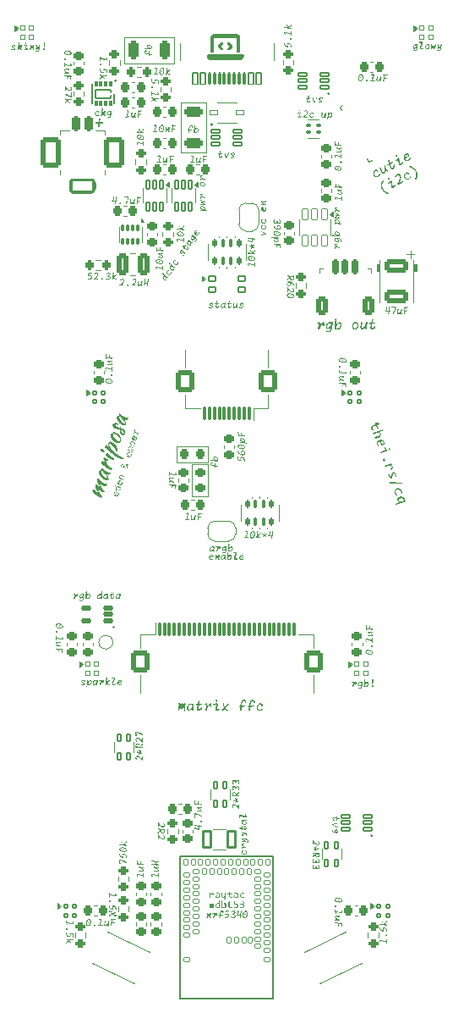
<source format=gto>
%TF.GenerationSoftware,KiCad,Pcbnew,9.0.1*%
%TF.CreationDate,2025-04-05T00:33:59+01:00*%
%TF.ProjectId,mariposa,6d617269-706f-4736-912e-6b696361645f,2.0*%
%TF.SameCoordinates,Original*%
%TF.FileFunction,Legend,Top*%
%TF.FilePolarity,Positive*%
%FSLAX46Y46*%
G04 Gerber Fmt 4.6, Leading zero omitted, Abs format (unit mm)*
G04 Created by KiCad (PCBNEW 9.0.1) date 2025-04-05 00:33:59*
%MOMM*%
%LPD*%
G01*
G04 APERTURE LIST*
G04 Aperture macros list*
%AMRoundRect*
0 Rectangle with rounded corners*
0 $1 Rounding radius*
0 $2 $3 $4 $5 $6 $7 $8 $9 X,Y pos of 4 corners*
0 Add a 4 corners polygon primitive as box body*
4,1,4,$2,$3,$4,$5,$6,$7,$8,$9,$2,$3,0*
0 Add four circle primitives for the rounded corners*
1,1,$1+$1,$2,$3*
1,1,$1+$1,$4,$5*
1,1,$1+$1,$6,$7*
1,1,$1+$1,$8,$9*
0 Add four rect primitives between the rounded corners*
20,1,$1+$1,$2,$3,$4,$5,0*
20,1,$1+$1,$4,$5,$6,$7,0*
20,1,$1+$1,$6,$7,$8,$9,0*
20,1,$1+$1,$8,$9,$2,$3,0*%
%AMFreePoly0*
4,1,23,0.500000,-0.750000,0.000000,-0.750000,0.000000,-0.745722,-0.065263,-0.745722,-0.191342,-0.711940,-0.304381,-0.646677,-0.396677,-0.554381,-0.461940,-0.441342,-0.495722,-0.315263,-0.495722,-0.250000,-0.500000,-0.250000,-0.500000,0.250000,-0.495722,0.250000,-0.495722,0.315263,-0.461940,0.441342,-0.396677,0.554381,-0.304381,0.646677,-0.191342,0.711940,-0.065263,0.745722,0.000000,0.745722,
0.000000,0.750000,0.500000,0.750000,0.500000,-0.750000,0.500000,-0.750000,$1*%
%AMFreePoly1*
4,1,23,0.000000,0.745722,0.065263,0.745722,0.191342,0.711940,0.304381,0.646677,0.396677,0.554381,0.461940,0.441342,0.495722,0.315263,0.495722,0.250000,0.500000,0.250000,0.500000,-0.250000,0.495722,-0.250000,0.495722,-0.315263,0.461940,-0.441342,0.396677,-0.554381,0.304381,-0.646677,0.191342,-0.711940,0.065263,-0.745722,0.000000,-0.745722,0.000000,-0.750000,-0.500000,-0.750000,
-0.500000,0.750000,0.000000,0.750000,0.000000,0.745722,0.000000,0.745722,$1*%
G04 Aperture macros list end*
%ADD10C,0.100000*%
%ADD11C,0.000000*%
%ADD12C,0.148995*%
%ADD13C,0.180000*%
%ADD14C,0.120000*%
%ADD15C,0.200000*%
%ADD16C,0.127000*%
%ADD17C,0.031792*%
%ADD18C,0.028759*%
%ADD19C,0.499999*%
%ADD20RoundRect,0.052222X-0.767778X0.417778X-0.767778X-0.417778X0.767778X-0.417778X0.767778X0.417778X0*%
%ADD21RoundRect,0.058000X-0.087000X-0.212000X0.087000X-0.212000X0.087000X0.212000X-0.087000X0.212000X0*%
%ADD22RoundRect,0.080000X0.170000X-0.320000X0.170000X0.320000X-0.170000X0.320000X-0.170000X-0.320000X0*%
%ADD23RoundRect,0.200000X-0.200000X-0.600000X0.200000X-0.600000X0.200000X0.600000X-0.200000X0.600000X0*%
%ADD24RoundRect,0.250001X-0.799999X-1.249999X0.799999X-1.249999X0.799999X1.249999X-0.799999X1.249999X0*%
%ADD25RoundRect,0.225000X-0.225000X-0.250000X0.225000X-0.250000X0.225000X0.250000X-0.225000X0.250000X0*%
%ADD26RoundRect,0.225000X-0.250000X0.225000X-0.250000X-0.225000X0.250000X-0.225000X0.250000X0.225000X0*%
%ADD27RoundRect,0.225000X0.250000X-0.225000X0.250000X0.225000X-0.250000X0.225000X-0.250000X-0.225000X0*%
%ADD28RoundRect,0.200000X0.200000X0.275000X-0.200000X0.275000X-0.200000X-0.275000X0.200000X-0.275000X0*%
%ADD29RoundRect,0.150000X0.622263X0.160978X0.481422X0.425862X-0.622263X-0.160978X-0.481422X-0.425862X0*%
%ADD30RoundRect,0.250000X0.738231X-0.003875X0.409601X0.614188X-0.738231X0.003875X-0.409601X-0.614188X0*%
%ADD31RoundRect,0.058333X-0.291667X0.541667X-0.291667X-0.541667X0.291667X-0.541667X0.291667X0.541667X0*%
%ADD32RoundRect,0.054000X-0.216000X-0.216000X0.216000X-0.216000X0.216000X0.216000X-0.216000X0.216000X0*%
%ADD33RoundRect,0.218750X0.256250X-0.218750X0.256250X0.218750X-0.256250X0.218750X-0.256250X-0.218750X0*%
%ADD34RoundRect,0.080000X-0.170000X0.320000X-0.170000X-0.320000X0.170000X-0.320000X0.170000X0.320000X0*%
%ADD35RoundRect,0.200000X0.275000X-0.200000X0.275000X0.200000X-0.275000X0.200000X-0.275000X-0.200000X0*%
%ADD36RoundRect,0.070000X-0.330000X0.280000X-0.330000X-0.280000X0.330000X-0.280000X0.330000X0.280000X0*%
%ADD37RoundRect,0.250000X-0.925000X0.412500X-0.925000X-0.412500X0.925000X-0.412500X0.925000X0.412500X0*%
%ADD38RoundRect,0.060000X0.430000X0.180000X-0.430000X0.180000X-0.430000X-0.180000X0.430000X-0.180000X0*%
%ADD39C,1.000000*%
%ADD40FreePoly0,180.000000*%
%ADD41FreePoly1,180.000000*%
%ADD42RoundRect,0.218750X-0.256250X0.218750X-0.256250X-0.218750X0.256250X-0.218750X0.256250X0.218750X0*%
%ADD43RoundRect,0.086400X-0.183600X-0.183600X0.183600X-0.183600X0.183600X0.183600X-0.183600X0.183600X0*%
%ADD44RoundRect,0.060000X-0.180000X0.430000X-0.180000X-0.430000X0.180000X-0.430000X0.180000X0.430000X0*%
%ADD45FreePoly0,270.000000*%
%ADD46FreePoly1,270.000000*%
%ADD47RoundRect,0.050000X0.400000X0.200000X-0.400000X0.200000X-0.400000X-0.200000X0.400000X-0.200000X0*%
%ADD48RoundRect,0.200000X-0.200000X-0.275000X0.200000X-0.275000X0.200000X0.275000X-0.200000X0.275000X0*%
%ADD49RoundRect,0.120000X0.395000X0.120000X-0.395000X0.120000X-0.395000X-0.120000X0.395000X-0.120000X0*%
%ADD50RoundRect,0.125000X-0.125000X0.275000X-0.125000X-0.275000X0.125000X-0.275000X0.125000X0.275000X0*%
%ADD51RoundRect,0.100000X-0.100000X0.300000X-0.100000X-0.300000X0.100000X-0.300000X0.100000X0.300000X0*%
%ADD52RoundRect,0.055000X0.415000X0.165000X-0.415000X0.165000X-0.415000X-0.165000X0.415000X-0.165000X0*%
%ADD53RoundRect,0.225000X0.225000X0.250000X-0.225000X0.250000X-0.225000X-0.250000X0.225000X-0.250000X0*%
%ADD54C,0.670000*%
%ADD55RoundRect,0.082667X0.227333X0.552333X-0.227333X0.552333X-0.227333X-0.552333X0.227333X-0.552333X0*%
%ADD56RoundRect,0.085333X0.074667X0.549667X-0.074667X0.549667X-0.074667X-0.549667X0.074667X-0.549667X0*%
%ADD57O,1.020000X2.120000*%
%ADD58O,1.020000X1.820000*%
%ADD59RoundRect,0.200000X-0.275000X0.200000X-0.275000X-0.200000X0.275000X-0.200000X0.275000X0.200000X0*%
%ADD60RoundRect,0.058000X-0.087000X0.262000X-0.087000X-0.262000X0.087000X-0.262000X0.087000X0.262000X0*%
%ADD61RoundRect,0.075000X0.075000X0.575000X-0.075000X0.575000X-0.075000X-0.575000X0.075000X-0.575000X0*%
%ADD62RoundRect,0.250000X0.650000X0.850000X-0.650000X0.850000X-0.650000X-0.850000X0.650000X-0.850000X0*%
%ADD63RoundRect,0.055000X-0.415000X-0.165000X0.415000X-0.165000X0.415000X0.165000X-0.415000X0.165000X0*%
%ADD64RoundRect,0.125000X0.125000X-0.275000X0.125000X0.275000X-0.125000X0.275000X-0.125000X-0.275000X0*%
%ADD65RoundRect,0.100000X0.100000X-0.300000X0.100000X0.300000X-0.100000X0.300000X-0.100000X-0.300000X0*%
%ADD66RoundRect,0.218750X0.218750X0.256250X-0.218750X0.256250X-0.218750X-0.256250X0.218750X-0.256250X0*%
%ADD67RoundRect,0.100000X-0.150000X-0.100000X0.150000X-0.100000X0.150000X0.100000X-0.150000X0.100000X0*%
%ADD68RoundRect,0.080000X-0.808778X-0.072826X0.440546X-0.682161X0.808778X0.072826X-0.440546X0.682161X0*%
%ADD69RoundRect,0.046000X0.259000X0.184000X-0.259000X0.184000X-0.259000X-0.184000X0.259000X-0.184000X0*%
%ADD70RoundRect,0.046000X-0.184000X0.259000X-0.184000X-0.259000X0.184000X-0.259000X0.184000X0.259000X0*%
%ADD71RoundRect,0.250000X-0.375000X-0.850000X0.375000X-0.850000X0.375000X0.850000X-0.375000X0.850000X0*%
%ADD72RoundRect,0.080000X-0.440546X-0.682161X0.808778X-0.072826X0.440546X0.682161X-0.808778X0.072826X0*%
%ADD73RoundRect,0.250000X-0.700000X0.275000X-0.700000X-0.275000X0.700000X-0.275000X0.700000X0.275000X0*%
%ADD74RoundRect,0.143000X0.407000X0.807000X-0.407000X0.807000X-0.407000X-0.807000X0.407000X-0.807000X0*%
%ADD75RoundRect,0.150000X-0.150000X-0.625000X0.150000X-0.625000X0.150000X0.625000X-0.150000X0.625000X0*%
%ADD76RoundRect,0.250000X-0.350000X-0.650000X0.350000X-0.650000X0.350000X0.650000X-0.350000X0.650000X0*%
%ADD77RoundRect,0.250000X-0.275000X-0.700000X0.275000X-0.700000X0.275000X0.700000X-0.275000X0.700000X0*%
%ADD78RoundRect,0.075000X-0.075000X-0.575000X0.075000X-0.575000X0.075000X0.575000X-0.075000X0.575000X0*%
%ADD79RoundRect,0.250000X-0.650000X-0.850000X0.650000X-0.850000X0.650000X0.850000X-0.650000X0.850000X0*%
%ADD80C,5.600000*%
%ADD81C,0.990600*%
G04 APERTURE END LIST*
D10*
G36*
X145880173Y-73711734D02*
G01*
X145914105Y-73710369D01*
X145947154Y-73706290D01*
X145977747Y-73699761D01*
X146006320Y-73690718D01*
X146030242Y-73680232D01*
X146051519Y-73667663D01*
X146067856Y-73654745D01*
X146081427Y-73640200D01*
X146090957Y-73625829D01*
X146097796Y-73610174D01*
X146102605Y-73579916D01*
X146101270Y-73564001D01*
X146097392Y-73549167D01*
X146082049Y-73521281D01*
X146054658Y-73493385D01*
X146009415Y-73461845D01*
X145970830Y-73439250D01*
X145951233Y-73428379D01*
X145910345Y-73405255D01*
X145873823Y-73381052D01*
X145859047Y-73368476D01*
X145847578Y-73355545D01*
X145840155Y-73342230D01*
X145837516Y-73328504D01*
X145842728Y-73309228D01*
X145859082Y-73290478D01*
X145889481Y-73272447D01*
X145935737Y-73257843D01*
X145964163Y-73253171D01*
X145993967Y-73251059D01*
X146042338Y-73253534D01*
X146048707Y-73261826D01*
X146045838Y-73280987D01*
X146041555Y-73292055D01*
X146034162Y-73312719D01*
X146030584Y-73339788D01*
X146031890Y-73351728D01*
X146035559Y-73361937D01*
X146049021Y-73377479D01*
X146069528Y-73385773D01*
X146093718Y-73384398D01*
X146104792Y-73379737D01*
X146114495Y-73372416D01*
X146121585Y-73363444D01*
X146126553Y-73352239D01*
X146129063Y-73334403D01*
X146127771Y-73319666D01*
X146124201Y-73307615D01*
X146122694Y-73304483D01*
X146128008Y-73285606D01*
X146130199Y-73266497D01*
X146129170Y-73250170D01*
X146125062Y-73234503D01*
X146118669Y-73221626D01*
X146109430Y-73209815D01*
X146098029Y-73199976D01*
X146083764Y-73191508D01*
X146066542Y-73184651D01*
X146046120Y-73179573D01*
X145998271Y-73175572D01*
X145935685Y-73180852D01*
X145905026Y-73187441D01*
X145875916Y-73196458D01*
X145849097Y-73207592D01*
X145824599Y-73220794D01*
X145803919Y-73235052D01*
X145786016Y-73250901D01*
X145772319Y-73266741D01*
X145761512Y-73283716D01*
X145754384Y-73300146D01*
X145750094Y-73317369D01*
X145748825Y-73333420D01*
X145753971Y-73364429D01*
X145769290Y-73393581D01*
X145796282Y-73422757D01*
X145838575Y-73453928D01*
X145888984Y-73483760D01*
X145897826Y-73488789D01*
X145940214Y-73513550D01*
X145975665Y-73537301D01*
X146000001Y-73560316D01*
X146006694Y-73571631D01*
X146009042Y-73582865D01*
X146007720Y-73591746D01*
X146003943Y-73599622D01*
X145988704Y-73613455D01*
X145960084Y-73625124D01*
X145914754Y-73632879D01*
X145882139Y-73634327D01*
X145826095Y-73629654D01*
X145775122Y-73616708D01*
X145747885Y-73605903D01*
X145735985Y-73602043D01*
X145724829Y-73601283D01*
X145715239Y-73603324D01*
X145706816Y-73607959D01*
X145694927Y-73623556D01*
X145690749Y-73635289D01*
X145689705Y-73646007D01*
X145695422Y-73664018D01*
X145709631Y-73677924D01*
X145739367Y-73691429D01*
X145797405Y-73705144D01*
X145835128Y-73709775D01*
X145875214Y-73711709D01*
X145880173Y-73711734D01*
G37*
G36*
X146504598Y-73710751D02*
G01*
X146544875Y-73705591D01*
X146586030Y-73689825D01*
X146628124Y-73662616D01*
X146670061Y-73623393D01*
X146708718Y-73573701D01*
X146731475Y-73534480D01*
X146736829Y-73520426D01*
X146739073Y-73506429D01*
X146738134Y-73494681D01*
X146734147Y-73484102D01*
X146728100Y-73476373D01*
X146719435Y-73470218D01*
X146717755Y-73469384D01*
X146706237Y-73465639D01*
X146695533Y-73465325D01*
X146677834Y-73473150D01*
X146657958Y-73495841D01*
X146627218Y-73540469D01*
X146592803Y-73582849D01*
X146574446Y-73600545D01*
X146555446Y-73614498D01*
X146535895Y-73623647D01*
X146515882Y-73626933D01*
X146504019Y-73625609D01*
X146494204Y-73621816D01*
X146480291Y-73608225D01*
X146471806Y-73585182D01*
X146469336Y-73556493D01*
X146474347Y-73494501D01*
X146494686Y-73374722D01*
X146506564Y-73317220D01*
X146687878Y-73299140D01*
X146711404Y-73291620D01*
X146720965Y-73284523D01*
X146728267Y-73275751D01*
X146732844Y-73266010D01*
X146734610Y-73255417D01*
X146734425Y-73250713D01*
X146731713Y-73240082D01*
X146726597Y-73230789D01*
X146719324Y-73223190D01*
X146710107Y-73217599D01*
X146699392Y-73214391D01*
X146687234Y-73213761D01*
X146684416Y-73213997D01*
X146526140Y-73230154D01*
X146571747Y-73045207D01*
X146575015Y-73028106D01*
X146575057Y-73013840D01*
X146572523Y-73002863D01*
X146567847Y-72994133D01*
X146553348Y-72982851D01*
X146544306Y-72980110D01*
X146532186Y-72978822D01*
X146521424Y-72980450D01*
X146504387Y-72991010D01*
X146490727Y-73012385D01*
X146484509Y-73030504D01*
X146462091Y-73119739D01*
X146434543Y-73239429D01*
X146332602Y-73249730D01*
X146312004Y-73256477D01*
X146303127Y-73263469D01*
X146296367Y-73272272D01*
X146292375Y-73281995D01*
X146291279Y-73292611D01*
X146291441Y-73294738D01*
X146298280Y-73315333D01*
X146305147Y-73323552D01*
X146313900Y-73329741D01*
X146323989Y-73333471D01*
X146335312Y-73334560D01*
X146338501Y-73334360D01*
X146415908Y-73326538D01*
X146396517Y-73431430D01*
X146384159Y-73521769D01*
X146381628Y-73566751D01*
X146382999Y-73593910D01*
X146387123Y-73618646D01*
X146393301Y-73638962D01*
X146401797Y-73657006D01*
X146411705Y-73671534D01*
X146423609Y-73683929D01*
X146436851Y-73693687D01*
X146451933Y-73701328D01*
X146487641Y-73709924D01*
X146504598Y-73710751D01*
G37*
G36*
X147353613Y-73181805D02*
G01*
X147370226Y-73189799D01*
X147376337Y-73197910D01*
X147380153Y-73208569D01*
X147381780Y-73225694D01*
X147379922Y-73246781D01*
X147333845Y-73593593D01*
X147346699Y-73601731D01*
X147355163Y-73611602D01*
X147361422Y-73623582D01*
X147366672Y-73651424D01*
X147365144Y-73665423D01*
X147361094Y-73677120D01*
X147354770Y-73687168D01*
X147346346Y-73695425D01*
X147336128Y-73701586D01*
X147324361Y-73705443D01*
X147311320Y-73706775D01*
X147289292Y-73702732D01*
X147278397Y-73696727D01*
X147269220Y-73688317D01*
X147261011Y-73676347D01*
X147254991Y-73661980D01*
X147250920Y-73643769D01*
X147249557Y-73623470D01*
X147252020Y-73572056D01*
X147258875Y-73505928D01*
X147246651Y-73505928D01*
X147220162Y-73557288D01*
X147181345Y-73612983D01*
X147139937Y-73655281D01*
X147098144Y-73684277D01*
X147057395Y-73700902D01*
X147018278Y-73706263D01*
X146981700Y-73701031D01*
X146949116Y-73686191D01*
X146921675Y-73662362D01*
X146910234Y-73647148D01*
X146900341Y-73629421D01*
X146892307Y-73609294D01*
X146886267Y-73586524D01*
X146882445Y-73560880D01*
X146881117Y-73532386D01*
X146881461Y-73520632D01*
X146966858Y-73520632D01*
X146968156Y-73545333D01*
X146976335Y-73581028D01*
X146990159Y-73604932D01*
X147009036Y-73619260D01*
X147020921Y-73623120D01*
X147034477Y-73624453D01*
X147061657Y-73619134D01*
X147080172Y-73610403D01*
X147099342Y-73597741D01*
X147120927Y-73579489D01*
X147142726Y-73556961D01*
X147165419Y-73529111D01*
X147187666Y-73497154D01*
X147209112Y-73461401D01*
X147229419Y-73422126D01*
X147264261Y-73337010D01*
X147261824Y-73337010D01*
X147258508Y-73336897D01*
X147247145Y-73334636D01*
X147237044Y-73329692D01*
X147227336Y-73321341D01*
X147219417Y-73310403D01*
X147212973Y-73296073D01*
X147208909Y-73279692D01*
X147197843Y-73276106D01*
X147163346Y-73271400D01*
X147126197Y-73276326D01*
X147105739Y-73283398D01*
X147086223Y-73293262D01*
X147066422Y-73306708D01*
X147047988Y-73322804D01*
X147030185Y-73342320D01*
X147014232Y-73364096D01*
X147000065Y-73388227D01*
X146988171Y-73413964D01*
X146972135Y-73467649D01*
X146966858Y-73520632D01*
X146881461Y-73520632D01*
X146881766Y-73510186D01*
X146885131Y-73477242D01*
X146891221Y-73445173D01*
X146900104Y-73413453D01*
X146911494Y-73383045D01*
X146925317Y-73353952D01*
X146941325Y-73326594D01*
X146978674Y-73278434D01*
X147021112Y-73240407D01*
X147066381Y-73213344D01*
X147112810Y-73197291D01*
X147159413Y-73191985D01*
X147200787Y-73195640D01*
X147244392Y-73208358D01*
X147276071Y-73226663D01*
X147295634Y-73247764D01*
X147297087Y-73240412D01*
X147300956Y-73223211D01*
X147312155Y-73197908D01*
X147326895Y-73184594D01*
X147336508Y-73181447D01*
X147347566Y-73181043D01*
X147353613Y-73181805D01*
G37*
G36*
X147719169Y-73710751D02*
G01*
X147759446Y-73705591D01*
X147800601Y-73689825D01*
X147842695Y-73662616D01*
X147884631Y-73623393D01*
X147923289Y-73573701D01*
X147946046Y-73534480D01*
X147951400Y-73520426D01*
X147953644Y-73506429D01*
X147952704Y-73494681D01*
X147948718Y-73484102D01*
X147942671Y-73476373D01*
X147934006Y-73470218D01*
X147932326Y-73469384D01*
X147920808Y-73465639D01*
X147910103Y-73465325D01*
X147892405Y-73473150D01*
X147872529Y-73495841D01*
X147841789Y-73540469D01*
X147807374Y-73582849D01*
X147789017Y-73600545D01*
X147770017Y-73614498D01*
X147750465Y-73623647D01*
X147730453Y-73626933D01*
X147718590Y-73625609D01*
X147708775Y-73621816D01*
X147694862Y-73608225D01*
X147686377Y-73585182D01*
X147683907Y-73556493D01*
X147688918Y-73494501D01*
X147709256Y-73374722D01*
X147721135Y-73317220D01*
X147902449Y-73299140D01*
X147925974Y-73291620D01*
X147935536Y-73284523D01*
X147942838Y-73275751D01*
X147947415Y-73266010D01*
X147949181Y-73255417D01*
X147948995Y-73250713D01*
X147946284Y-73240082D01*
X147941168Y-73230789D01*
X147933894Y-73223190D01*
X147924678Y-73217599D01*
X147913962Y-73214391D01*
X147901805Y-73213761D01*
X147898987Y-73213997D01*
X147740711Y-73230154D01*
X147786318Y-73045207D01*
X147789585Y-73028106D01*
X147789628Y-73013840D01*
X147787094Y-73002863D01*
X147782418Y-72994133D01*
X147767919Y-72982851D01*
X147758877Y-72980110D01*
X147746756Y-72978822D01*
X147735995Y-72980450D01*
X147718958Y-72991010D01*
X147705298Y-73012385D01*
X147699080Y-73030504D01*
X147676662Y-73119739D01*
X147649114Y-73239429D01*
X147547173Y-73249730D01*
X147526575Y-73256477D01*
X147517698Y-73263469D01*
X147510938Y-73272272D01*
X147506946Y-73281995D01*
X147505850Y-73292611D01*
X147506012Y-73294738D01*
X147512851Y-73315333D01*
X147519718Y-73323552D01*
X147528471Y-73329741D01*
X147538560Y-73333471D01*
X147549883Y-73334560D01*
X147553072Y-73334360D01*
X147630478Y-73326538D01*
X147611088Y-73431430D01*
X147598730Y-73521769D01*
X147596199Y-73566751D01*
X147597570Y-73593910D01*
X147601694Y-73618646D01*
X147607871Y-73638962D01*
X147616368Y-73657006D01*
X147626276Y-73671534D01*
X147638180Y-73683929D01*
X147651422Y-73693687D01*
X147666504Y-73701328D01*
X147702211Y-73709924D01*
X147719169Y-73710751D01*
G37*
G36*
X148524395Y-73709725D02*
G01*
X148547758Y-73704564D01*
X148566753Y-73689742D01*
X148573601Y-73679235D01*
X148578187Y-73667047D01*
X148580259Y-73650441D01*
X148578923Y-73635847D01*
X148575040Y-73622456D01*
X148568875Y-73610803D01*
X148560584Y-73601144D01*
X148547946Y-73592696D01*
X148561869Y-73465417D01*
X148588182Y-73284218D01*
X148592997Y-73252423D01*
X148594844Y-73231059D01*
X148593448Y-73212560D01*
X148589703Y-73199661D01*
X148583534Y-73189421D01*
X148576361Y-73183049D01*
X148567355Y-73178980D01*
X148560170Y-73177623D01*
X148548654Y-73177777D01*
X148538105Y-73180619D01*
X148519686Y-73193851D01*
X148503353Y-73219197D01*
X148498450Y-73230923D01*
X148467744Y-73305761D01*
X148431696Y-73384931D01*
X148399549Y-73448309D01*
X148365957Y-73506912D01*
X148340053Y-73546124D01*
X148314277Y-73579088D01*
X148294930Y-73599124D01*
X148276083Y-73613962D01*
X148261936Y-73621460D01*
X148248287Y-73625118D01*
X148243149Y-73625437D01*
X148233189Y-73624090D01*
X148224384Y-73620133D01*
X148210262Y-73604848D01*
X148200128Y-73577055D01*
X148196133Y-73534010D01*
X148200831Y-73468360D01*
X148219954Y-73361057D01*
X148231694Y-73299874D01*
X148236781Y-73250457D01*
X148235443Y-73231643D01*
X148231547Y-73215767D01*
X148225857Y-73203771D01*
X148218291Y-73194292D01*
X148199227Y-73183263D01*
X148182882Y-73181043D01*
X148169441Y-73182396D01*
X148157357Y-73186395D01*
X148147403Y-73192575D01*
X148139224Y-73200993D01*
X148133260Y-73211175D01*
X148129440Y-73223306D01*
X148128001Y-73238232D01*
X148133020Y-73268600D01*
X148144158Y-73289096D01*
X148126171Y-73389697D01*
X148112836Y-73499601D01*
X148110861Y-73547218D01*
X148112196Y-73576312D01*
X148116068Y-73602322D01*
X148122063Y-73624657D01*
X148130078Y-73644185D01*
X148139676Y-73660581D01*
X148150857Y-73674392D01*
X148163357Y-73685589D01*
X148177087Y-73694327D01*
X148208193Y-73704700D01*
X148227463Y-73706263D01*
X148246076Y-73704895D01*
X148264223Y-73700794D01*
X148299560Y-73684348D01*
X148336266Y-73654863D01*
X148377113Y-73607569D01*
X148425854Y-73533966D01*
X148466607Y-73461647D01*
X148482764Y-73461647D01*
X148473473Y-73522063D01*
X148467724Y-73581752D01*
X148466094Y-73631805D01*
X148467421Y-73651125D01*
X148471236Y-73667778D01*
X148477008Y-73681209D01*
X148484627Y-73692105D01*
X148493547Y-73700193D01*
X148503793Y-73705837D01*
X148524395Y-73709725D01*
G37*
G36*
X148916600Y-73711734D02*
G01*
X148950532Y-73710369D01*
X148983581Y-73706290D01*
X149014174Y-73699761D01*
X149042748Y-73690718D01*
X149066669Y-73680232D01*
X149087946Y-73667663D01*
X149104283Y-73654745D01*
X149117854Y-73640200D01*
X149127384Y-73625829D01*
X149134223Y-73610174D01*
X149139032Y-73579916D01*
X149137697Y-73564001D01*
X149133819Y-73549167D01*
X149118476Y-73521281D01*
X149091085Y-73493385D01*
X149045842Y-73461845D01*
X149007257Y-73439250D01*
X148987660Y-73428379D01*
X148946772Y-73405255D01*
X148910250Y-73381052D01*
X148895474Y-73368476D01*
X148884005Y-73355545D01*
X148876582Y-73342230D01*
X148873943Y-73328504D01*
X148879155Y-73309228D01*
X148895509Y-73290478D01*
X148925908Y-73272447D01*
X148972164Y-73257843D01*
X149000590Y-73253171D01*
X149030394Y-73251059D01*
X149078765Y-73253534D01*
X149085134Y-73261826D01*
X149082265Y-73280987D01*
X149077982Y-73292055D01*
X149070589Y-73312719D01*
X149067011Y-73339788D01*
X149068317Y-73351728D01*
X149071986Y-73361937D01*
X149085448Y-73377479D01*
X149105955Y-73385773D01*
X149130145Y-73384398D01*
X149141219Y-73379737D01*
X149150922Y-73372416D01*
X149158012Y-73363444D01*
X149162980Y-73352239D01*
X149165490Y-73334403D01*
X149164198Y-73319666D01*
X149160628Y-73307615D01*
X149159121Y-73304483D01*
X149164435Y-73285606D01*
X149166626Y-73266497D01*
X149165597Y-73250170D01*
X149161489Y-73234503D01*
X149155096Y-73221626D01*
X149145857Y-73209815D01*
X149134456Y-73199976D01*
X149120191Y-73191508D01*
X149102969Y-73184651D01*
X149082547Y-73179573D01*
X149034698Y-73175572D01*
X148972112Y-73180852D01*
X148941453Y-73187441D01*
X148912343Y-73196458D01*
X148885525Y-73207592D01*
X148861026Y-73220794D01*
X148840346Y-73235052D01*
X148822443Y-73250901D01*
X148808746Y-73266741D01*
X148797939Y-73283716D01*
X148790811Y-73300146D01*
X148786521Y-73317369D01*
X148785252Y-73333420D01*
X148790398Y-73364429D01*
X148805717Y-73393581D01*
X148832709Y-73422757D01*
X148875002Y-73453928D01*
X148925411Y-73483760D01*
X148934253Y-73488789D01*
X148976641Y-73513550D01*
X149012092Y-73537301D01*
X149036428Y-73560316D01*
X149043122Y-73571631D01*
X149045469Y-73582865D01*
X149044148Y-73591746D01*
X149040370Y-73599622D01*
X149025131Y-73613455D01*
X148996511Y-73625124D01*
X148951181Y-73632879D01*
X148918566Y-73634327D01*
X148862523Y-73629654D01*
X148811549Y-73616708D01*
X148784312Y-73605903D01*
X148772412Y-73602043D01*
X148761256Y-73601283D01*
X148751667Y-73603324D01*
X148743243Y-73607959D01*
X148731354Y-73623556D01*
X148727176Y-73635289D01*
X148726132Y-73646007D01*
X148731849Y-73664018D01*
X148746058Y-73677924D01*
X148775794Y-73691429D01*
X148833832Y-73705144D01*
X148871555Y-73709775D01*
X148911641Y-73711709D01*
X148916600Y-73711734D01*
G37*
G36*
X146002253Y-98341100D02*
G01*
X146050881Y-98347131D01*
X146090867Y-98362059D01*
X146122616Y-98384848D01*
X146135505Y-98399093D01*
X146146264Y-98415096D01*
X146154985Y-98433161D01*
X146161346Y-98452875D01*
X146165360Y-98474829D01*
X146166715Y-98498335D01*
X146162258Y-98538248D01*
X146150122Y-98564550D01*
X146139850Y-98576056D01*
X146126779Y-98585915D01*
X146104351Y-98597129D01*
X146076058Y-98606559D01*
X146043130Y-98615124D01*
X145933818Y-98638552D01*
X145813919Y-98660885D01*
X145815354Y-98674697D01*
X145825506Y-98716226D01*
X145842530Y-98747423D01*
X145866137Y-98769945D01*
X145880798Y-98778241D01*
X145897389Y-98784366D01*
X145916789Y-98788321D01*
X145938385Y-98789668D01*
X145987522Y-98784583D01*
X146012135Y-98777912D01*
X146035508Y-98768684D01*
X146058265Y-98756630D01*
X146079521Y-98742181D01*
X146100149Y-98729649D01*
X146116568Y-98727416D01*
X146125712Y-98730674D01*
X146135342Y-98737779D01*
X146136621Y-98738961D01*
X146143455Y-98747241D01*
X146147401Y-98756009D01*
X146148563Y-98765528D01*
X146146785Y-98775065D01*
X146141671Y-98785146D01*
X146133419Y-98794583D01*
X146094077Y-98823841D01*
X146044155Y-98847982D01*
X145989975Y-98863028D01*
X145934453Y-98868101D01*
X145904598Y-98866408D01*
X145856644Y-98855574D01*
X145815266Y-98835539D01*
X145780898Y-98807038D01*
X145766489Y-98789742D01*
X145754108Y-98770563D01*
X145743771Y-98749385D01*
X145735701Y-98726467D01*
X145729947Y-98701592D01*
X145726724Y-98675118D01*
X145726211Y-98675118D01*
X145719507Y-98675902D01*
X145696285Y-98673041D01*
X145687772Y-98668398D01*
X145681279Y-98661867D01*
X145676760Y-98653155D01*
X145674749Y-98642762D01*
X145677802Y-98622577D01*
X145683002Y-98614394D01*
X145690692Y-98607620D01*
X145701809Y-98602115D01*
X145715910Y-98598695D01*
X145730614Y-98596258D01*
X145733255Y-98582068D01*
X145819304Y-98582068D01*
X145931985Y-98562127D01*
X146038360Y-98539924D01*
X146061517Y-98531711D01*
X146072294Y-98524739D01*
X146079744Y-98516820D01*
X146085709Y-98503970D01*
X146087342Y-98490000D01*
X146086981Y-98481981D01*
X146079944Y-98456763D01*
X146064162Y-98437387D01*
X146052479Y-98429835D01*
X146038190Y-98424110D01*
X146020239Y-98420290D01*
X145999165Y-98418962D01*
X145974199Y-98420727D01*
X145952783Y-98425265D01*
X145932705Y-98432387D01*
X145913007Y-98442491D01*
X145894908Y-98455013D01*
X145877491Y-98470701D01*
X145862008Y-98488563D01*
X145847896Y-98509355D01*
X145836068Y-98531899D01*
X145826412Y-98556419D01*
X145819304Y-98582068D01*
X145733255Y-98582068D01*
X145734241Y-98576767D01*
X145752319Y-98517273D01*
X145778913Y-98464841D01*
X145812400Y-98421069D01*
X145851470Y-98386613D01*
X145895328Y-98361650D01*
X145943697Y-98346319D01*
X145969545Y-98342386D01*
X145996686Y-98341043D01*
X146002253Y-98341100D01*
G37*
G36*
X146706895Y-98897379D02*
G01*
X146719864Y-98896037D01*
X146731650Y-98892115D01*
X146741774Y-98885895D01*
X146750150Y-98877480D01*
X146756345Y-98867300D01*
X146760313Y-98855308D01*
X146761776Y-98841045D01*
X146760412Y-98827050D01*
X146756332Y-98813867D01*
X146749962Y-98802645D01*
X146741178Y-98793207D01*
X146722539Y-98783214D01*
X146730384Y-98687831D01*
X146750698Y-98557458D01*
X146764580Y-98471994D01*
X146770581Y-98400540D01*
X146769257Y-98382514D01*
X146765460Y-98367655D01*
X146759895Y-98356475D01*
X146752606Y-98347805D01*
X146733861Y-98337516D01*
X146717153Y-98335358D01*
X146689201Y-98340636D01*
X146659183Y-98357418D01*
X146625043Y-98389726D01*
X146589474Y-98433459D01*
X146551810Y-98484611D01*
X146515816Y-98538474D01*
X146479870Y-98597892D01*
X146459929Y-98633743D01*
X146448175Y-98629854D01*
X146473866Y-98531932D01*
X146482236Y-98484617D01*
X146487387Y-98440075D01*
X146489336Y-98395112D01*
X146488009Y-98375118D01*
X146484193Y-98358155D01*
X146478526Y-98344929D01*
X146471066Y-98334423D01*
X146462471Y-98326946D01*
X146452613Y-98321958D01*
X146435908Y-98319159D01*
X146423173Y-98320516D01*
X146411176Y-98324549D01*
X146400591Y-98331013D01*
X146391537Y-98339916D01*
X146384701Y-98350631D01*
X146379985Y-98363465D01*
X146377607Y-98383358D01*
X146378931Y-98401852D01*
X146382727Y-98418396D01*
X146388669Y-98432584D01*
X146396525Y-98444293D01*
X146402611Y-98450506D01*
X146392784Y-98543760D01*
X146372535Y-98643057D01*
X146342301Y-98749405D01*
X146335012Y-98777965D01*
X146331260Y-98805387D01*
X146331406Y-98825436D01*
X146334872Y-98842652D01*
X146339973Y-98853214D01*
X146347428Y-98861223D01*
X146355630Y-98865674D01*
X146365740Y-98867813D01*
X146369742Y-98867972D01*
X146381515Y-98866622D01*
X146392660Y-98862642D01*
X146414592Y-98846219D01*
X146439545Y-98813630D01*
X146466768Y-98765561D01*
X146541360Y-98633115D01*
X146587365Y-98559938D01*
X146636215Y-98488532D01*
X146674069Y-98438239D01*
X146688729Y-98442172D01*
X146661829Y-98576127D01*
X146652127Y-98643929D01*
X146645888Y-98706166D01*
X146643166Y-98770947D01*
X146644627Y-98807271D01*
X146649387Y-98838761D01*
X146655319Y-98858273D01*
X146663562Y-98874268D01*
X146671966Y-98884272D01*
X146682107Y-98891587D01*
X146692746Y-98895694D01*
X146704950Y-98897351D01*
X146706895Y-98897379D01*
G37*
G36*
X147373613Y-98341805D02*
G01*
X147390226Y-98349799D01*
X147396337Y-98357910D01*
X147400153Y-98368569D01*
X147401780Y-98385694D01*
X147399922Y-98406781D01*
X147353845Y-98753593D01*
X147366699Y-98761731D01*
X147375163Y-98771602D01*
X147381422Y-98783582D01*
X147386672Y-98811424D01*
X147385144Y-98825423D01*
X147381094Y-98837120D01*
X147374770Y-98847168D01*
X147366346Y-98855425D01*
X147356128Y-98861586D01*
X147344361Y-98865443D01*
X147331320Y-98866775D01*
X147309292Y-98862732D01*
X147298397Y-98856727D01*
X147289220Y-98848317D01*
X147281011Y-98836347D01*
X147274991Y-98821980D01*
X147270920Y-98803769D01*
X147269557Y-98783470D01*
X147272020Y-98732056D01*
X147278875Y-98665928D01*
X147266651Y-98665928D01*
X147240162Y-98717288D01*
X147201345Y-98772983D01*
X147159937Y-98815281D01*
X147118144Y-98844277D01*
X147077395Y-98860902D01*
X147038278Y-98866263D01*
X147001700Y-98861031D01*
X146969116Y-98846191D01*
X146941675Y-98822362D01*
X146930234Y-98807148D01*
X146920341Y-98789421D01*
X146912307Y-98769294D01*
X146906267Y-98746524D01*
X146902445Y-98720880D01*
X146901117Y-98692386D01*
X146901461Y-98680632D01*
X146986858Y-98680632D01*
X146988156Y-98705333D01*
X146996335Y-98741028D01*
X147010159Y-98764932D01*
X147029036Y-98779260D01*
X147040921Y-98783120D01*
X147054477Y-98784453D01*
X147081657Y-98779134D01*
X147100172Y-98770403D01*
X147119342Y-98757741D01*
X147140927Y-98739489D01*
X147162726Y-98716961D01*
X147185419Y-98689111D01*
X147207666Y-98657154D01*
X147229112Y-98621401D01*
X147249419Y-98582126D01*
X147284261Y-98497010D01*
X147281824Y-98497010D01*
X147278508Y-98496897D01*
X147267145Y-98494636D01*
X147257044Y-98489692D01*
X147247336Y-98481341D01*
X147239417Y-98470403D01*
X147232973Y-98456073D01*
X147228909Y-98439692D01*
X147217843Y-98436106D01*
X147183346Y-98431400D01*
X147146197Y-98436326D01*
X147125739Y-98443398D01*
X147106223Y-98453262D01*
X147086422Y-98466708D01*
X147067988Y-98482804D01*
X147050185Y-98502320D01*
X147034232Y-98524096D01*
X147020065Y-98548227D01*
X147008171Y-98573964D01*
X146992135Y-98627649D01*
X146986858Y-98680632D01*
X146901461Y-98680632D01*
X146901766Y-98670186D01*
X146905131Y-98637242D01*
X146911221Y-98605173D01*
X146920104Y-98573453D01*
X146931494Y-98543045D01*
X146945317Y-98513952D01*
X146961325Y-98486594D01*
X146998674Y-98438434D01*
X147041112Y-98400407D01*
X147086381Y-98373344D01*
X147132810Y-98357291D01*
X147179413Y-98351985D01*
X147220787Y-98355640D01*
X147264392Y-98368358D01*
X147296071Y-98386663D01*
X147315634Y-98407764D01*
X147317087Y-98400412D01*
X147320956Y-98383211D01*
X147332155Y-98357908D01*
X147346895Y-98344594D01*
X147356508Y-98341447D01*
X147367566Y-98341043D01*
X147373613Y-98341805D01*
G37*
G36*
X147640754Y-98103909D02*
G01*
X147658385Y-98115857D01*
X147665436Y-98125862D01*
X147670857Y-98138855D01*
X147674632Y-98156613D01*
X147675953Y-98178536D01*
X147671715Y-98247944D01*
X147657127Y-98386253D01*
X147636288Y-98551379D01*
X147650478Y-98551379D01*
X147676654Y-98500601D01*
X147715331Y-98445103D01*
X147756683Y-98402927D01*
X147798537Y-98373974D01*
X147839453Y-98357350D01*
X147878809Y-98351985D01*
X147916118Y-98357085D01*
X147948569Y-98371522D01*
X147975697Y-98394873D01*
X147987038Y-98409956D01*
X147996825Y-98427587D01*
X148004833Y-98447856D01*
X148010848Y-98470872D01*
X148014683Y-98497108D01*
X148016012Y-98526374D01*
X148015500Y-98547030D01*
X148012399Y-98580921D01*
X148006628Y-98613609D01*
X147998155Y-98645587D01*
X147987246Y-98676016D01*
X147973935Y-98705022D01*
X147958495Y-98732142D01*
X147922123Y-98779921D01*
X147880291Y-98817764D01*
X147835168Y-98844825D01*
X147788537Y-98860934D01*
X147741605Y-98866263D01*
X147696912Y-98862116D01*
X147651293Y-98848835D01*
X147618086Y-98830321D01*
X147597563Y-98809458D01*
X147596580Y-98814843D01*
X147593296Y-98829557D01*
X147582741Y-98853768D01*
X147568285Y-98867064D01*
X147558779Y-98870409D01*
X147547597Y-98871178D01*
X147542244Y-98870669D01*
X147524911Y-98863361D01*
X147518480Y-98855564D01*
X147514442Y-98845315D01*
X147512509Y-98827847D01*
X147514258Y-98806509D01*
X147526414Y-98721280D01*
X147632826Y-98721280D01*
X147635305Y-98721280D01*
X147638744Y-98721369D01*
X147650497Y-98723247D01*
X147660453Y-98727449D01*
X147669502Y-98734644D01*
X147676562Y-98744298D01*
X147682745Y-98759421D01*
X147686254Y-98777615D01*
X147701216Y-98782187D01*
X147738186Y-98786890D01*
X147772643Y-98782468D01*
X147792726Y-98775666D01*
X147811882Y-98766053D01*
X147831440Y-98752770D01*
X147849651Y-98736797D01*
X147867377Y-98717220D01*
X147883263Y-98695332D01*
X147897457Y-98670903D01*
X147909372Y-98644848D01*
X147925462Y-98590458D01*
X147930741Y-98537145D01*
X147929583Y-98512953D01*
X147921801Y-98477053D01*
X147908415Y-98453301D01*
X147889797Y-98439048D01*
X147877836Y-98435172D01*
X147864105Y-98433837D01*
X147835568Y-98439320D01*
X147816908Y-98448000D01*
X147797731Y-98460503D01*
X147776227Y-98478499D01*
X147754609Y-98500675D01*
X147732007Y-98528288D01*
X147709894Y-98559979D01*
X147688405Y-98595788D01*
X147668058Y-98635160D01*
X147632826Y-98721280D01*
X147526414Y-98721280D01*
X147528904Y-98703823D01*
X147569017Y-98395931D01*
X147586279Y-98226407D01*
X147579168Y-98220658D01*
X147570806Y-98210136D01*
X147564626Y-98197397D01*
X147560695Y-98182642D01*
X147559351Y-98166824D01*
X147562307Y-98144306D01*
X147567324Y-98131532D01*
X147574419Y-98120813D01*
X147583533Y-98112052D01*
X147594180Y-98105649D01*
X147606198Y-98101667D01*
X147619105Y-98100317D01*
X147640754Y-98103909D01*
G37*
G36*
X148303840Y-98860792D02*
G01*
X148362647Y-98856011D01*
X148476092Y-98837085D01*
X148549310Y-98819160D01*
X148563427Y-98813182D01*
X148574741Y-98805388D01*
X148582687Y-98796635D01*
X148588020Y-98786613D01*
X148590614Y-98764150D01*
X148589488Y-98757440D01*
X148585718Y-98747456D01*
X148579976Y-98739963D01*
X148563715Y-98731537D01*
X148537406Y-98730019D01*
X148527768Y-98730983D01*
X148444621Y-98746480D01*
X148337137Y-98773084D01*
X148326366Y-98762313D01*
X148377510Y-98604744D01*
X148489514Y-98256669D01*
X148504552Y-98190750D01*
X148507166Y-98159644D01*
X148505836Y-98143844D01*
X148501997Y-98130084D01*
X148496073Y-98118717D01*
X148488199Y-98109387D01*
X148467353Y-98097032D01*
X148444463Y-98093478D01*
X148386473Y-98098256D01*
X148266265Y-98117882D01*
X148197027Y-98134169D01*
X148182326Y-98140183D01*
X148170724Y-98147891D01*
X148162723Y-98156415D01*
X148157452Y-98166063D01*
X148155080Y-98187352D01*
X148156849Y-98195889D01*
X148161433Y-98207226D01*
X148167960Y-98215895D01*
X148185174Y-98225522D01*
X148210613Y-98227028D01*
X148213183Y-98226749D01*
X148291229Y-98211575D01*
X148355853Y-98195760D01*
X148409158Y-98180203D01*
X148419972Y-98190974D01*
X148357668Y-98384780D01*
X148271484Y-98653063D01*
X148252921Y-98718438D01*
X148241849Y-98770225D01*
X148239641Y-98794156D01*
X148240968Y-98809872D01*
X148244786Y-98823535D01*
X148250702Y-98834896D01*
X148258541Y-98844232D01*
X148279429Y-98856850D01*
X148303840Y-98860792D01*
G37*
G36*
X149038680Y-98341100D02*
G01*
X149087308Y-98347131D01*
X149127294Y-98362059D01*
X149159043Y-98384848D01*
X149171932Y-98399093D01*
X149182691Y-98415096D01*
X149191412Y-98433161D01*
X149197773Y-98452875D01*
X149201787Y-98474829D01*
X149203142Y-98498335D01*
X149198685Y-98538248D01*
X149186549Y-98564550D01*
X149176277Y-98576056D01*
X149163206Y-98585915D01*
X149140778Y-98597129D01*
X149112486Y-98606559D01*
X149079557Y-98615124D01*
X148970245Y-98638552D01*
X148850346Y-98660885D01*
X148851781Y-98674697D01*
X148861933Y-98716226D01*
X148878958Y-98747423D01*
X148902564Y-98769945D01*
X148917225Y-98778241D01*
X148933816Y-98784366D01*
X148953217Y-98788321D01*
X148974812Y-98789668D01*
X149023949Y-98784583D01*
X149048562Y-98777912D01*
X149071935Y-98768684D01*
X149094692Y-98756630D01*
X149115948Y-98742181D01*
X149136576Y-98729649D01*
X149152995Y-98727416D01*
X149162139Y-98730674D01*
X149171769Y-98737779D01*
X149173048Y-98738961D01*
X149179882Y-98747241D01*
X149183828Y-98756009D01*
X149184990Y-98765528D01*
X149183212Y-98775065D01*
X149178099Y-98785146D01*
X149169846Y-98794583D01*
X149130504Y-98823841D01*
X149080582Y-98847982D01*
X149026402Y-98863028D01*
X148970880Y-98868101D01*
X148941025Y-98866408D01*
X148893071Y-98855574D01*
X148851693Y-98835539D01*
X148817325Y-98807038D01*
X148802916Y-98789742D01*
X148790535Y-98770563D01*
X148780198Y-98749385D01*
X148772129Y-98726467D01*
X148766374Y-98701592D01*
X148763151Y-98675118D01*
X148762638Y-98675118D01*
X148755934Y-98675902D01*
X148732712Y-98673041D01*
X148724199Y-98668398D01*
X148717706Y-98661867D01*
X148713187Y-98653155D01*
X148711176Y-98642762D01*
X148714229Y-98622577D01*
X148719429Y-98614394D01*
X148727119Y-98607620D01*
X148738236Y-98602115D01*
X148752337Y-98598695D01*
X148767041Y-98596258D01*
X148769682Y-98582068D01*
X148855731Y-98582068D01*
X148968412Y-98562127D01*
X149074787Y-98539924D01*
X149097944Y-98531711D01*
X149108721Y-98524739D01*
X149116171Y-98516820D01*
X149122136Y-98503970D01*
X149123770Y-98490000D01*
X149123408Y-98481981D01*
X149116371Y-98456763D01*
X149100589Y-98437387D01*
X149088907Y-98429835D01*
X149074617Y-98424110D01*
X149056666Y-98420290D01*
X149035592Y-98418962D01*
X149010626Y-98420727D01*
X148989210Y-98425265D01*
X148969133Y-98432387D01*
X148949434Y-98442491D01*
X148931335Y-98455013D01*
X148913918Y-98470701D01*
X148898435Y-98488563D01*
X148884324Y-98509355D01*
X148872495Y-98531899D01*
X148862839Y-98556419D01*
X148855731Y-98582068D01*
X148769682Y-98582068D01*
X148770668Y-98576767D01*
X148788746Y-98517273D01*
X148815341Y-98464841D01*
X148848827Y-98421069D01*
X148887897Y-98386613D01*
X148931756Y-98361650D01*
X148980124Y-98346319D01*
X149005972Y-98342386D01*
X149033113Y-98341043D01*
X149038680Y-98341100D01*
G37*
D11*
G36*
X136423496Y-85174720D02*
G01*
X136434315Y-85179301D01*
X136445063Y-85184093D01*
X136455743Y-85189102D01*
X136466356Y-85194324D01*
X136476896Y-85199760D01*
X136487366Y-85205414D01*
X136497766Y-85211277D01*
X136508100Y-85217357D01*
X136518730Y-85224710D01*
X136528899Y-85232122D01*
X136538642Y-85239573D01*
X136547994Y-85247041D01*
X136556990Y-85254518D01*
X136565667Y-85261976D01*
X136574057Y-85269402D01*
X136582198Y-85276773D01*
X136590075Y-85284179D01*
X136597626Y-85291687D01*
X136604801Y-85299252D01*
X136611560Y-85306828D01*
X136617858Y-85314367D01*
X136623644Y-85321837D01*
X136628881Y-85329184D01*
X136631277Y-85332798D01*
X136633520Y-85336367D01*
X136635601Y-85339880D01*
X136637519Y-85343341D01*
X136639273Y-85346739D01*
X136640859Y-85350071D01*
X136642276Y-85353334D01*
X136643523Y-85356523D01*
X136644594Y-85359631D01*
X136645486Y-85362657D01*
X136646203Y-85365599D01*
X136646738Y-85368445D01*
X136647091Y-85371195D01*
X136647255Y-85373846D01*
X136647235Y-85376387D01*
X136647025Y-85378823D01*
X136646621Y-85381141D01*
X136646024Y-85383343D01*
X136645300Y-85384751D01*
X136644534Y-85386113D01*
X136643720Y-85387430D01*
X136642865Y-85388700D01*
X136641967Y-85389922D01*
X136641022Y-85391093D01*
X136640034Y-85392218D01*
X136639005Y-85393291D01*
X136637932Y-85394316D01*
X136636818Y-85395288D01*
X136635661Y-85396208D01*
X136634463Y-85397073D01*
X136633223Y-85397885D01*
X136631942Y-85398642D01*
X136630618Y-85399342D01*
X136629255Y-85399985D01*
X136627853Y-85400573D01*
X136626409Y-85401100D01*
X136624926Y-85401569D01*
X136623402Y-85401979D01*
X136621838Y-85402326D01*
X136620238Y-85402611D01*
X136618597Y-85402838D01*
X136616918Y-85402999D01*
X136615201Y-85403095D01*
X136613444Y-85403126D01*
X136611649Y-85403091D01*
X136609823Y-85402989D01*
X136607952Y-85402822D01*
X136606050Y-85402585D01*
X136604106Y-85402276D01*
X136602128Y-85401901D01*
X136601253Y-85401585D01*
X136600338Y-85401202D01*
X136599381Y-85400742D01*
X136598377Y-85400209D01*
X136597326Y-85399598D01*
X136596220Y-85398915D01*
X136595056Y-85398152D01*
X136593836Y-85397314D01*
X136592551Y-85396392D01*
X136591203Y-85395392D01*
X136588287Y-85393143D01*
X136585071Y-85390559D01*
X136581520Y-85387632D01*
X136578306Y-85385527D01*
X136574960Y-85383174D01*
X136571510Y-85380607D01*
X136567968Y-85377864D01*
X136564356Y-85374979D01*
X136560689Y-85371988D01*
X136553260Y-85365826D01*
X136521178Y-85340254D01*
X136513197Y-85335808D01*
X136509249Y-85333672D01*
X136505359Y-85331646D01*
X136501539Y-85329759D01*
X136497813Y-85328048D01*
X136494188Y-85326548D01*
X136492426Y-85325894D01*
X136490694Y-85325304D01*
X136486852Y-85324111D01*
X136483026Y-85323045D01*
X136479221Y-85322105D01*
X136475432Y-85321289D01*
X136471664Y-85320596D01*
X136467914Y-85320030D01*
X136464180Y-85319586D01*
X136460470Y-85319270D01*
X136456774Y-85319073D01*
X136453101Y-85319005D01*
X136449443Y-85319058D01*
X136445807Y-85319236D01*
X136442189Y-85319540D01*
X136438587Y-85319967D01*
X136435007Y-85320519D01*
X136431442Y-85321196D01*
X136428250Y-85322556D01*
X136425200Y-85324020D01*
X136422294Y-85325589D01*
X136419529Y-85327265D01*
X136416909Y-85329048D01*
X136414434Y-85330935D01*
X136412099Y-85332927D01*
X136409909Y-85335026D01*
X136407860Y-85337231D01*
X136405958Y-85339542D01*
X136404194Y-85341956D01*
X136402580Y-85344479D01*
X136401105Y-85347106D01*
X136399770Y-85349840D01*
X136398583Y-85352677D01*
X136397537Y-85355621D01*
X136395787Y-85361391D01*
X136394296Y-85367141D01*
X136393060Y-85372873D01*
X136392084Y-85378586D01*
X136391358Y-85384280D01*
X136390890Y-85389956D01*
X136390676Y-85395612D01*
X136390718Y-85401253D01*
X136391012Y-85406874D01*
X136391559Y-85412478D01*
X136392357Y-85418067D01*
X136393410Y-85423639D01*
X136394709Y-85429194D01*
X136396263Y-85434731D01*
X136398067Y-85440254D01*
X136400120Y-85445763D01*
X136402421Y-85451255D01*
X136404972Y-85456734D01*
X136410813Y-85467643D01*
X136417644Y-85478499D01*
X136425459Y-85489299D01*
X136434249Y-85500048D01*
X136444016Y-85510747D01*
X136454750Y-85521398D01*
X136466449Y-85532004D01*
X136479121Y-85542539D01*
X136492769Y-85552982D01*
X136507392Y-85563325D01*
X136522998Y-85573570D01*
X136539579Y-85583723D01*
X136557140Y-85593776D01*
X136575676Y-85603735D01*
X136595192Y-85613596D01*
X136615686Y-85623361D01*
X136637160Y-85633030D01*
X136659607Y-85642600D01*
X136683037Y-85652076D01*
X136707443Y-85661457D01*
X136732826Y-85670743D01*
X136759189Y-85679929D01*
X136786528Y-85689017D01*
X136797244Y-85692460D01*
X136801660Y-85693803D01*
X136805461Y-85694854D01*
X136808651Y-85695589D01*
X136810024Y-85695832D01*
X136811247Y-85695983D01*
X136812320Y-85696043D01*
X136813247Y-85696009D01*
X136814029Y-85695874D01*
X136814671Y-85695638D01*
X136817769Y-85683513D01*
X136820955Y-85671686D01*
X136827317Y-85648942D01*
X136833265Y-85627484D01*
X136835926Y-85617259D01*
X136838297Y-85607385D01*
X136862037Y-85534315D01*
X136862333Y-85534182D01*
X136862652Y-85534072D01*
X136862990Y-85533979D01*
X136863349Y-85533907D01*
X136863731Y-85533858D01*
X136864134Y-85533825D01*
X136865002Y-85533817D01*
X136865949Y-85533879D01*
X136866973Y-85534011D01*
X136868077Y-85534200D01*
X136869252Y-85534450D01*
X136870498Y-85534750D01*
X136871815Y-85535100D01*
X136873203Y-85535495D01*
X136874649Y-85535927D01*
X136877735Y-85536896D01*
X136881049Y-85537968D01*
X136883554Y-85538811D01*
X136885940Y-85539679D01*
X136888206Y-85540576D01*
X136890352Y-85541502D01*
X136892383Y-85542467D01*
X136894302Y-85543473D01*
X136896107Y-85544521D01*
X136897810Y-85545623D01*
X136899402Y-85546776D01*
X136900892Y-85547989D01*
X136902277Y-85549265D01*
X136903567Y-85550609D01*
X136904754Y-85552025D01*
X136905852Y-85553514D01*
X136906852Y-85555088D01*
X136907761Y-85556747D01*
X136904937Y-85582808D01*
X136902730Y-85606230D01*
X136899323Y-85644883D01*
X136899335Y-85660983D01*
X136899266Y-85675159D01*
X136899325Y-85687486D01*
X136899470Y-85692976D01*
X136899726Y-85698029D01*
X136899911Y-85700368D01*
X136900149Y-85702553D01*
X136900431Y-85704592D01*
X136900764Y-85706491D01*
X136901136Y-85708257D01*
X136901553Y-85709894D01*
X136902005Y-85711410D01*
X136902494Y-85712812D01*
X136903022Y-85714108D01*
X136903579Y-85715305D01*
X136904167Y-85716406D01*
X136904783Y-85717424D01*
X136905426Y-85718357D01*
X136906094Y-85719219D01*
X136906784Y-85720013D01*
X136907490Y-85720748D01*
X136909786Y-85722433D01*
X136912119Y-85724102D01*
X136914522Y-85725738D01*
X136915761Y-85726535D01*
X136917031Y-85727320D01*
X136918338Y-85728080D01*
X136919682Y-85728827D01*
X136921074Y-85729545D01*
X136922509Y-85730243D01*
X136924002Y-85730911D01*
X136925552Y-85731552D01*
X136927162Y-85732158D01*
X136928839Y-85732733D01*
X136937772Y-85735596D01*
X136942445Y-85737022D01*
X136947200Y-85738383D01*
X136951989Y-85739639D01*
X136956769Y-85740745D01*
X136961494Y-85741652D01*
X136963821Y-85742020D01*
X136966117Y-85742321D01*
X137011783Y-85757160D01*
X137035336Y-85765257D01*
X137058036Y-85773962D01*
X137079888Y-85783281D01*
X137100891Y-85793213D01*
X137121042Y-85803752D01*
X137140346Y-85814907D01*
X137158802Y-85826673D01*
X137176407Y-85839048D01*
X137193159Y-85852035D01*
X137209065Y-85865635D01*
X137224122Y-85879845D01*
X137238326Y-85894667D01*
X137251684Y-85910103D01*
X137264191Y-85926147D01*
X137275849Y-85942804D01*
X137286656Y-85960072D01*
X137296429Y-85978248D01*
X137305257Y-85996769D01*
X137313136Y-86015639D01*
X137320062Y-86034865D01*
X137326027Y-86054444D01*
X137331032Y-86074380D01*
X137335072Y-86094675D01*
X137338134Y-86115330D01*
X137340226Y-86136347D01*
X137341335Y-86157734D01*
X137341457Y-86179484D01*
X137340592Y-86201605D01*
X137338735Y-86224097D01*
X137335878Y-86246968D01*
X137332019Y-86270213D01*
X137327151Y-86293839D01*
X137323644Y-86301332D01*
X137319806Y-86308922D01*
X137315592Y-86316574D01*
X137313333Y-86320407D01*
X137310963Y-86324234D01*
X137308478Y-86328057D01*
X137305874Y-86331866D01*
X137303139Y-86335653D01*
X137300272Y-86339419D01*
X137297267Y-86343155D01*
X137294118Y-86346853D01*
X137290821Y-86350510D01*
X137287370Y-86354120D01*
X137280230Y-86361156D01*
X137272941Y-86367935D01*
X137265490Y-86374479D01*
X137257866Y-86380825D01*
X137250065Y-86386992D01*
X137242073Y-86393008D01*
X137233887Y-86398903D01*
X137225494Y-86404703D01*
X137221105Y-86407921D01*
X137216713Y-86410973D01*
X137212310Y-86413870D01*
X137207896Y-86416614D01*
X137203467Y-86419225D01*
X137199023Y-86421705D01*
X137194559Y-86424069D01*
X137190071Y-86426325D01*
X137185550Y-86428483D01*
X137181003Y-86430554D01*
X137171801Y-86434470D01*
X137162437Y-86438159D01*
X137152886Y-86441698D01*
X137148058Y-86443355D01*
X137143238Y-86444844D01*
X137138420Y-86446171D01*
X137133617Y-86447347D01*
X137128828Y-86448383D01*
X137124065Y-86449285D01*
X137119326Y-86450060D01*
X137114614Y-86450721D01*
X137109938Y-86451274D01*
X137105303Y-86451728D01*
X137096166Y-86452380D01*
X137087243Y-86452742D01*
X137078566Y-86452891D01*
X137069469Y-86449809D01*
X137067906Y-86449280D01*
X137057342Y-86445397D01*
X137046879Y-86441247D01*
X137036530Y-86436828D01*
X137026297Y-86432134D01*
X137016190Y-86427165D01*
X137006215Y-86421924D01*
X136996382Y-86416406D01*
X136986701Y-86410613D01*
X136977175Y-86404540D01*
X136967812Y-86398189D01*
X136958623Y-86391555D01*
X136949616Y-86384640D01*
X136940796Y-86377443D01*
X136932169Y-86369964D01*
X136923748Y-86362197D01*
X136915536Y-86354233D01*
X136907538Y-86346155D01*
X136899749Y-86337945D01*
X136892169Y-86329609D01*
X136884799Y-86321136D01*
X136877634Y-86312511D01*
X136870675Y-86303734D01*
X136863917Y-86294792D01*
X136857370Y-86285682D01*
X136851018Y-86276392D01*
X136844871Y-86266916D01*
X136838921Y-86257247D01*
X136833174Y-86247373D01*
X136827621Y-86237291D01*
X136822263Y-86226993D01*
X136817106Y-86216469D01*
X136812437Y-86206343D01*
X136807980Y-86196100D01*
X136803735Y-86185735D01*
X136799697Y-86175234D01*
X136795867Y-86164594D01*
X136792246Y-86153811D01*
X136788830Y-86142871D01*
X136785617Y-86131765D01*
X136782608Y-86120493D01*
X136779803Y-86109040D01*
X136777200Y-86097401D01*
X136774791Y-86085570D01*
X136772585Y-86073535D01*
X136770575Y-86061292D01*
X136768763Y-86048832D01*
X136767145Y-86036147D01*
X136765941Y-86024278D01*
X136765070Y-86012293D01*
X136764520Y-86000197D01*
X136764289Y-85988001D01*
X136764364Y-85975715D01*
X136764751Y-85963345D01*
X136765432Y-85950905D01*
X136766402Y-85938398D01*
X136767658Y-85925836D01*
X136769192Y-85913226D01*
X136770995Y-85900578D01*
X136771433Y-85897899D01*
X136903064Y-85897899D01*
X136903113Y-85904660D01*
X136903350Y-85911581D01*
X136903772Y-85918657D01*
X136904383Y-85925882D01*
X136905184Y-85933250D01*
X136906175Y-85940766D01*
X136907355Y-85948417D01*
X136908728Y-85956210D01*
X136910296Y-85964133D01*
X136912058Y-85972186D01*
X136914017Y-85980365D01*
X136919130Y-85997054D01*
X136924554Y-86013607D01*
X136930315Y-86030035D01*
X136936440Y-86046345D01*
X136942956Y-86062544D01*
X136949888Y-86078642D01*
X136957266Y-86094646D01*
X136965116Y-86110567D01*
X136974135Y-86126512D01*
X136983303Y-86142000D01*
X136992627Y-86157004D01*
X137002115Y-86171503D01*
X137011781Y-86185465D01*
X137021627Y-86198865D01*
X137031666Y-86211679D01*
X137041901Y-86223875D01*
X137047080Y-86229698D01*
X137052265Y-86235283D01*
X137057458Y-86240629D01*
X137062650Y-86245722D01*
X137067835Y-86250564D01*
X137073008Y-86255148D01*
X137078164Y-86259466D01*
X137083297Y-86263516D01*
X137088401Y-86267289D01*
X137093470Y-86270779D01*
X137098500Y-86273984D01*
X137103482Y-86276897D01*
X137108415Y-86279513D01*
X137113291Y-86281826D01*
X137118107Y-86283830D01*
X137122852Y-86285519D01*
X137129252Y-86287393D01*
X137135613Y-86288842D01*
X137141938Y-86289872D01*
X137148215Y-86290486D01*
X137154454Y-86290686D01*
X137160646Y-86290476D01*
X137166791Y-86289859D01*
X137172891Y-86288839D01*
X137178945Y-86287419D01*
X137184947Y-86285603D01*
X137190903Y-86283393D01*
X137196807Y-86280793D01*
X137202660Y-86277806D01*
X137208458Y-86274437D01*
X137214203Y-86270686D01*
X137219895Y-86266560D01*
X137218092Y-86250942D01*
X137215749Y-86235355D01*
X137212820Y-86219755D01*
X137211124Y-86211934D01*
X137209261Y-86204096D01*
X137207231Y-86196231D01*
X137205022Y-86188340D01*
X137202636Y-86180407D01*
X137200063Y-86172431D01*
X137197301Y-86164410D01*
X137194339Y-86156338D01*
X137191173Y-86148204D01*
X137187802Y-86140007D01*
X137180385Y-86124575D01*
X137172599Y-86109468D01*
X137164422Y-86094649D01*
X137155835Y-86080080D01*
X137146826Y-86065725D01*
X137137375Y-86051557D01*
X137127459Y-86037533D01*
X137117064Y-86023617D01*
X137111694Y-86016754D01*
X137106218Y-86010025D01*
X137094966Y-85996951D01*
X137083320Y-85984344D01*
X137071311Y-85972147D01*
X137058944Y-85960310D01*
X137046243Y-85948776D01*
X137033222Y-85937495D01*
X137019902Y-85926412D01*
X137006060Y-85916589D01*
X136992034Y-85907419D01*
X136977855Y-85898905D01*
X136963547Y-85891061D01*
X136949134Y-85883891D01*
X136934650Y-85877410D01*
X136920116Y-85871623D01*
X136905559Y-85866540D01*
X136904695Y-85872473D01*
X136904016Y-85878577D01*
X136903515Y-85884851D01*
X136903197Y-85891292D01*
X136903064Y-85897899D01*
X136771433Y-85897899D01*
X136773068Y-85887905D01*
X136777971Y-85862501D01*
X136783855Y-85837094D01*
X136769335Y-85832608D01*
X136754868Y-85828582D01*
X136740441Y-85824984D01*
X136726035Y-85821777D01*
X136711632Y-85818928D01*
X136697211Y-85816397D01*
X136682764Y-85814152D01*
X136668260Y-85812157D01*
X136653696Y-85810372D01*
X136639109Y-85808757D01*
X136610033Y-85805861D01*
X136581388Y-85803100D01*
X136553520Y-85800118D01*
X136498925Y-85797213D01*
X136485478Y-85796330D01*
X136472018Y-85795293D01*
X136458506Y-85794064D01*
X136444890Y-85792595D01*
X136432103Y-85791156D01*
X136419397Y-85789477D01*
X136406776Y-85787532D01*
X136394250Y-85785293D01*
X136381827Y-85782730D01*
X136369521Y-85779820D01*
X136357334Y-85776536D01*
X136345279Y-85772849D01*
X136337606Y-85770238D01*
X136330003Y-85767419D01*
X136322467Y-85764389D01*
X136314997Y-85761157D01*
X136307594Y-85757724D01*
X136300252Y-85754091D01*
X136292975Y-85750268D01*
X136285761Y-85746252D01*
X136278605Y-85742049D01*
X136271510Y-85737665D01*
X136264474Y-85733097D01*
X136257497Y-85728351D01*
X136243706Y-85718345D01*
X136230137Y-85707668D01*
X136217639Y-85696632D01*
X136205397Y-85684994D01*
X136193449Y-85672805D01*
X136181847Y-85660106D01*
X136170633Y-85646944D01*
X136159850Y-85633356D01*
X136149547Y-85619391D01*
X136139765Y-85605094D01*
X136135110Y-85597844D01*
X136130640Y-85590533D01*
X136126356Y-85583167D01*
X136122245Y-85575735D01*
X136118304Y-85568246D01*
X136114526Y-85560682D01*
X136110899Y-85553057D01*
X136107423Y-85545360D01*
X136104089Y-85537589D01*
X136100889Y-85529748D01*
X136097820Y-85521827D01*
X136094868Y-85513828D01*
X136089311Y-85497583D01*
X136084158Y-85481000D01*
X136081789Y-85472627D01*
X136079648Y-85464274D01*
X136077728Y-85455941D01*
X136076026Y-85447629D01*
X136074538Y-85439347D01*
X136073261Y-85431085D01*
X136072188Y-85422859D01*
X136071315Y-85414661D01*
X136070639Y-85406500D01*
X136070154Y-85398374D01*
X136069855Y-85390286D01*
X136069740Y-85382240D01*
X136069804Y-85374236D01*
X136070040Y-85366278D01*
X136070447Y-85358370D01*
X136071019Y-85350507D01*
X136072981Y-85347742D01*
X136075208Y-85344887D01*
X136077690Y-85341935D01*
X136080433Y-85338891D01*
X136083427Y-85335753D01*
X136086671Y-85332517D01*
X136090161Y-85329185D01*
X136093892Y-85325751D01*
X136102074Y-85318588D01*
X136111186Y-85311017D01*
X136121202Y-85303029D01*
X136132095Y-85294616D01*
X136144104Y-85287159D01*
X136156328Y-85279769D01*
X136168762Y-85272451D01*
X136181410Y-85265201D01*
X136194277Y-85258021D01*
X136207356Y-85250912D01*
X136220648Y-85243870D01*
X136234157Y-85236898D01*
X136247733Y-85230074D01*
X136261232Y-85223490D01*
X136274645Y-85217172D01*
X136287963Y-85211150D01*
X136301172Y-85205450D01*
X136314276Y-85200095D01*
X136327251Y-85195114D01*
X136340098Y-85190538D01*
X136353315Y-85186671D01*
X136365693Y-85183273D01*
X136377257Y-85180382D01*
X136388028Y-85178027D01*
X136393122Y-85177064D01*
X136398017Y-85176248D01*
X136402727Y-85175583D01*
X136407247Y-85175082D01*
X136411581Y-85174738D01*
X136415737Y-85174561D01*
X136419704Y-85174552D01*
X136423496Y-85174720D01*
G37*
G36*
X135062360Y-87738594D02*
G01*
X135073131Y-87759334D01*
X135079221Y-87770832D01*
X135085784Y-87783043D01*
X135092829Y-87795950D01*
X135100373Y-87809520D01*
X135108271Y-87823443D01*
X135116361Y-87837398D01*
X135124634Y-87851349D01*
X135133065Y-87865268D01*
X135141637Y-87879113D01*
X135150335Y-87892851D01*
X135159133Y-87906444D01*
X135168023Y-87919860D01*
X135177608Y-87933375D01*
X135186830Y-87946718D01*
X135204492Y-87972732D01*
X135221571Y-87997610D01*
X135230077Y-88009532D01*
X135238645Y-88021064D01*
X135254603Y-88041871D01*
X135267975Y-88058993D01*
X135278754Y-88072436D01*
X135286943Y-88082195D01*
X135285332Y-88085430D01*
X135283578Y-88088559D01*
X135281690Y-88091582D01*
X135279668Y-88094509D01*
X135277518Y-88097328D01*
X135275239Y-88100049D01*
X135272837Y-88102671D01*
X135270317Y-88105198D01*
X135267683Y-88107621D01*
X135264931Y-88109952D01*
X135262071Y-88112192D01*
X135259106Y-88114330D01*
X135256035Y-88116383D01*
X135252868Y-88118341D01*
X135249602Y-88120209D01*
X135246245Y-88121985D01*
X135243269Y-88123771D01*
X135240301Y-88125380D01*
X135237343Y-88126816D01*
X135234402Y-88128077D01*
X135231488Y-88129173D01*
X135228606Y-88130102D01*
X135225767Y-88130863D01*
X135222969Y-88131466D01*
X135220224Y-88131903D01*
X135217537Y-88132185D01*
X135214918Y-88132309D01*
X135212370Y-88132280D01*
X135209900Y-88132101D01*
X135207516Y-88131770D01*
X135205223Y-88131289D01*
X135203032Y-88130667D01*
X135201276Y-88130067D01*
X135199428Y-88129378D01*
X135195466Y-88127735D01*
X135191143Y-88125740D01*
X135186463Y-88123390D01*
X135181425Y-88120686D01*
X135176025Y-88117633D01*
X135170270Y-88114223D01*
X135164156Y-88110463D01*
X135162402Y-88111311D01*
X135160541Y-88112122D01*
X135158575Y-88112892D01*
X135156505Y-88113616D01*
X135154333Y-88114294D01*
X135152057Y-88114920D01*
X135149686Y-88115490D01*
X135147211Y-88116002D01*
X135144639Y-88116453D01*
X135141969Y-88116837D01*
X135139203Y-88117155D01*
X135136344Y-88117400D01*
X135133387Y-88117572D01*
X135130340Y-88117663D01*
X135127200Y-88117673D01*
X135123973Y-88117599D01*
X135120601Y-88117864D01*
X135117316Y-88118049D01*
X135114121Y-88118144D01*
X135111008Y-88118159D01*
X135107981Y-88118105D01*
X135105035Y-88117972D01*
X135102172Y-88117770D01*
X135099387Y-88117503D01*
X135096686Y-88117173D01*
X135094061Y-88116783D01*
X135091514Y-88116337D01*
X135089045Y-88115837D01*
X135084327Y-88114695D01*
X135079904Y-88113381D01*
X135074581Y-88111532D01*
X135068874Y-88109322D01*
X135062756Y-88106742D01*
X135056196Y-88103786D01*
X135049174Y-88100438D01*
X135041657Y-88096694D01*
X135033625Y-88092546D01*
X135025045Y-88087981D01*
X135016686Y-88084200D01*
X135008184Y-88080138D01*
X134999541Y-88075789D01*
X134990748Y-88071159D01*
X134981814Y-88066242D01*
X134972733Y-88061045D01*
X134963511Y-88055565D01*
X134954144Y-88049796D01*
X134915901Y-88025696D01*
X134895884Y-88012763D01*
X134874792Y-87998770D01*
X134864979Y-87991796D01*
X134855541Y-87984943D01*
X134837570Y-87971532D01*
X134820463Y-87958398D01*
X134803775Y-87945403D01*
X134804961Y-87941942D01*
X134806286Y-87938408D01*
X134807751Y-87934802D01*
X134809363Y-87931126D01*
X134811115Y-87927373D01*
X134813008Y-87923552D01*
X134815040Y-87919655D01*
X134817216Y-87915689D01*
X134821997Y-87907539D01*
X134827341Y-87899098D01*
X134833256Y-87890370D01*
X134839736Y-87881353D01*
X134854614Y-87864927D01*
X134870136Y-87847999D01*
X134878246Y-87839456D01*
X134886650Y-87830921D01*
X134895394Y-87822436D01*
X134904521Y-87814045D01*
X134913919Y-87805858D01*
X134923439Y-87797944D01*
X134933048Y-87790299D01*
X134942723Y-87782910D01*
X134952431Y-87775772D01*
X134962154Y-87768869D01*
X134971859Y-87762202D01*
X134981522Y-87755758D01*
X134991831Y-87749883D01*
X135001779Y-87744393D01*
X135011358Y-87739317D01*
X135020559Y-87734675D01*
X135029369Y-87730503D01*
X135037783Y-87726821D01*
X135045794Y-87723662D01*
X135049643Y-87722284D01*
X135053385Y-87721043D01*
X135062360Y-87738594D01*
G37*
G36*
X135579092Y-88188558D02*
G01*
X135589955Y-88205541D01*
X135601079Y-88222079D01*
X135612422Y-88238127D01*
X135623940Y-88253635D01*
X135635584Y-88268569D01*
X135647317Y-88282878D01*
X135659084Y-88296520D01*
X135670755Y-88310493D01*
X135682772Y-88324135D01*
X135695124Y-88337473D01*
X135707802Y-88350531D01*
X135720799Y-88363338D01*
X135734105Y-88375920D01*
X135747712Y-88388304D01*
X135761615Y-88400518D01*
X135775453Y-88413308D01*
X135789437Y-88425730D01*
X135803578Y-88437850D01*
X135817887Y-88449727D01*
X135832374Y-88461426D01*
X135847045Y-88473005D01*
X135876986Y-88496069D01*
X135907633Y-88519753D01*
X135938855Y-88544570D01*
X135970655Y-88570523D01*
X136003033Y-88597609D01*
X136031691Y-88620135D01*
X136060414Y-88642446D01*
X136089278Y-88664329D01*
X136103783Y-88675041D01*
X136118348Y-88685568D01*
X136133591Y-88695850D01*
X136148418Y-88705316D01*
X136162850Y-88714005D01*
X136176900Y-88721948D01*
X136190589Y-88729181D01*
X136203933Y-88735738D01*
X136216953Y-88741662D01*
X136229666Y-88746982D01*
X136289036Y-88766270D01*
X136290948Y-88767395D01*
X136292687Y-88768521D01*
X136294256Y-88769654D01*
X136295653Y-88770788D01*
X136296889Y-88771929D01*
X136297964Y-88773078D01*
X136298876Y-88774232D01*
X136299640Y-88775398D01*
X136299963Y-88775984D01*
X136300250Y-88776573D01*
X136300499Y-88777161D01*
X136300711Y-88777756D01*
X136300888Y-88778354D01*
X136301028Y-88778953D01*
X136301135Y-88779558D01*
X136301204Y-88780165D01*
X136301242Y-88780777D01*
X136301245Y-88781391D01*
X136301149Y-88782634D01*
X136300920Y-88783893D01*
X136300565Y-88785164D01*
X136300079Y-88786488D01*
X136299454Y-88787886D01*
X136298686Y-88789364D01*
X136297786Y-88790929D01*
X136296756Y-88792583D01*
X136295594Y-88794331D01*
X136294301Y-88796181D01*
X136292885Y-88798130D01*
X136289681Y-88802360D01*
X136286000Y-88807056D01*
X136277278Y-88817990D01*
X136274828Y-88820981D01*
X136272266Y-88823935D01*
X136269592Y-88826850D01*
X136266801Y-88829732D01*
X136263887Y-88832572D01*
X136260849Y-88835370D01*
X136257686Y-88838130D01*
X136254390Y-88840847D01*
X136250963Y-88843519D01*
X136247398Y-88846147D01*
X136243691Y-88848731D01*
X136239841Y-88851268D01*
X136235845Y-88853753D01*
X136231698Y-88856195D01*
X136227396Y-88858583D01*
X136222939Y-88860924D01*
X136218679Y-88863739D01*
X136214392Y-88866435D01*
X136210069Y-88869020D01*
X136205699Y-88871492D01*
X136201274Y-88873857D01*
X136196789Y-88876121D01*
X136192233Y-88878287D01*
X136187592Y-88880360D01*
X136182864Y-88882346D01*
X136178038Y-88884248D01*
X136173103Y-88886071D01*
X136168049Y-88887817D01*
X136162873Y-88889495D01*
X136157562Y-88891108D01*
X136152111Y-88892656D01*
X136146508Y-88894151D01*
X136140830Y-88895503D01*
X136135159Y-88896622D01*
X136129493Y-88897513D01*
X136123817Y-88898177D01*
X136118129Y-88898615D01*
X136112415Y-88898823D01*
X136106673Y-88898814D01*
X136100889Y-88898577D01*
X136095061Y-88898120D01*
X136089181Y-88897439D01*
X136083237Y-88896539D01*
X136077224Y-88895424D01*
X136071132Y-88894089D01*
X136064954Y-88892537D01*
X136058686Y-88890772D01*
X136052318Y-88888790D01*
X136041246Y-88885115D01*
X136035176Y-88882954D01*
X136028815Y-88880522D01*
X136022198Y-88877773D01*
X136018810Y-88876264D01*
X136015377Y-88874658D01*
X136011901Y-88872950D01*
X136008386Y-88871134D01*
X136004850Y-88869207D01*
X136001286Y-88867160D01*
X135997744Y-88865951D01*
X135993982Y-88864555D01*
X135985816Y-88861227D01*
X135976865Y-88857231D01*
X135967195Y-88852614D01*
X135956886Y-88847432D01*
X135945997Y-88841741D01*
X135934610Y-88835590D01*
X135922791Y-88829034D01*
X135898474Y-88815372D01*
X135870657Y-88800103D01*
X135840123Y-88783003D01*
X135824080Y-88773696D01*
X135807649Y-88763853D01*
X135771958Y-88744170D01*
X135732546Y-88722094D01*
X135689700Y-88697483D01*
X135643699Y-88670190D01*
X135637722Y-88667063D01*
X135631191Y-88663284D01*
X135624049Y-88658836D01*
X135616239Y-88653695D01*
X135607718Y-88647848D01*
X135598423Y-88641279D01*
X135588304Y-88633966D01*
X135577306Y-88625900D01*
X135565881Y-88617331D01*
X135554482Y-88608502D01*
X135543061Y-88599371D01*
X135531572Y-88589896D01*
X135519978Y-88580030D01*
X135508228Y-88569727D01*
X135496278Y-88558947D01*
X135484083Y-88547645D01*
X135472439Y-88536888D01*
X135461010Y-88525549D01*
X135449807Y-88513695D01*
X135438842Y-88501385D01*
X135428126Y-88488685D01*
X135417661Y-88475651D01*
X135407464Y-88462347D01*
X135397537Y-88448838D01*
X135392746Y-88442014D01*
X135388153Y-88435139D01*
X135383774Y-88428210D01*
X135379606Y-88421238D01*
X135375661Y-88414214D01*
X135371943Y-88407150D01*
X135368464Y-88400045D01*
X135365226Y-88392900D01*
X135362236Y-88385715D01*
X135359502Y-88378494D01*
X135357030Y-88371240D01*
X135354828Y-88363959D01*
X135352899Y-88356648D01*
X135351252Y-88349308D01*
X135349899Y-88341945D01*
X135348839Y-88334559D01*
X135354936Y-88325654D01*
X135362009Y-88316119D01*
X135370108Y-88305970D01*
X135379290Y-88295227D01*
X135389605Y-88283903D01*
X135401108Y-88272022D01*
X135407321Y-88265875D01*
X135413854Y-88259596D01*
X135420708Y-88253185D01*
X135427893Y-88246644D01*
X135435352Y-88240162D01*
X135443018Y-88233927D01*
X135450889Y-88227935D01*
X135458957Y-88222183D01*
X135467210Y-88216671D01*
X135475644Y-88211393D01*
X135484257Y-88206354D01*
X135493035Y-88201544D01*
X135501978Y-88196963D01*
X135511076Y-88192613D01*
X135520320Y-88188488D01*
X135529709Y-88184586D01*
X135539230Y-88180906D01*
X135548883Y-88177445D01*
X135558654Y-88174197D01*
X135568540Y-88171169D01*
X135579092Y-88188558D01*
G37*
G36*
X135020924Y-89702832D02*
G01*
X135022424Y-89703011D01*
X135023836Y-89703290D01*
X135025163Y-89703661D01*
X135065904Y-89741434D01*
X135106785Y-89778779D01*
X135147944Y-89815266D01*
X135168671Y-89833054D01*
X135189520Y-89850470D01*
X135232391Y-89884715D01*
X135274113Y-89917401D01*
X135314967Y-89948385D01*
X135335160Y-89963195D01*
X135355240Y-89977526D01*
X135375138Y-89991326D01*
X135394772Y-90004569D01*
X135414174Y-90017262D01*
X135433361Y-90029415D01*
X135452372Y-90041036D01*
X135471224Y-90052131D01*
X135489952Y-90062712D01*
X135508575Y-90072788D01*
X135526563Y-90083015D01*
X135543943Y-90092367D01*
X135560771Y-90100886D01*
X135577085Y-90108615D01*
X135592929Y-90115603D01*
X135608349Y-90121889D01*
X135623392Y-90127521D01*
X135638098Y-90132543D01*
X135654017Y-90137479D01*
X135669242Y-90141713D01*
X135683804Y-90145262D01*
X135697725Y-90148129D01*
X135711040Y-90150327D01*
X135723769Y-90151859D01*
X135735944Y-90152740D01*
X135747589Y-90152972D01*
X135753629Y-90152953D01*
X135759508Y-90152708D01*
X135765222Y-90152239D01*
X135770769Y-90151551D01*
X135776154Y-90150643D01*
X135781368Y-90149526D01*
X135786415Y-90148198D01*
X135791291Y-90146659D01*
X135796000Y-90144922D01*
X135800535Y-90142982D01*
X135804896Y-90140845D01*
X135809085Y-90138517D01*
X135813097Y-90135999D01*
X135816935Y-90133292D01*
X135820595Y-90130403D01*
X135824078Y-90127333D01*
X135826055Y-90135793D01*
X135827829Y-90144685D01*
X135828622Y-90149301D01*
X135829340Y-90154029D01*
X135829977Y-90158870D01*
X135830524Y-90163825D01*
X135830977Y-90168899D01*
X135831323Y-90174090D01*
X135831554Y-90179399D01*
X135831670Y-90184828D01*
X135831652Y-90190375D01*
X135831502Y-90196049D01*
X135831210Y-90201844D01*
X135830765Y-90207767D01*
X135829672Y-90219485D01*
X135828471Y-90230727D01*
X135827122Y-90241508D01*
X135825593Y-90251842D01*
X135823848Y-90261752D01*
X135821848Y-90271254D01*
X135819564Y-90280370D01*
X135816955Y-90289112D01*
X135814322Y-90296641D01*
X135811435Y-90303825D01*
X135808290Y-90310659D01*
X135804892Y-90317142D01*
X135801240Y-90323279D01*
X135797332Y-90329064D01*
X135793172Y-90334500D01*
X135788760Y-90339589D01*
X135784092Y-90344331D01*
X135779175Y-90348722D01*
X135774003Y-90352768D01*
X135768579Y-90356463D01*
X135762904Y-90359811D01*
X135756980Y-90362812D01*
X135750805Y-90365467D01*
X135744378Y-90367770D01*
X135737703Y-90369731D01*
X135730779Y-90371338D01*
X135723608Y-90372603D01*
X135716188Y-90373521D01*
X135708518Y-90374092D01*
X135700601Y-90374315D01*
X135692438Y-90374191D01*
X135684026Y-90373722D01*
X135675372Y-90372907D01*
X135666469Y-90371744D01*
X135657322Y-90370237D01*
X135647930Y-90368381D01*
X135638292Y-90366185D01*
X135628413Y-90363638D01*
X135618289Y-90360751D01*
X135607920Y-90357511D01*
X135591389Y-90351759D01*
X135574334Y-90345066D01*
X135556754Y-90337443D01*
X135538646Y-90328890D01*
X135520014Y-90319412D01*
X135500847Y-90309012D01*
X135481153Y-90297692D01*
X135460933Y-90285456D01*
X135440177Y-90272308D01*
X135418887Y-90258250D01*
X135397063Y-90243288D01*
X135374708Y-90227424D01*
X135328383Y-90192996D01*
X135279901Y-90155004D01*
X135302418Y-90174972D01*
X135324151Y-90195336D01*
X135345177Y-90216061D01*
X135365563Y-90237111D01*
X135385381Y-90258450D01*
X135404708Y-90280044D01*
X135423605Y-90301854D01*
X135442148Y-90323845D01*
X135460837Y-90346126D01*
X135478477Y-90368273D01*
X135495156Y-90390283D01*
X135510960Y-90412157D01*
X135525981Y-90433895D01*
X135540307Y-90455495D01*
X135554024Y-90476959D01*
X135567230Y-90498283D01*
X135573583Y-90508870D01*
X135579676Y-90519369D01*
X135585515Y-90529786D01*
X135591107Y-90540122D01*
X135601573Y-90560565D01*
X135611132Y-90580710D01*
X135619831Y-90600578D01*
X135627730Y-90620185D01*
X135634883Y-90639547D01*
X135641335Y-90658683D01*
X135644519Y-90668652D01*
X135647370Y-90678394D01*
X135649904Y-90687916D01*
X135652127Y-90697219D01*
X135654050Y-90706305D01*
X135655685Y-90715178D01*
X135657039Y-90723839D01*
X135658125Y-90732301D01*
X135658949Y-90740557D01*
X135659525Y-90748613D01*
X135659859Y-90756471D01*
X135659966Y-90764140D01*
X135659853Y-90771616D01*
X135659533Y-90778909D01*
X135659010Y-90786016D01*
X135658299Y-90792945D01*
X135654142Y-90803279D01*
X135649483Y-90813154D01*
X135644323Y-90822574D01*
X135638662Y-90831531D01*
X135632497Y-90840029D01*
X135625830Y-90848068D01*
X135618665Y-90855652D01*
X135610995Y-90862777D01*
X135602826Y-90869440D01*
X135594153Y-90875647D01*
X135584978Y-90881393D01*
X135575303Y-90886679D01*
X135565124Y-90891504D01*
X135554445Y-90895876D01*
X135543262Y-90899788D01*
X135531582Y-90903241D01*
X135519975Y-90906359D01*
X135508167Y-90908999D01*
X135496157Y-90911149D01*
X135483939Y-90912808D01*
X135471510Y-90913968D01*
X135458876Y-90914628D01*
X135446026Y-90914781D01*
X135432963Y-90914428D01*
X135419680Y-90913558D01*
X135406179Y-90912170D01*
X135392456Y-90910259D01*
X135378509Y-90907819D01*
X135364335Y-90904847D01*
X135349931Y-90901337D01*
X135335295Y-90897289D01*
X135320428Y-90892696D01*
X135304578Y-90887306D01*
X135288712Y-90881445D01*
X135272839Y-90875102D01*
X135256964Y-90868290D01*
X135241095Y-90861001D01*
X135225237Y-90853245D01*
X135209398Y-90845022D01*
X135193584Y-90836334D01*
X135177803Y-90827182D01*
X135162062Y-90817571D01*
X135146363Y-90807502D01*
X135130720Y-90796973D01*
X135115133Y-90785992D01*
X135099610Y-90774558D01*
X135084163Y-90762677D01*
X135068796Y-90750346D01*
X135038503Y-90724875D01*
X135008989Y-90698648D01*
X134980323Y-90671635D01*
X134952578Y-90643795D01*
X134925823Y-90615093D01*
X134900125Y-90585492D01*
X134875565Y-90554958D01*
X134863727Y-90539329D01*
X134852202Y-90523454D01*
X134829798Y-90492271D01*
X134808630Y-90461015D01*
X134788723Y-90429697D01*
X134770108Y-90398327D01*
X134752805Y-90366907D01*
X134736853Y-90335454D01*
X134729385Y-90319714D01*
X134722265Y-90303970D01*
X134715494Y-90288220D01*
X134709076Y-90272469D01*
X134703531Y-90256941D01*
X134698526Y-90241597D01*
X134694065Y-90226445D01*
X134690154Y-90211492D01*
X134686795Y-90196746D01*
X134683993Y-90182225D01*
X134681756Y-90167927D01*
X134680083Y-90153864D01*
X134678983Y-90140045D01*
X134678458Y-90126484D01*
X134678513Y-90113181D01*
X134679153Y-90100152D01*
X134680384Y-90087404D01*
X134682206Y-90074943D01*
X134684629Y-90062779D01*
X134687653Y-90050925D01*
X134689538Y-90048224D01*
X134691532Y-90045550D01*
X134693636Y-90042896D01*
X134695855Y-90040260D01*
X134698188Y-90037630D01*
X134700640Y-90035000D01*
X134703213Y-90032365D01*
X134705905Y-90029721D01*
X134708724Y-90027055D01*
X134711669Y-90024364D01*
X134717947Y-90018880D01*
X134724758Y-90013214D01*
X134732119Y-90007311D01*
X134739590Y-90002166D01*
X134747272Y-89997088D01*
X134755172Y-89992082D01*
X134763285Y-89987145D01*
X134771613Y-89982277D01*
X134780152Y-89977479D01*
X134788906Y-89972749D01*
X134797875Y-89968091D01*
X134815449Y-89960625D01*
X134824193Y-89957028D01*
X134832881Y-89953588D01*
X134841502Y-89950363D01*
X134850038Y-89947409D01*
X134858464Y-89944772D01*
X134862635Y-89943590D01*
X134866774Y-89942510D01*
X134875592Y-89940880D01*
X134883869Y-89939548D01*
X134891635Y-89938519D01*
X134898911Y-89937808D01*
X134905730Y-89937417D01*
X134908974Y-89937347D01*
X134912112Y-89937362D01*
X134915151Y-89937464D01*
X134918089Y-89937649D01*
X134920933Y-89937921D01*
X134923686Y-89938285D01*
X134921884Y-89950477D01*
X134920563Y-89962833D01*
X134919721Y-89975351D01*
X134919353Y-89988036D01*
X134919467Y-90000890D01*
X134920058Y-90013917D01*
X134921120Y-90027122D01*
X134922658Y-90040505D01*
X134924671Y-90054074D01*
X134927153Y-90067826D01*
X134930107Y-90081772D01*
X134933533Y-90095906D01*
X134937423Y-90110243D01*
X134941783Y-90124778D01*
X134946608Y-90139515D01*
X134951901Y-90154456D01*
X134957429Y-90169863D01*
X134963238Y-90185131D01*
X134969339Y-90200272D01*
X134975723Y-90215289D01*
X134982394Y-90230194D01*
X134989357Y-90244995D01*
X134996612Y-90259695D01*
X135004155Y-90274310D01*
X135011994Y-90288838D01*
X135020126Y-90303292D01*
X135028553Y-90317680D01*
X135037278Y-90332010D01*
X135046300Y-90346286D01*
X135055622Y-90360521D01*
X135065239Y-90374719D01*
X135075160Y-90388892D01*
X135095758Y-90416883D01*
X135117223Y-90444212D01*
X135139497Y-90470854D01*
X135162536Y-90496802D01*
X135186277Y-90522030D01*
X135210677Y-90546523D01*
X135235672Y-90570265D01*
X135261211Y-90593235D01*
X135274125Y-90604297D01*
X135287069Y-90614898D01*
X135300045Y-90625043D01*
X135313047Y-90634733D01*
X135326078Y-90643974D01*
X135339137Y-90652772D01*
X135352221Y-90661124D01*
X135365331Y-90669037D01*
X135378458Y-90676514D01*
X135391614Y-90683558D01*
X135404791Y-90690172D01*
X135417984Y-90696363D01*
X135431200Y-90702128D01*
X135444431Y-90707473D01*
X135457678Y-90712403D01*
X135470944Y-90716923D01*
X135476422Y-90718553D01*
X135481713Y-90719835D01*
X135486826Y-90720767D01*
X135491749Y-90721356D01*
X135496492Y-90721603D01*
X135501051Y-90721512D01*
X135505417Y-90721086D01*
X135509598Y-90720331D01*
X135513590Y-90719248D01*
X135517390Y-90717837D01*
X135520999Y-90716107D01*
X135524416Y-90714061D01*
X135527638Y-90711701D01*
X135530665Y-90709027D01*
X135533498Y-90706045D01*
X135536131Y-90702760D01*
X135536776Y-90693857D01*
X135536838Y-90684539D01*
X135536307Y-90674808D01*
X135535179Y-90664661D01*
X135533445Y-90654115D01*
X135531090Y-90643167D01*
X135528112Y-90631822D01*
X135524496Y-90620090D01*
X135520239Y-90607970D01*
X135515328Y-90595466D01*
X135509756Y-90582584D01*
X135503519Y-90569333D01*
X135496596Y-90555708D01*
X135488987Y-90541721D01*
X135480683Y-90527378D01*
X135471672Y-90512678D01*
X135452389Y-90482039D01*
X135430247Y-90449085D01*
X135405192Y-90413819D01*
X135377155Y-90376252D01*
X135346074Y-90336399D01*
X135311889Y-90294262D01*
X135274533Y-90249855D01*
X135233953Y-90203186D01*
X135216860Y-90184298D01*
X135198831Y-90164635D01*
X135179800Y-90143700D01*
X135169879Y-90132598D01*
X135159683Y-90120991D01*
X135117018Y-90076518D01*
X135095324Y-90053575D01*
X135073195Y-90029777D01*
X135061961Y-90017716D01*
X135050650Y-90005808D01*
X135027754Y-89982193D01*
X134980599Y-89934056D01*
X134934893Y-89889226D01*
X134912401Y-89867521D01*
X134890342Y-89846667D01*
X134892402Y-89840695D01*
X134894702Y-89834712D01*
X134897267Y-89828637D01*
X134900124Y-89822391D01*
X134903300Y-89815894D01*
X134906820Y-89809066D01*
X134910712Y-89801825D01*
X134914998Y-89794089D01*
X134925007Y-89780774D01*
X134934735Y-89768315D01*
X134944186Y-89756712D01*
X134948805Y-89751232D01*
X134953355Y-89745966D01*
X134958695Y-89741187D01*
X134963972Y-89736596D01*
X134969201Y-89732164D01*
X134974382Y-89727868D01*
X134984653Y-89719570D01*
X134994855Y-89711483D01*
X134997233Y-89709980D01*
X134999564Y-89708629D01*
X135001832Y-89707436D01*
X135004044Y-89706384D01*
X135006196Y-89705478D01*
X135008281Y-89704708D01*
X135010303Y-89704074D01*
X135012253Y-89703571D01*
X135014142Y-89703190D01*
X135015950Y-89702931D01*
X135017686Y-89702788D01*
X135019346Y-89702758D01*
X135020924Y-89702832D01*
G37*
G36*
X135221323Y-88657088D02*
G01*
X135233504Y-88666196D01*
X135245787Y-88674979D01*
X135258163Y-88683439D01*
X135270628Y-88691572D01*
X135283182Y-88699379D01*
X135295823Y-88706857D01*
X135308540Y-88714007D01*
X135321337Y-88720827D01*
X135334210Y-88727318D01*
X135347150Y-88733474D01*
X135360159Y-88739298D01*
X135373232Y-88744790D01*
X135386366Y-88749944D01*
X135399562Y-88754763D01*
X135412808Y-88759244D01*
X135437030Y-88766636D01*
X135448686Y-88769821D01*
X135460041Y-88772660D01*
X135471093Y-88775149D01*
X135481852Y-88777285D01*
X135492306Y-88779066D01*
X135502465Y-88780487D01*
X135512327Y-88781546D01*
X135521895Y-88782240D01*
X135531167Y-88782565D01*
X135540143Y-88782516D01*
X135548834Y-88782091D01*
X135557227Y-88781287D01*
X135565337Y-88780100D01*
X135573155Y-88778526D01*
X135574810Y-88779627D01*
X135576621Y-88780959D01*
X135578586Y-88782528D01*
X135580694Y-88784331D01*
X135582954Y-88786373D01*
X135585348Y-88788659D01*
X135587884Y-88791186D01*
X135590545Y-88793959D01*
X135593335Y-88796982D01*
X135596247Y-88800254D01*
X135599275Y-88803779D01*
X135602416Y-88807562D01*
X135605668Y-88811598D01*
X135609022Y-88815896D01*
X135612476Y-88820452D01*
X135616027Y-88825277D01*
X135629811Y-88846834D01*
X135636615Y-88857658D01*
X135643310Y-88868537D01*
X135649863Y-88879487D01*
X135656244Y-88890527D01*
X135662409Y-88901677D01*
X135668322Y-88912952D01*
X135661877Y-88919319D01*
X135655250Y-88925507D01*
X135648447Y-88931521D01*
X135641459Y-88937358D01*
X135634296Y-88943017D01*
X135626953Y-88948502D01*
X135619432Y-88953808D01*
X135611727Y-88958939D01*
X135603846Y-88963893D01*
X135595786Y-88968667D01*
X135587544Y-88973268D01*
X135579128Y-88977693D01*
X135570529Y-88981939D01*
X135561750Y-88986009D01*
X135552795Y-88989903D01*
X135543659Y-88993623D01*
X135534842Y-88997265D01*
X135525991Y-89000664D01*
X135517107Y-89003826D01*
X135508191Y-89006751D01*
X135499249Y-89009445D01*
X135490279Y-89011911D01*
X135481287Y-89014156D01*
X135472270Y-89016182D01*
X135463237Y-89017995D01*
X135454183Y-89019601D01*
X135445117Y-89021000D01*
X135436037Y-89022198D01*
X135426949Y-89023205D01*
X135417851Y-89024015D01*
X135408745Y-89024641D01*
X135399640Y-89025083D01*
X135409889Y-89057286D01*
X135420240Y-89088540D01*
X135430728Y-89118833D01*
X135441384Y-89148147D01*
X135452245Y-89176464D01*
X135463351Y-89203763D01*
X135474730Y-89230029D01*
X135486425Y-89255242D01*
X135492458Y-89267523D01*
X135498701Y-89279696D01*
X135505144Y-89291749D01*
X135511785Y-89303675D01*
X135518617Y-89315472D01*
X135525631Y-89327134D01*
X135532825Y-89338651D01*
X135540195Y-89350024D01*
X135547732Y-89361242D01*
X135555429Y-89372304D01*
X135563287Y-89383201D01*
X135571290Y-89393932D01*
X135579442Y-89404485D01*
X135587731Y-89414860D01*
X135596161Y-89425048D01*
X135604712Y-89435046D01*
X135623052Y-89455802D01*
X135642420Y-89476210D01*
X135662778Y-89496290D01*
X135684099Y-89516062D01*
X135706342Y-89535543D01*
X135729475Y-89554749D01*
X135753458Y-89573697D01*
X135778257Y-89592412D01*
X135803987Y-89611907D01*
X135831310Y-89631503D01*
X135860183Y-89651249D01*
X135890560Y-89671186D01*
X135922401Y-89691362D01*
X135955656Y-89711823D01*
X135990282Y-89732611D01*
X136026241Y-89753769D01*
X136023573Y-89758703D01*
X136020624Y-89763779D01*
X136017387Y-89768998D01*
X136013869Y-89774365D01*
X136010065Y-89779873D01*
X136005981Y-89785528D01*
X136001612Y-89791327D01*
X135996960Y-89797271D01*
X135990962Y-89803729D01*
X135984836Y-89809937D01*
X135978602Y-89815935D01*
X135972279Y-89821754D01*
X135965883Y-89827431D01*
X135959435Y-89833003D01*
X135946446Y-89843966D01*
X135943041Y-89847064D01*
X135939623Y-89850045D01*
X135936186Y-89852917D01*
X135932735Y-89855685D01*
X135925792Y-89860954D01*
X135918800Y-89865913D01*
X135911774Y-89870618D01*
X135904719Y-89875140D01*
X135890563Y-89883875D01*
X135887044Y-89885957D01*
X135883584Y-89887882D01*
X135880177Y-89889657D01*
X135876835Y-89891286D01*
X135873549Y-89892770D01*
X135870328Y-89894117D01*
X135867172Y-89895328D01*
X135864083Y-89896412D01*
X135861063Y-89897371D01*
X135858120Y-89898210D01*
X135855251Y-89898930D01*
X135852456Y-89899537D01*
X135849742Y-89900038D01*
X135847111Y-89900438D01*
X135844563Y-89900737D01*
X135842099Y-89900946D01*
X135826022Y-89892527D01*
X135808685Y-89882988D01*
X135790111Y-89872340D01*
X135770328Y-89860585D01*
X135749361Y-89847739D01*
X135727238Y-89833805D01*
X135703987Y-89818795D01*
X135679630Y-89802717D01*
X135630012Y-89770541D01*
X135578527Y-89736101D01*
X135525315Y-89699680D01*
X135470525Y-89661564D01*
X135416455Y-89622696D01*
X135362016Y-89582760D01*
X135307430Y-89541831D01*
X135252912Y-89499976D01*
X135200044Y-89458618D01*
X135150174Y-89418945D01*
X135103167Y-89380675D01*
X135058873Y-89343524D01*
X135029767Y-89317894D01*
X135004311Y-89294870D01*
X134992929Y-89284179D01*
X134982432Y-89273957D01*
X134972807Y-89264132D01*
X134964051Y-89254653D01*
X134956691Y-89245628D01*
X134949582Y-89236657D01*
X134942760Y-89227719D01*
X134936255Y-89218798D01*
X134930109Y-89209871D01*
X134924352Y-89200925D01*
X134921628Y-89196438D01*
X134919022Y-89191942D01*
X134916528Y-89187430D01*
X134914156Y-89182902D01*
X134915897Y-89179176D01*
X134917754Y-89175437D01*
X134921788Y-89167904D01*
X134926196Y-89160322D01*
X134930915Y-89152688D01*
X134935880Y-89145017D01*
X134941036Y-89137319D01*
X134951653Y-89121876D01*
X134957111Y-89114185D01*
X134962772Y-89106593D01*
X134968633Y-89099125D01*
X134974678Y-89091806D01*
X134980904Y-89084664D01*
X134987302Y-89077722D01*
X134993862Y-89071012D01*
X135000572Y-89064559D01*
X135007256Y-89058220D01*
X135013762Y-89051885D01*
X135026385Y-89039499D01*
X135032576Y-89033589D01*
X135038730Y-89027967D01*
X135044890Y-89022700D01*
X135047978Y-89020223D01*
X135051087Y-89017862D01*
X135057280Y-89013369D01*
X135063393Y-89009119D01*
X135069420Y-89005138D01*
X135075353Y-89001449D01*
X135081181Y-88998080D01*
X135084051Y-88996525D01*
X135086896Y-88995061D01*
X135089706Y-88993688D01*
X135092485Y-88992416D01*
X135095237Y-88991241D01*
X135097949Y-88990171D01*
X135104559Y-89000780D01*
X135111413Y-89011346D01*
X135118506Y-89021863D01*
X135125827Y-89032324D01*
X135141148Y-89053065D01*
X135157331Y-89073525D01*
X135174327Y-89093654D01*
X135192097Y-89113419D01*
X135210592Y-89132765D01*
X135229769Y-89151653D01*
X135249848Y-89171429D01*
X135271639Y-89191764D01*
X135295146Y-89212654D01*
X135320366Y-89234104D01*
X135347297Y-89256106D01*
X135375938Y-89278667D01*
X135406293Y-89301786D01*
X135438366Y-89325456D01*
X135420952Y-89286191D01*
X135403502Y-89247863D01*
X135386041Y-89210476D01*
X135368596Y-89174041D01*
X135351195Y-89138565D01*
X135333862Y-89104059D01*
X135316628Y-89070533D01*
X135299517Y-89037995D01*
X135281737Y-89006778D01*
X135263049Y-88975536D01*
X135243472Y-88944301D01*
X135223022Y-88913106D01*
X135201719Y-88881989D01*
X135179580Y-88850990D01*
X135156627Y-88820133D01*
X135132872Y-88789463D01*
X135132197Y-88787262D01*
X135131630Y-88784921D01*
X135131179Y-88782434D01*
X135130841Y-88779810D01*
X135130621Y-88777047D01*
X135130526Y-88774146D01*
X135130558Y-88771109D01*
X135130716Y-88767936D01*
X135131007Y-88764627D01*
X135131433Y-88761187D01*
X135132000Y-88757613D01*
X135132707Y-88753908D01*
X135133562Y-88750075D01*
X135134566Y-88746112D01*
X135135724Y-88742021D01*
X135137034Y-88737801D01*
X135139648Y-88730132D01*
X135142505Y-88722538D01*
X135145629Y-88715034D01*
X135149050Y-88707626D01*
X135150876Y-88703960D01*
X135152789Y-88700319D01*
X135154787Y-88696710D01*
X135156875Y-88693126D01*
X135159057Y-88689578D01*
X135161337Y-88686056D01*
X135163716Y-88682571D01*
X135166199Y-88679115D01*
X135168763Y-88675779D01*
X135171373Y-88672632D01*
X135174024Y-88669679D01*
X135176713Y-88666912D01*
X135179429Y-88664332D01*
X135182165Y-88661940D01*
X135184917Y-88659726D01*
X135187676Y-88657695D01*
X135190436Y-88655842D01*
X135193193Y-88654163D01*
X135195936Y-88652658D01*
X135198661Y-88651324D01*
X135201361Y-88650161D01*
X135204027Y-88649163D01*
X135206655Y-88648330D01*
X135209239Y-88647660D01*
X135221323Y-88657088D01*
G37*
G36*
X147036483Y-47114858D02*
G01*
X147043169Y-47115349D01*
X147049832Y-47116159D01*
X147056460Y-47117287D01*
X147063039Y-47118732D01*
X147069558Y-47120495D01*
X147076004Y-47122575D01*
X147082364Y-47124971D01*
X147088626Y-47127684D01*
X147094777Y-47130713D01*
X147100806Y-47134057D01*
X147106699Y-47137717D01*
X147112444Y-47141692D01*
X147118029Y-47145981D01*
X147123440Y-47150585D01*
X147128667Y-47155503D01*
X147133636Y-47160677D01*
X147138285Y-47166039D01*
X147142613Y-47171578D01*
X147146620Y-47177280D01*
X147150307Y-47183134D01*
X147153674Y-47189127D01*
X147156719Y-47195246D01*
X147159444Y-47201479D01*
X147161849Y-47207813D01*
X147163933Y-47214237D01*
X147165696Y-47220737D01*
X147167139Y-47227301D01*
X147168261Y-47233916D01*
X147169063Y-47240571D01*
X147169543Y-47247252D01*
X147169704Y-47253948D01*
X147169543Y-47260645D01*
X147169063Y-47267332D01*
X147168261Y-47273995D01*
X147167139Y-47280623D01*
X147165696Y-47287202D01*
X147163933Y-47293721D01*
X147161849Y-47300166D01*
X147159444Y-47306527D01*
X147156719Y-47312789D01*
X147153674Y-47318940D01*
X147150307Y-47324968D01*
X147146620Y-47330861D01*
X147142613Y-47336607D01*
X147138285Y-47342191D01*
X147133636Y-47347603D01*
X147128667Y-47352829D01*
X146948221Y-47533275D01*
X147128667Y-47713721D01*
X147133634Y-47718895D01*
X147138278Y-47724257D01*
X147142599Y-47729796D01*
X147146597Y-47735498D01*
X147150271Y-47741352D01*
X147153624Y-47747345D01*
X147156654Y-47753464D01*
X147159363Y-47759697D01*
X147161750Y-47766031D01*
X147163816Y-47772455D01*
X147165561Y-47778955D01*
X147166985Y-47785519D01*
X147168090Y-47792134D01*
X147168874Y-47798789D01*
X147169340Y-47805470D01*
X147169485Y-47812166D01*
X147169312Y-47818863D01*
X147168821Y-47825550D01*
X147168011Y-47832213D01*
X147166883Y-47838841D01*
X147165438Y-47845420D01*
X147163675Y-47851939D01*
X147161595Y-47858384D01*
X147159199Y-47864744D01*
X147156486Y-47871006D01*
X147153458Y-47877158D01*
X147150113Y-47883186D01*
X147146453Y-47889079D01*
X147142479Y-47894824D01*
X147138189Y-47900409D01*
X147133585Y-47905821D01*
X147128667Y-47911047D01*
X147123493Y-47916017D01*
X147118131Y-47920665D01*
X147112592Y-47924993D01*
X147106890Y-47929001D01*
X147101036Y-47932688D01*
X147095043Y-47936054D01*
X147088924Y-47939100D01*
X147082691Y-47941825D01*
X147076357Y-47944229D01*
X147069933Y-47946313D01*
X147063433Y-47948077D01*
X147056869Y-47949519D01*
X147050254Y-47950641D01*
X147043599Y-47951443D01*
X147036918Y-47951924D01*
X147030222Y-47952084D01*
X147023525Y-47951924D01*
X147016838Y-47951443D01*
X147010175Y-47950641D01*
X147003547Y-47949519D01*
X146996968Y-47948077D01*
X146990449Y-47946313D01*
X146984004Y-47944229D01*
X146977643Y-47941825D01*
X146971381Y-47939100D01*
X146965230Y-47936054D01*
X146959202Y-47932688D01*
X146953309Y-47929001D01*
X146947563Y-47924993D01*
X146941979Y-47920665D01*
X146936567Y-47916017D01*
X146931341Y-47911047D01*
X146651941Y-47631647D01*
X146646971Y-47626474D01*
X146642323Y-47621111D01*
X146637995Y-47615573D01*
X146633987Y-47609870D01*
X146630300Y-47604017D01*
X146626934Y-47598024D01*
X146623888Y-47591905D01*
X146621163Y-47585672D01*
X146618758Y-47579337D01*
X146616675Y-47572914D01*
X146614911Y-47566414D01*
X146613469Y-47559850D01*
X146612346Y-47553234D01*
X146611545Y-47546579D01*
X146611064Y-47539898D01*
X146610904Y-47533203D01*
X146611064Y-47526505D01*
X146611545Y-47519819D01*
X146612346Y-47513155D01*
X146613469Y-47506528D01*
X146614911Y-47499948D01*
X146616675Y-47493430D01*
X146618758Y-47486984D01*
X146621163Y-47480624D01*
X146623888Y-47474362D01*
X146626934Y-47468211D01*
X146630300Y-47462182D01*
X146633987Y-47456289D01*
X146637995Y-47450544D01*
X146642323Y-47444959D01*
X146646971Y-47439548D01*
X146651941Y-47434321D01*
X146931341Y-47154921D01*
X146931341Y-47155503D01*
X146936514Y-47150536D01*
X146941876Y-47145892D01*
X146947415Y-47141571D01*
X146953118Y-47137573D01*
X146958971Y-47133899D01*
X146964964Y-47130546D01*
X146971083Y-47127516D01*
X146977316Y-47124807D01*
X146983651Y-47122420D01*
X146990074Y-47120354D01*
X146996574Y-47118609D01*
X147003138Y-47117185D01*
X147009754Y-47116080D01*
X147016408Y-47115296D01*
X147023090Y-47114831D01*
X147029785Y-47114685D01*
X147036483Y-47114858D01*
G37*
G36*
X149112917Y-48371621D02*
G01*
X149118591Y-48372052D01*
X149124183Y-48372763D01*
X149129685Y-48373747D01*
X149135091Y-48374995D01*
X149140394Y-48376502D01*
X149145586Y-48378259D01*
X149150661Y-48380261D01*
X149155611Y-48382500D01*
X149160429Y-48384969D01*
X149165110Y-48387660D01*
X149169644Y-48390568D01*
X149174026Y-48393685D01*
X149178248Y-48397003D01*
X149182304Y-48400516D01*
X149186186Y-48404217D01*
X149189887Y-48408099D01*
X149193400Y-48412155D01*
X149196719Y-48416377D01*
X149199835Y-48420759D01*
X149202743Y-48425294D01*
X149205435Y-48429974D01*
X149207903Y-48434792D01*
X149210142Y-48439743D01*
X149212144Y-48444817D01*
X149213902Y-48450010D01*
X149215408Y-48455312D01*
X149216657Y-48460718D01*
X149217640Y-48466221D01*
X149218351Y-48471812D01*
X149218783Y-48477486D01*
X149218928Y-48483235D01*
X149218346Y-48506232D01*
X149216619Y-48528928D01*
X149213775Y-48551294D01*
X149209842Y-48573304D01*
X149204848Y-48594928D01*
X149198822Y-48616138D01*
X149191792Y-48636907D01*
X149183785Y-48657205D01*
X149174830Y-48677006D01*
X149164955Y-48696281D01*
X149154188Y-48715002D01*
X149142557Y-48733140D01*
X149130091Y-48750668D01*
X149116817Y-48767557D01*
X149102764Y-48783779D01*
X149087959Y-48799306D01*
X149072432Y-48814111D01*
X149056210Y-48828164D01*
X149039320Y-48841438D01*
X149021793Y-48853904D01*
X149003655Y-48865535D01*
X148984934Y-48876302D01*
X148965659Y-48886177D01*
X148945858Y-48895132D01*
X148925559Y-48903139D01*
X148904791Y-48910169D01*
X148883580Y-48916196D01*
X148861956Y-48921189D01*
X148839947Y-48925122D01*
X148817580Y-48927966D01*
X148794885Y-48929693D01*
X148771888Y-48930275D01*
X145940635Y-48930275D01*
X145917638Y-48929693D01*
X145894942Y-48927966D01*
X145872576Y-48925122D01*
X145850566Y-48921189D01*
X145828942Y-48916196D01*
X145807732Y-48910169D01*
X145786963Y-48903139D01*
X145766665Y-48895132D01*
X145746864Y-48886177D01*
X145727589Y-48876302D01*
X145708868Y-48865535D01*
X145690730Y-48853904D01*
X145673202Y-48841438D01*
X145656313Y-48828164D01*
X145640091Y-48814111D01*
X145624564Y-48799306D01*
X145609759Y-48783779D01*
X145595706Y-48767557D01*
X145582432Y-48750668D01*
X145569966Y-48733140D01*
X145558335Y-48715002D01*
X145547568Y-48696281D01*
X145537693Y-48677006D01*
X145528738Y-48657205D01*
X145520731Y-48636907D01*
X145513701Y-48616138D01*
X145507674Y-48594928D01*
X145502681Y-48573304D01*
X145498748Y-48551294D01*
X145495904Y-48528928D01*
X145494177Y-48506232D01*
X145493595Y-48483235D01*
X145493740Y-48477486D01*
X145494172Y-48471812D01*
X145494883Y-48466221D01*
X145495866Y-48460718D01*
X145497115Y-48455312D01*
X145498621Y-48450010D01*
X145500379Y-48444817D01*
X145502381Y-48439743D01*
X145504619Y-48434792D01*
X145507088Y-48429974D01*
X145509780Y-48425294D01*
X145512688Y-48420759D01*
X145515804Y-48416377D01*
X145519123Y-48412155D01*
X145522636Y-48408099D01*
X145526337Y-48404217D01*
X145530219Y-48400516D01*
X145534275Y-48397003D01*
X145538497Y-48393685D01*
X145542879Y-48390568D01*
X145547413Y-48387660D01*
X145552094Y-48384969D01*
X145556912Y-48382500D01*
X145561862Y-48380261D01*
X145566937Y-48378259D01*
X145572129Y-48376502D01*
X145577432Y-48374995D01*
X145582838Y-48373747D01*
X145588340Y-48372763D01*
X145593932Y-48372052D01*
X145599606Y-48371621D01*
X145605355Y-48371475D01*
X149107168Y-48371475D01*
X149112917Y-48371621D01*
G37*
G36*
X147688416Y-47114045D02*
G01*
X147695102Y-47114525D01*
X147701766Y-47115327D01*
X147708393Y-47116449D01*
X147714973Y-47117892D01*
X147721492Y-47119655D01*
X147727937Y-47121739D01*
X147734297Y-47124143D01*
X147740559Y-47126869D01*
X147746711Y-47129914D01*
X147752739Y-47133281D01*
X147758632Y-47136968D01*
X147764377Y-47140975D01*
X147769962Y-47145303D01*
X147775374Y-47149952D01*
X147780600Y-47154921D01*
X148060000Y-47434321D01*
X148064969Y-47439495D01*
X148069618Y-47444857D01*
X148073946Y-47450396D01*
X148077954Y-47456098D01*
X148081641Y-47461952D01*
X148085007Y-47467945D01*
X148088053Y-47474064D01*
X148090778Y-47480297D01*
X148093182Y-47486631D01*
X148095266Y-47493055D01*
X148097029Y-47499555D01*
X148098472Y-47506119D01*
X148099594Y-47512734D01*
X148100396Y-47519389D01*
X148100877Y-47526070D01*
X148101037Y-47532766D01*
X148100877Y-47539463D01*
X148100396Y-47546150D01*
X148099594Y-47552813D01*
X148098472Y-47559441D01*
X148097029Y-47566020D01*
X148095266Y-47572539D01*
X148093182Y-47578984D01*
X148090778Y-47585344D01*
X148088053Y-47591606D01*
X148085007Y-47597758D01*
X148081641Y-47603786D01*
X148077954Y-47609679D01*
X148073946Y-47615424D01*
X148069618Y-47621009D01*
X148064969Y-47626421D01*
X148060000Y-47631647D01*
X147780600Y-47911047D01*
X147775427Y-47916015D01*
X147770064Y-47920659D01*
X147764526Y-47924980D01*
X147758823Y-47928977D01*
X147752969Y-47932652D01*
X147746977Y-47936004D01*
X147740858Y-47939035D01*
X147734625Y-47941743D01*
X147728290Y-47944130D01*
X147721867Y-47946196D01*
X147715367Y-47947941D01*
X147708803Y-47949366D01*
X147702187Y-47950470D01*
X147695532Y-47951255D01*
X147688851Y-47951720D01*
X147682155Y-47951866D01*
X147675458Y-47951693D01*
X147668771Y-47951201D01*
X147662108Y-47950391D01*
X147655481Y-47949264D01*
X147648901Y-47947818D01*
X147642382Y-47946055D01*
X147635937Y-47943976D01*
X147629577Y-47941579D01*
X147623315Y-47938867D01*
X147617163Y-47935838D01*
X147611135Y-47932494D01*
X147605242Y-47928834D01*
X147599497Y-47924859D01*
X147593912Y-47920569D01*
X147588500Y-47915965D01*
X147583274Y-47911047D01*
X147578305Y-47905874D01*
X147573656Y-47900511D01*
X147569328Y-47894973D01*
X147565320Y-47889270D01*
X147561633Y-47883417D01*
X147558267Y-47877424D01*
X147555221Y-47871305D01*
X147552496Y-47865072D01*
X147550092Y-47858737D01*
X147548008Y-47852314D01*
X147546245Y-47845814D01*
X147544802Y-47839250D01*
X147543680Y-47832634D01*
X147542878Y-47825979D01*
X147542397Y-47819298D01*
X147542237Y-47812603D01*
X147542397Y-47805905D01*
X147542878Y-47799219D01*
X147543680Y-47792555D01*
X147544802Y-47785928D01*
X147546245Y-47779348D01*
X147548008Y-47772830D01*
X147550092Y-47766384D01*
X147552496Y-47760024D01*
X147555221Y-47753762D01*
X147558267Y-47747611D01*
X147561633Y-47741582D01*
X147565320Y-47735689D01*
X147569328Y-47729944D01*
X147573656Y-47724359D01*
X147578305Y-47718948D01*
X147583274Y-47713721D01*
X147763720Y-47533275D01*
X147583274Y-47352829D01*
X147583274Y-47352247D01*
X147578306Y-47347074D01*
X147573662Y-47341711D01*
X147569342Y-47336173D01*
X147565344Y-47330470D01*
X147561669Y-47324617D01*
X147558317Y-47318624D01*
X147555287Y-47312505D01*
X147552578Y-47306272D01*
X147550191Y-47299937D01*
X147548125Y-47293514D01*
X147546380Y-47287014D01*
X147544955Y-47280450D01*
X147543851Y-47273834D01*
X147543066Y-47267179D01*
X147542601Y-47260498D01*
X147542455Y-47253803D01*
X147542628Y-47247105D01*
X147543120Y-47240419D01*
X147543930Y-47233755D01*
X147545058Y-47227128D01*
X147546503Y-47220548D01*
X147548266Y-47214030D01*
X147550346Y-47207584D01*
X147552742Y-47201224D01*
X147555455Y-47194962D01*
X147558483Y-47188811D01*
X147561828Y-47182782D01*
X147565487Y-47176889D01*
X147569462Y-47171144D01*
X147573752Y-47165559D01*
X147578356Y-47160148D01*
X147583274Y-47154921D01*
X147588447Y-47149952D01*
X147593810Y-47145303D01*
X147599348Y-47140975D01*
X147605051Y-47136968D01*
X147610905Y-47133281D01*
X147616897Y-47129914D01*
X147623016Y-47126869D01*
X147629249Y-47124143D01*
X147635584Y-47121739D01*
X147642007Y-47119655D01*
X147648507Y-47117892D01*
X147655071Y-47116449D01*
X147661687Y-47115327D01*
X147668342Y-47114525D01*
X147675023Y-47114045D01*
X147681719Y-47113884D01*
X147688416Y-47114045D01*
G37*
G36*
X135822279Y-87060403D02*
G01*
X135831363Y-87061225D01*
X135840516Y-87062543D01*
X135849749Y-87064360D01*
X135859057Y-87066673D01*
X135868435Y-87069485D01*
X135909159Y-87083662D01*
X135949135Y-87099491D01*
X135988395Y-87116979D01*
X136026963Y-87136141D01*
X136064869Y-87156974D01*
X136102139Y-87179498D01*
X136138798Y-87203716D01*
X136174873Y-87229639D01*
X136192601Y-87243179D01*
X136209992Y-87257025D01*
X136227039Y-87271172D01*
X136243740Y-87285621D01*
X136260090Y-87300371D01*
X136276090Y-87315422D01*
X136291732Y-87330770D01*
X136307015Y-87346414D01*
X136321939Y-87362357D01*
X136336492Y-87378596D01*
X136350679Y-87395126D01*
X136364492Y-87411950D01*
X136377931Y-87429068D01*
X136390991Y-87446476D01*
X136403667Y-87464173D01*
X136415957Y-87482160D01*
X136420794Y-87489025D01*
X136425531Y-87496027D01*
X136430164Y-87503162D01*
X136434700Y-87510417D01*
X136443480Y-87525272D01*
X136451895Y-87540540D01*
X136459952Y-87556163D01*
X136467673Y-87572093D01*
X136475078Y-87588274D01*
X136482179Y-87604657D01*
X136488994Y-87621188D01*
X136495493Y-87637857D01*
X136501657Y-87654651D01*
X136507460Y-87671563D01*
X136512870Y-87688587D01*
X136517863Y-87705709D01*
X136522409Y-87722926D01*
X136526488Y-87740228D01*
X136530892Y-87757638D01*
X136534744Y-87774661D01*
X136538061Y-87791335D01*
X136540855Y-87807692D01*
X136543152Y-87823767D01*
X136544966Y-87839595D01*
X136546315Y-87855217D01*
X136547220Y-87870661D01*
X136547651Y-87885719D01*
X136547572Y-87900163D01*
X136546973Y-87914025D01*
X136546474Y-87920747D01*
X136545846Y-87927332D01*
X136545079Y-87933784D01*
X136544179Y-87940110D01*
X136543142Y-87946306D01*
X136541967Y-87952380D01*
X136540653Y-87958337D01*
X136539197Y-87964177D01*
X136537603Y-87969907D01*
X136535866Y-87975526D01*
X136534161Y-87980590D01*
X136532374Y-87985520D01*
X136530500Y-87990303D01*
X136528529Y-87994953D01*
X136526453Y-87999466D01*
X136524269Y-88003839D01*
X136521966Y-88008081D01*
X136519535Y-88012189D01*
X136516970Y-88016163D01*
X136514265Y-88020006D01*
X136511406Y-88023719D01*
X136508392Y-88027307D01*
X136505212Y-88030761D01*
X136501858Y-88034091D01*
X136498322Y-88037296D01*
X136494599Y-88040376D01*
X136491075Y-88043847D01*
X136487567Y-88047089D01*
X136484072Y-88050107D01*
X136480589Y-88052903D01*
X136477120Y-88055482D01*
X136473658Y-88057846D01*
X136470208Y-88059996D01*
X136466767Y-88061941D01*
X136463331Y-88063682D01*
X136459902Y-88065216D01*
X136456480Y-88066560D01*
X136453059Y-88067704D01*
X136449643Y-88068658D01*
X136446232Y-88069422D01*
X136442816Y-88070006D01*
X136439402Y-88070406D01*
X136436404Y-88057153D01*
X136433017Y-88043832D01*
X136429257Y-88030439D01*
X136425129Y-88016974D01*
X136420638Y-88003439D01*
X136415795Y-87989826D01*
X136410608Y-87976139D01*
X136405081Y-87962377D01*
X136399225Y-87948537D01*
X136393047Y-87934619D01*
X136379757Y-87906540D01*
X136365268Y-87878130D01*
X136349650Y-87849382D01*
X136332890Y-87820506D01*
X136314939Y-87791719D01*
X136295837Y-87763029D01*
X136275607Y-87734446D01*
X136254270Y-87705975D01*
X136231859Y-87677631D01*
X136208403Y-87649419D01*
X136183917Y-87621347D01*
X136159271Y-87593807D01*
X136133620Y-87566624D01*
X136107029Y-87539781D01*
X136079556Y-87513280D01*
X136051269Y-87487102D01*
X136022228Y-87461243D01*
X135992499Y-87435693D01*
X135962135Y-87410438D01*
X135930991Y-87386478D01*
X135899411Y-87363117D01*
X135867393Y-87340382D01*
X135834928Y-87318301D01*
X135802002Y-87296898D01*
X135768613Y-87276203D01*
X135734748Y-87256241D01*
X135700398Y-87237035D01*
X135704849Y-87261912D01*
X135709824Y-87286448D01*
X135715274Y-87310609D01*
X135721157Y-87334351D01*
X135727434Y-87357624D01*
X135734048Y-87380387D01*
X135740961Y-87402599D01*
X135748132Y-87424211D01*
X135752202Y-87435445D01*
X135756553Y-87446715D01*
X135761180Y-87458024D01*
X135766079Y-87469370D01*
X135771247Y-87480761D01*
X135776674Y-87492196D01*
X135782362Y-87503677D01*
X135788302Y-87515205D01*
X135800930Y-87538427D01*
X135814522Y-87561868D01*
X135829036Y-87585553D01*
X135844446Y-87609499D01*
X135879271Y-87663889D01*
X135910999Y-87712536D01*
X135939403Y-87755373D01*
X135964278Y-87792329D01*
X135986468Y-87824666D01*
X136007070Y-87853882D01*
X136026228Y-87880266D01*
X136044085Y-87904093D01*
X136061040Y-87926091D01*
X136069277Y-87936507D01*
X136077339Y-87946454D01*
X136085223Y-87955870D01*
X136092913Y-87964688D01*
X136100405Y-87972851D01*
X136107684Y-87980296D01*
X136115748Y-87988600D01*
X136124421Y-87997132D01*
X136133663Y-88005910D01*
X136143442Y-88014949D01*
X136164467Y-88033891D01*
X136187204Y-88054100D01*
X136203458Y-88068129D01*
X136221214Y-88083097D01*
X136260941Y-88115607D01*
X136305818Y-88151213D01*
X136355272Y-88189487D01*
X136382836Y-88210642D01*
X136411123Y-88231855D01*
X136469899Y-88274699D01*
X136531670Y-88318516D01*
X136596516Y-88363804D01*
X136664240Y-88410423D01*
X136734752Y-88457947D01*
X136808256Y-88506444D01*
X136884974Y-88555985D01*
X137037286Y-88654386D01*
X137113404Y-88702980D01*
X137190157Y-88751076D01*
X137189422Y-88752494D01*
X137188623Y-88753887D01*
X137186829Y-88756610D01*
X137184788Y-88759237D01*
X137182503Y-88761761D01*
X137179985Y-88764183D01*
X137177245Y-88766494D01*
X137174293Y-88768692D01*
X137171133Y-88770771D01*
X137167779Y-88772725D01*
X137164237Y-88774554D01*
X137160512Y-88776250D01*
X137156621Y-88777809D01*
X137152565Y-88779227D01*
X137148359Y-88780497D01*
X137144010Y-88781623D01*
X137139525Y-88782591D01*
X137133242Y-88785157D01*
X137127438Y-88787615D01*
X137117199Y-88792059D01*
X137112726Y-88793973D01*
X137108660Y-88795635D01*
X137104984Y-88797007D01*
X137103286Y-88797580D01*
X137101679Y-88798060D01*
X137100005Y-88798936D01*
X137098383Y-88799831D01*
X137096817Y-88800739D01*
X137095300Y-88801668D01*
X137093839Y-88802612D01*
X137092431Y-88803576D01*
X137091077Y-88804557D01*
X137089778Y-88805554D01*
X137088532Y-88806568D01*
X137087337Y-88807601D01*
X137086199Y-88808651D01*
X137085113Y-88809719D01*
X137084080Y-88810802D01*
X137083101Y-88811905D01*
X137082173Y-88813023D01*
X137081303Y-88814158D01*
X137079993Y-88815841D01*
X137078604Y-88817452D01*
X137077136Y-88818993D01*
X137075589Y-88820459D01*
X137073960Y-88821851D01*
X137072250Y-88823168D01*
X137070465Y-88824408D01*
X137068599Y-88825573D01*
X137066657Y-88826663D01*
X137064637Y-88827674D01*
X137062534Y-88828602D01*
X137060358Y-88829453D01*
X137058105Y-88830223D01*
X137055771Y-88830912D01*
X137053363Y-88831520D01*
X137050878Y-88832043D01*
X137048317Y-88832483D01*
X137045680Y-88832838D01*
X137042965Y-88833107D01*
X137040177Y-88833291D01*
X137037315Y-88833388D01*
X137034376Y-88833394D01*
X137031361Y-88833313D01*
X137028273Y-88833140D01*
X137025113Y-88832876D01*
X137021876Y-88832523D01*
X137018570Y-88832080D01*
X137015187Y-88831541D01*
X137011731Y-88830906D01*
X137008202Y-88830180D01*
X137004605Y-88829354D01*
X137000931Y-88828437D01*
X136996650Y-88828406D01*
X136992345Y-88828258D01*
X136988009Y-88827999D01*
X136983640Y-88827632D01*
X136974771Y-88826592D01*
X136965694Y-88825192D01*
X136956368Y-88823474D01*
X136946744Y-88821481D01*
X136936783Y-88819258D01*
X136926435Y-88816851D01*
X136904519Y-88811586D01*
X136881174Y-88805617D01*
X136869055Y-88802328D01*
X136856687Y-88798807D01*
X136844098Y-88795037D01*
X136831332Y-88791002D01*
X136818880Y-88786714D01*
X136805504Y-88781623D01*
X136791217Y-88775705D01*
X136776021Y-88768930D01*
X136759931Y-88761271D01*
X136742956Y-88752702D01*
X136725099Y-88743197D01*
X136706372Y-88732729D01*
X136665574Y-88709455D01*
X136623055Y-88684200D01*
X136601058Y-88670652D01*
X136578521Y-88656398D01*
X136555412Y-88641364D01*
X136531687Y-88625480D01*
X136507221Y-88609720D01*
X136482438Y-88593385D01*
X136431818Y-88558951D01*
X136379612Y-88522105D01*
X136325607Y-88482789D01*
X136272067Y-88442158D01*
X136218021Y-88400180D01*
X136163534Y-88356640D01*
X136108676Y-88311324D01*
X135980223Y-88205529D01*
X135869539Y-88114973D01*
X135696112Y-87972790D01*
X135627758Y-87919972D01*
X135598803Y-87897509D01*
X135573145Y-87877298D01*
X135549395Y-87860195D01*
X135527434Y-87844144D01*
X135507332Y-87829645D01*
X135498007Y-87823135D01*
X135489171Y-87817195D01*
X135476459Y-87806913D01*
X135462525Y-87795284D01*
X135455169Y-87788990D01*
X135447588Y-87782382D01*
X135439806Y-87775477D01*
X135431857Y-87768278D01*
X135423793Y-87760700D01*
X135415662Y-87752681D01*
X135407476Y-87744293D01*
X135399247Y-87735595D01*
X135382677Y-87717510D01*
X135366034Y-87698926D01*
X135306263Y-87626493D01*
X135299864Y-87617791D01*
X135293913Y-87609266D01*
X135288426Y-87600948D01*
X135283419Y-87592879D01*
X135278914Y-87585090D01*
X135274928Y-87577616D01*
X135271477Y-87570494D01*
X135269961Y-87567076D01*
X135268582Y-87563761D01*
X135277837Y-87545112D01*
X135287665Y-87526884D01*
X135298064Y-87509083D01*
X135309036Y-87491702D01*
X135320579Y-87474745D01*
X135332695Y-87458210D01*
X135345388Y-87442098D01*
X135358651Y-87426407D01*
X135371786Y-87411853D01*
X135378053Y-87405257D01*
X135384125Y-87399110D01*
X135390012Y-87393404D01*
X135395716Y-87388130D01*
X135401241Y-87383290D01*
X135406598Y-87378877D01*
X135411786Y-87374880D01*
X135416814Y-87371299D01*
X135421689Y-87368126D01*
X135426415Y-87365354D01*
X135430994Y-87362983D01*
X135435437Y-87361000D01*
X135439745Y-87359405D01*
X135443928Y-87358188D01*
X135449494Y-87368749D01*
X135455815Y-87379997D01*
X135462922Y-87391915D01*
X135470854Y-87404488D01*
X135479644Y-87417695D01*
X135489327Y-87431514D01*
X135499942Y-87445935D01*
X135505610Y-87453363D01*
X135511522Y-87460933D01*
X135537823Y-87492160D01*
X135551318Y-87507811D01*
X135565051Y-87523451D01*
X135579032Y-87539054D01*
X135593274Y-87554590D01*
X135607778Y-87570039D01*
X135622559Y-87585369D01*
X135654174Y-87616388D01*
X135686140Y-87647051D01*
X135702366Y-87662135D01*
X135718816Y-87676994D01*
X135735524Y-87691584D01*
X135752548Y-87705861D01*
X135785922Y-87732801D01*
X135817284Y-87757191D01*
X135832210Y-87768430D01*
X135846632Y-87779033D01*
X135860553Y-87789000D01*
X135873971Y-87798330D01*
X135858404Y-87779468D01*
X135850262Y-87769413D01*
X135841972Y-87758901D01*
X135833608Y-87747889D01*
X135825238Y-87736347D01*
X135816938Y-87724232D01*
X135812835Y-87717950D01*
X135808772Y-87711510D01*
X135790842Y-87682450D01*
X135769660Y-87647364D01*
X135758007Y-87627540D01*
X135745728Y-87606181D01*
X135732885Y-87583275D01*
X135719542Y-87558820D01*
X135705562Y-87530839D01*
X135692550Y-87503620D01*
X135680536Y-87477139D01*
X135669564Y-87451381D01*
X135659662Y-87426328D01*
X135650872Y-87401958D01*
X135643225Y-87378256D01*
X135639842Y-87366652D01*
X135636754Y-87355206D01*
X135634254Y-87344511D01*
X135632043Y-87334035D01*
X135630122Y-87323778D01*
X135628495Y-87313743D01*
X135627159Y-87303943D01*
X135626125Y-87294373D01*
X135625387Y-87285041D01*
X135624956Y-87275954D01*
X135624827Y-87267109D01*
X135625004Y-87258518D01*
X135625492Y-87250184D01*
X135626287Y-87242109D01*
X135627401Y-87234297D01*
X135628826Y-87226755D01*
X135630572Y-87219486D01*
X135632636Y-87212493D01*
X135636266Y-87201962D01*
X135640202Y-87191758D01*
X135644442Y-87181895D01*
X135648990Y-87172369D01*
X135653840Y-87163176D01*
X135658995Y-87154319D01*
X135664453Y-87145797D01*
X135670221Y-87137615D01*
X135676289Y-87129766D01*
X135682668Y-87122252D01*
X135689349Y-87115071D01*
X135696335Y-87108231D01*
X135703625Y-87101727D01*
X135711221Y-87095557D01*
X135719122Y-87089722D01*
X135727329Y-87084222D01*
X135735584Y-87079567D01*
X135743917Y-87075412D01*
X135752324Y-87071753D01*
X135760809Y-87068592D01*
X135769363Y-87065930D01*
X135777996Y-87063765D01*
X135786705Y-87062096D01*
X135795484Y-87060926D01*
X135804341Y-87060254D01*
X135813274Y-87060081D01*
X135822279Y-87060403D01*
G37*
G36*
X133958613Y-60748017D02*
G01*
X133977968Y-60749487D01*
X133997041Y-60751909D01*
X134015808Y-60755258D01*
X134034245Y-60759511D01*
X134052328Y-60764643D01*
X134070033Y-60770631D01*
X134087337Y-60777450D01*
X134104215Y-60785078D01*
X134120643Y-60793489D01*
X134136599Y-60802661D01*
X134152057Y-60812568D01*
X134166993Y-60823188D01*
X134181385Y-60834496D01*
X134195208Y-60846469D01*
X134208438Y-60859083D01*
X134221052Y-60872313D01*
X134233024Y-60886136D01*
X134244333Y-60900527D01*
X134254953Y-60915464D01*
X134264860Y-60930922D01*
X134274032Y-60946877D01*
X134282443Y-60963306D01*
X134290070Y-60980184D01*
X134296890Y-60997488D01*
X134302878Y-61015193D01*
X134308010Y-61033276D01*
X134312263Y-61051713D01*
X134315612Y-61070480D01*
X134318034Y-61089552D01*
X134319504Y-61108908D01*
X134320000Y-61128521D01*
X134320000Y-61204721D01*
X134327854Y-61204919D01*
X134335603Y-61205506D01*
X134343238Y-61206474D01*
X134350750Y-61207812D01*
X134358130Y-61209511D01*
X134365366Y-61211562D01*
X134372451Y-61213954D01*
X134379375Y-61216679D01*
X134386127Y-61219727D01*
X134392699Y-61223089D01*
X134399082Y-61226755D01*
X134405264Y-61230715D01*
X134411238Y-61234960D01*
X134416994Y-61239480D01*
X134422521Y-61244267D01*
X134427811Y-61249310D01*
X134432854Y-61254600D01*
X134437641Y-61260127D01*
X134442161Y-61265883D01*
X134446406Y-61271856D01*
X134450366Y-61278039D01*
X134454032Y-61284421D01*
X134457393Y-61290993D01*
X134460442Y-61297746D01*
X134463167Y-61304669D01*
X134465559Y-61311754D01*
X134467610Y-61318991D01*
X134469309Y-61326370D01*
X134470647Y-61333882D01*
X134471614Y-61341518D01*
X134472202Y-61349267D01*
X134472400Y-61357121D01*
X134472400Y-61661921D01*
X134472202Y-61669775D01*
X134471614Y-61677524D01*
X134470647Y-61685160D01*
X134469309Y-61692672D01*
X134467610Y-61700051D01*
X134465559Y-61707288D01*
X134463167Y-61714373D01*
X134460442Y-61721296D01*
X134457393Y-61728049D01*
X134454032Y-61734621D01*
X134450366Y-61741003D01*
X134446406Y-61747186D01*
X134442161Y-61753159D01*
X134437641Y-61758915D01*
X134432854Y-61764442D01*
X134427811Y-61769732D01*
X134422521Y-61774775D01*
X134416994Y-61779562D01*
X134411238Y-61784082D01*
X134405264Y-61788327D01*
X134399082Y-61792287D01*
X134392699Y-61795953D01*
X134386127Y-61799315D01*
X134379375Y-61802363D01*
X134372451Y-61805088D01*
X134365366Y-61807480D01*
X134358130Y-61809531D01*
X134350750Y-61811230D01*
X134343238Y-61812568D01*
X134335603Y-61813536D01*
X134327854Y-61814123D01*
X134320000Y-61814321D01*
X134320000Y-61890521D01*
X134319504Y-61910134D01*
X134318034Y-61929489D01*
X134315612Y-61948562D01*
X134312263Y-61967329D01*
X134308010Y-61985766D01*
X134302878Y-62003849D01*
X134296890Y-62021554D01*
X134290070Y-62038858D01*
X134282443Y-62055736D01*
X134274032Y-62072165D01*
X134264860Y-62088120D01*
X134254953Y-62103578D01*
X134244333Y-62118515D01*
X134233024Y-62132906D01*
X134221052Y-62146729D01*
X134208438Y-62159959D01*
X134195208Y-62172573D01*
X134181385Y-62184546D01*
X134166993Y-62195854D01*
X134152057Y-62206474D01*
X134136599Y-62216381D01*
X134120643Y-62225553D01*
X134104215Y-62233964D01*
X134087337Y-62241592D01*
X134070033Y-62248411D01*
X134052328Y-62254399D01*
X134034245Y-62259531D01*
X134015808Y-62263784D01*
X133997041Y-62267133D01*
X133977968Y-62269555D01*
X133958613Y-62271025D01*
X133939000Y-62271521D01*
X132110200Y-62271521D01*
X132090587Y-62271025D01*
X132071231Y-62269555D01*
X132052159Y-62267133D01*
X132033392Y-62263784D01*
X132014955Y-62259531D01*
X131996872Y-62254399D01*
X131979167Y-62248411D01*
X131961863Y-62241592D01*
X131944985Y-62233964D01*
X131928556Y-62225553D01*
X131912601Y-62216381D01*
X131897143Y-62206474D01*
X131882206Y-62195854D01*
X131867815Y-62184546D01*
X131853992Y-62172573D01*
X131840762Y-62159959D01*
X131828148Y-62146729D01*
X131816175Y-62132906D01*
X131804867Y-62118515D01*
X131794247Y-62103578D01*
X131784340Y-62088120D01*
X131775168Y-62072165D01*
X131766757Y-62055736D01*
X131759129Y-62038858D01*
X131752310Y-62021554D01*
X131746322Y-62003849D01*
X131741190Y-61985766D01*
X131736937Y-61967329D01*
X131733588Y-61948562D01*
X131731166Y-61929489D01*
X131729696Y-61910134D01*
X131729200Y-61890521D01*
X132034000Y-61890521D01*
X132034100Y-61894427D01*
X132034395Y-61898283D01*
X132034882Y-61902085D01*
X132035555Y-61905828D01*
X132036410Y-61909506D01*
X132037441Y-61913116D01*
X132038643Y-61916651D01*
X132040013Y-61920108D01*
X132041544Y-61923481D01*
X132043232Y-61926765D01*
X132045072Y-61929956D01*
X132047060Y-61933049D01*
X132049189Y-61936038D01*
X132051457Y-61938919D01*
X132053856Y-61941687D01*
X132056384Y-61944337D01*
X132059034Y-61946865D01*
X132061802Y-61949264D01*
X132064683Y-61951532D01*
X132067672Y-61953661D01*
X132070765Y-61955649D01*
X132073956Y-61957489D01*
X132077240Y-61959177D01*
X132080613Y-61960708D01*
X132084070Y-61962078D01*
X132087605Y-61963280D01*
X132091215Y-61964311D01*
X132094893Y-61965166D01*
X132098636Y-61965839D01*
X132102438Y-61966326D01*
X132106294Y-61966621D01*
X132110200Y-61966721D01*
X133939000Y-61966721D01*
X133942906Y-61966621D01*
X133946762Y-61966326D01*
X133950564Y-61965839D01*
X133954307Y-61965166D01*
X133957985Y-61964311D01*
X133961595Y-61963280D01*
X133965130Y-61962078D01*
X133968587Y-61960708D01*
X133971960Y-61959177D01*
X133975244Y-61957489D01*
X133978435Y-61955649D01*
X133981528Y-61953661D01*
X133984517Y-61951532D01*
X133987398Y-61949264D01*
X133990166Y-61946865D01*
X133992816Y-61944337D01*
X133995344Y-61941687D01*
X133997743Y-61938919D01*
X134000010Y-61936038D01*
X134002140Y-61933049D01*
X134004128Y-61929956D01*
X134005968Y-61926765D01*
X134007656Y-61923481D01*
X134009187Y-61920108D01*
X134010557Y-61916651D01*
X134011759Y-61913116D01*
X134012790Y-61909506D01*
X134013645Y-61905828D01*
X134014318Y-61902085D01*
X134014805Y-61898283D01*
X134015100Y-61894427D01*
X134015200Y-61890521D01*
X134015200Y-61128521D01*
X134015100Y-61124615D01*
X134014805Y-61120759D01*
X134014318Y-61116957D01*
X134013645Y-61113214D01*
X134012790Y-61109536D01*
X134011759Y-61105926D01*
X134010557Y-61102391D01*
X134009187Y-61098934D01*
X134007656Y-61095561D01*
X134005968Y-61092277D01*
X134004128Y-61089086D01*
X134002140Y-61085993D01*
X134000010Y-61083004D01*
X133997743Y-61080123D01*
X133995344Y-61077355D01*
X133992816Y-61074705D01*
X133990166Y-61072177D01*
X133987398Y-61069778D01*
X133984517Y-61067510D01*
X133981528Y-61065381D01*
X133978435Y-61063393D01*
X133975244Y-61061553D01*
X133971960Y-61059865D01*
X133968587Y-61058334D01*
X133965130Y-61056964D01*
X133961595Y-61055762D01*
X133957985Y-61054731D01*
X133954307Y-61053876D01*
X133950564Y-61053203D01*
X133946762Y-61052716D01*
X133942906Y-61052421D01*
X133939000Y-61052321D01*
X132110200Y-61052321D01*
X132106294Y-61052421D01*
X132102438Y-61052716D01*
X132098636Y-61053203D01*
X132094893Y-61053876D01*
X132091215Y-61054731D01*
X132087605Y-61055762D01*
X132084070Y-61056964D01*
X132080613Y-61058334D01*
X132077240Y-61059865D01*
X132073956Y-61061553D01*
X132070765Y-61063393D01*
X132067672Y-61065381D01*
X132064683Y-61067510D01*
X132061802Y-61069778D01*
X132059034Y-61072177D01*
X132056384Y-61074705D01*
X132053856Y-61077355D01*
X132051457Y-61080123D01*
X132049189Y-61083004D01*
X132047060Y-61085993D01*
X132045072Y-61089086D01*
X132043232Y-61092277D01*
X132041544Y-61095561D01*
X132040013Y-61098934D01*
X132038643Y-61102391D01*
X132037441Y-61105926D01*
X132036410Y-61109536D01*
X132035555Y-61113214D01*
X132034882Y-61116957D01*
X132034395Y-61120759D01*
X132034100Y-61124615D01*
X132034000Y-61128521D01*
X132034000Y-61890521D01*
X131729200Y-61890521D01*
X131729200Y-61128521D01*
X131729696Y-61108908D01*
X131731166Y-61089552D01*
X131733588Y-61070480D01*
X131736937Y-61051713D01*
X131741190Y-61033276D01*
X131746322Y-61015193D01*
X131752310Y-60997488D01*
X131759129Y-60980184D01*
X131766757Y-60963306D01*
X131775168Y-60946877D01*
X131784340Y-60930922D01*
X131794247Y-60915464D01*
X131804867Y-60900527D01*
X131816175Y-60886136D01*
X131828148Y-60872313D01*
X131840762Y-60859083D01*
X131853992Y-60846469D01*
X131867815Y-60834496D01*
X131882206Y-60823188D01*
X131897143Y-60812568D01*
X131912601Y-60802661D01*
X131928556Y-60793489D01*
X131944985Y-60785078D01*
X131961863Y-60777450D01*
X131979167Y-60770631D01*
X131996872Y-60764643D01*
X132014955Y-60759511D01*
X132033392Y-60755258D01*
X132052159Y-60751909D01*
X132071231Y-60749487D01*
X132090587Y-60748017D01*
X132110200Y-60747521D01*
X133939000Y-60747521D01*
X133958613Y-60748017D01*
G37*
G36*
X134660809Y-90752683D02*
G01*
X134677142Y-90765056D01*
X134694070Y-90778509D01*
X134711602Y-90793020D01*
X134729747Y-90808551D01*
X134748517Y-90825087D01*
X134767913Y-90842597D01*
X134787949Y-90861055D01*
X134828574Y-90900762D01*
X134870271Y-90940815D01*
X134913249Y-90981290D01*
X134957726Y-91022247D01*
X134980441Y-91042650D01*
X135003257Y-91062640D01*
X135026142Y-91082239D01*
X135049058Y-91101466D01*
X135094852Y-91138868D01*
X135140348Y-91174990D01*
X135162832Y-91192111D01*
X135185026Y-91207927D01*
X135206948Y-91222413D01*
X135228596Y-91235534D01*
X135239323Y-91241578D01*
X135249988Y-91247270D01*
X135260589Y-91252614D01*
X135271129Y-91257599D01*
X135281605Y-91262224D01*
X135292025Y-91266483D01*
X135302388Y-91270378D01*
X135312691Y-91273903D01*
X135318568Y-91275756D01*
X135324212Y-91277410D01*
X135329624Y-91278875D01*
X135334803Y-91280143D01*
X135339750Y-91281216D01*
X135344463Y-91282096D01*
X135348944Y-91282785D01*
X135353194Y-91283276D01*
X135357208Y-91283575D01*
X135360989Y-91283681D01*
X135364539Y-91283589D01*
X135367856Y-91283308D01*
X135370939Y-91282829D01*
X135373792Y-91282159D01*
X135376408Y-91281294D01*
X135378794Y-91280233D01*
X135380128Y-91279706D01*
X135381428Y-91279140D01*
X135383939Y-91277887D01*
X135386330Y-91276488D01*
X135388598Y-91274941D01*
X135390755Y-91273252D01*
X135392794Y-91271425D01*
X135394722Y-91269470D01*
X135396538Y-91267383D01*
X135398246Y-91265173D01*
X135399852Y-91262843D01*
X135401355Y-91260401D01*
X135402754Y-91257844D01*
X135404055Y-91255183D01*
X135405261Y-91252422D01*
X135406372Y-91249561D01*
X135407390Y-91246609D01*
X135408451Y-91243168D01*
X135409404Y-91239696D01*
X135410257Y-91236199D01*
X135411011Y-91232680D01*
X135411665Y-91229142D01*
X135412224Y-91225593D01*
X135412687Y-91222036D01*
X135413063Y-91218473D01*
X135413346Y-91214914D01*
X135413545Y-91211358D01*
X135413657Y-91207812D01*
X135413689Y-91204281D01*
X135413641Y-91200766D01*
X135413514Y-91197279D01*
X135413037Y-91190384D01*
X135412639Y-91187415D01*
X135412343Y-91184492D01*
X135412141Y-91181621D01*
X135412023Y-91178809D01*
X135411990Y-91176073D01*
X135412025Y-91173415D01*
X135412135Y-91170843D01*
X135412302Y-91168370D01*
X135412523Y-91166004D01*
X135412792Y-91163751D01*
X135413445Y-91159628D01*
X135414212Y-91156076D01*
X135415035Y-91153165D01*
X135416856Y-91151920D01*
X135418649Y-91150785D01*
X135420419Y-91149750D01*
X135422168Y-91148813D01*
X135423896Y-91147976D01*
X135425610Y-91147239D01*
X135427321Y-91146589D01*
X135429026Y-91146033D01*
X135430733Y-91145567D01*
X135432443Y-91145187D01*
X135434162Y-91144892D01*
X135435895Y-91144678D01*
X135437647Y-91144542D01*
X135439422Y-91144485D01*
X135441226Y-91144506D01*
X135443061Y-91144599D01*
X135444901Y-91144753D01*
X135446726Y-91144956D01*
X135448527Y-91145203D01*
X135450304Y-91145493D01*
X135453777Y-91146171D01*
X135457126Y-91146961D01*
X135460332Y-91147820D01*
X135463377Y-91148716D01*
X135468920Y-91150476D01*
X135474473Y-91164700D01*
X135479540Y-91178976D01*
X135484127Y-91193270D01*
X135488241Y-91207559D01*
X135491889Y-91221816D01*
X135495088Y-91236014D01*
X135497839Y-91250127D01*
X135500152Y-91264130D01*
X135501076Y-91271113D01*
X135501760Y-91278135D01*
X135502199Y-91285189D01*
X135502408Y-91292273D01*
X135502381Y-91299389D01*
X135502128Y-91306527D01*
X135501655Y-91313692D01*
X135500965Y-91320875D01*
X135500058Y-91328082D01*
X135498944Y-91335303D01*
X135497626Y-91342540D01*
X135496105Y-91349786D01*
X135494391Y-91357049D01*
X135492483Y-91364314D01*
X135490390Y-91371589D01*
X135488117Y-91378866D01*
X135485836Y-91385609D01*
X135483453Y-91392145D01*
X135480966Y-91398465D01*
X135478382Y-91404578D01*
X135475703Y-91410480D01*
X135472931Y-91416178D01*
X135470072Y-91421670D01*
X135467128Y-91426953D01*
X135464101Y-91432038D01*
X135460997Y-91436915D01*
X135457819Y-91441592D01*
X135454566Y-91446069D01*
X135451249Y-91450344D01*
X135447863Y-91454421D01*
X135444417Y-91458301D01*
X135440916Y-91461985D01*
X135437189Y-91465895D01*
X135433360Y-91469600D01*
X135429432Y-91473110D01*
X135425412Y-91476434D01*
X135421299Y-91479581D01*
X135417100Y-91482560D01*
X135412821Y-91485377D01*
X135408464Y-91488046D01*
X135404035Y-91490573D01*
X135399540Y-91492966D01*
X135394981Y-91495235D01*
X135390358Y-91497389D01*
X135385688Y-91499438D01*
X135380966Y-91501388D01*
X135371389Y-91505032D01*
X135366536Y-91506682D01*
X135361629Y-91508140D01*
X135356666Y-91509422D01*
X135351656Y-91510530D01*
X135346594Y-91511476D01*
X135341481Y-91512263D01*
X135336322Y-91512905D01*
X135331118Y-91513405D01*
X135325865Y-91513769D01*
X135320571Y-91514010D01*
X135315234Y-91514133D01*
X135309853Y-91514146D01*
X135298968Y-91513876D01*
X135287935Y-91513257D01*
X135276786Y-91512242D01*
X135265551Y-91510759D01*
X135254227Y-91508828D01*
X135242800Y-91506483D01*
X135231265Y-91503745D01*
X135219611Y-91500644D01*
X135207832Y-91497205D01*
X135195913Y-91493457D01*
X135176422Y-91486768D01*
X135157297Y-91479489D01*
X135138493Y-91471604D01*
X135119948Y-91463094D01*
X135101610Y-91453940D01*
X135083430Y-91444129D01*
X135065353Y-91433640D01*
X135047321Y-91422455D01*
X135030290Y-91411117D01*
X135013526Y-91399601D01*
X134997010Y-91387870D01*
X134980720Y-91375886D01*
X134964648Y-91363618D01*
X134948763Y-91351026D01*
X134933056Y-91338077D01*
X134917505Y-91324736D01*
X134902744Y-91312254D01*
X134888262Y-91299654D01*
X134874043Y-91286964D01*
X134860082Y-91274208D01*
X134832899Y-91248611D01*
X134806640Y-91223080D01*
X134782863Y-91198786D01*
X134759873Y-91175695D01*
X134717129Y-91133406D01*
X134716144Y-91138353D01*
X134715398Y-91143497D01*
X134714898Y-91148837D01*
X134714655Y-91154375D01*
X134714667Y-91160121D01*
X134714946Y-91166068D01*
X134715500Y-91172225D01*
X134716333Y-91178589D01*
X134717451Y-91185165D01*
X134718863Y-91191954D01*
X134720572Y-91198961D01*
X134722591Y-91206183D01*
X134724922Y-91213627D01*
X134727575Y-91221291D01*
X134730551Y-91229182D01*
X134733862Y-91237298D01*
X134741177Y-91254103D01*
X134749199Y-91271552D01*
X134757920Y-91289581D01*
X134767330Y-91308130D01*
X134777423Y-91327136D01*
X134788178Y-91346539D01*
X134799602Y-91366275D01*
X134811675Y-91386281D01*
X134838111Y-91428990D01*
X134865763Y-91472333D01*
X134894984Y-91516657D01*
X134910301Y-91539298D01*
X134926142Y-91562319D01*
X134989382Y-91654184D01*
X135020603Y-91698804D01*
X135036265Y-91720625D01*
X135052024Y-91742066D01*
X135172481Y-91907429D01*
X135198663Y-91943390D01*
X135221979Y-91976526D01*
X135232559Y-91992033D01*
X135242421Y-92006834D01*
X135251570Y-92020930D01*
X135260000Y-92034321D01*
X135255290Y-92039802D01*
X135250470Y-92045079D01*
X135245536Y-92050155D01*
X135240486Y-92055041D01*
X135235320Y-92059736D01*
X135230038Y-92064256D01*
X135224634Y-92068602D01*
X135219103Y-92072784D01*
X135213446Y-92076806D01*
X135207664Y-92080675D01*
X135201750Y-92084396D01*
X135195705Y-92087980D01*
X135189524Y-92091432D01*
X135183207Y-92094756D01*
X135176751Y-92097964D01*
X135170153Y-92101057D01*
X135163845Y-92104096D01*
X135157392Y-92106862D01*
X135150806Y-92109358D01*
X135144085Y-92111600D01*
X135137246Y-92113593D01*
X135130277Y-92115349D01*
X135123195Y-92116870D01*
X135116000Y-92118172D01*
X135108691Y-92119263D01*
X135101286Y-92120147D01*
X135093777Y-92120838D01*
X135086176Y-92121341D01*
X135078480Y-92121669D01*
X135070701Y-92121827D01*
X135062841Y-92121826D01*
X135054906Y-92121672D01*
X135037816Y-92113049D01*
X135020804Y-92104007D01*
X135003812Y-92094555D01*
X134986765Y-92084705D01*
X134969614Y-92074460D01*
X134952289Y-92063833D01*
X134916870Y-92041481D01*
X134899666Y-92029975D01*
X134882382Y-92017970D01*
X134865028Y-92005466D01*
X134847597Y-91992465D01*
X134830092Y-91978967D01*
X134812512Y-91964971D01*
X134794854Y-91950477D01*
X134777123Y-91935487D01*
X134759071Y-91920746D01*
X134740983Y-91905286D01*
X134722840Y-91889090D01*
X134704608Y-91872164D01*
X134686265Y-91854490D01*
X134667782Y-91836061D01*
X134649136Y-91816866D01*
X134630295Y-91796900D01*
X134611821Y-91777285D01*
X134593169Y-91756869D01*
X134574360Y-91735635D01*
X134555444Y-91713570D01*
X134536450Y-91690648D01*
X134517412Y-91666856D01*
X134498368Y-91642174D01*
X134479353Y-91616582D01*
X134478517Y-91621160D01*
X134477929Y-91626056D01*
X134477599Y-91631262D01*
X134477525Y-91636776D01*
X134477706Y-91642595D01*
X134478143Y-91648716D01*
X134478837Y-91655134D01*
X134479790Y-91661848D01*
X134481005Y-91668855D01*
X134482481Y-91676151D01*
X134484219Y-91683729D01*
X134486222Y-91691590D01*
X134488489Y-91699729D01*
X134491021Y-91708143D01*
X134493817Y-91716830D01*
X134496884Y-91725781D01*
X134504500Y-91744579D01*
X134512811Y-91764052D01*
X134521806Y-91784154D01*
X134531461Y-91804861D01*
X134541765Y-91826130D01*
X134552692Y-91847932D01*
X134564230Y-91870223D01*
X134576358Y-91892975D01*
X134603667Y-91940150D01*
X134617954Y-91964222D01*
X134632699Y-91988593D01*
X134647945Y-92013245D01*
X134663729Y-92038160D01*
X134680083Y-92063319D01*
X134697044Y-92088706D01*
X134731701Y-92139253D01*
X134766423Y-92188876D01*
X134800994Y-92237503D01*
X134835203Y-92285061D01*
X134879810Y-92344564D01*
X134921670Y-92398676D01*
X134960931Y-92447680D01*
X134997734Y-92491866D01*
X135014267Y-92512741D01*
X135028822Y-92531786D01*
X135041422Y-92549018D01*
X135052098Y-92564438D01*
X135060869Y-92578057D01*
X135067769Y-92589884D01*
X135070528Y-92595127D01*
X135072825Y-92599928D01*
X135074669Y-92604284D01*
X135076060Y-92608197D01*
X135068170Y-92613534D01*
X135060365Y-92618600D01*
X135052628Y-92623394D01*
X135044961Y-92627912D01*
X135037355Y-92632155D01*
X135029800Y-92636122D01*
X135022292Y-92639809D01*
X135014828Y-92643208D01*
X135007394Y-92646326D01*
X134999986Y-92649154D01*
X134992598Y-92651694D01*
X134985224Y-92653944D01*
X134977858Y-92655900D01*
X134970492Y-92657558D01*
X134963118Y-92658920D01*
X134955733Y-92659982D01*
X134940898Y-92661554D01*
X134925963Y-92662614D01*
X134910899Y-92663165D01*
X134895680Y-92663189D01*
X134880276Y-92662682D01*
X134864669Y-92661633D01*
X134848824Y-92660035D01*
X134832717Y-92657879D01*
X134818904Y-92652317D01*
X134804325Y-92646207D01*
X134788988Y-92639497D01*
X134772919Y-92632138D01*
X134756134Y-92624070D01*
X134738651Y-92615243D01*
X134720481Y-92605602D01*
X134701648Y-92595095D01*
X134682179Y-92584745D01*
X134662659Y-92573906D01*
X134643118Y-92562587D01*
X134623583Y-92550796D01*
X134604081Y-92538545D01*
X134584637Y-92525836D01*
X134565276Y-92512681D01*
X134546031Y-92499092D01*
X134508524Y-92472112D01*
X134471552Y-92444124D01*
X134435089Y-92415118D01*
X134399105Y-92385086D01*
X134363578Y-92354018D01*
X134328476Y-92321903D01*
X134293779Y-92288738D01*
X134259457Y-92254510D01*
X134192192Y-92187649D01*
X134128146Y-92122540D01*
X134067388Y-92058977D01*
X134009982Y-91996738D01*
X134018843Y-91981866D01*
X134028018Y-91967570D01*
X134037534Y-91953862D01*
X134047424Y-91940744D01*
X134052515Y-91934408D01*
X134057709Y-91928227D01*
X134063009Y-91922195D01*
X134068416Y-91916323D01*
X134073936Y-91910602D01*
X134079572Y-91905037D01*
X134085328Y-91899629D01*
X134091204Y-91894380D01*
X134097227Y-91889234D01*
X134103416Y-91884139D01*
X134109787Y-91879083D01*
X134116345Y-91874067D01*
X134123096Y-91869089D01*
X134130050Y-91864136D01*
X134144619Y-91854305D01*
X134160106Y-91844534D01*
X134176596Y-91834794D01*
X134194148Y-91825046D01*
X134212845Y-91815254D01*
X134228780Y-91827417D01*
X134244555Y-91840269D01*
X134260209Y-91853850D01*
X134275789Y-91868208D01*
X134291339Y-91883385D01*
X134306904Y-91899421D01*
X134322534Y-91916367D01*
X134338267Y-91934264D01*
X134403852Y-92010167D01*
X134472308Y-92088892D01*
X134489683Y-92108619D01*
X134507342Y-92128203D01*
X134525284Y-92147641D01*
X134543511Y-92166937D01*
X134562019Y-92186085D01*
X134580815Y-92205090D01*
X134599890Y-92223951D01*
X134619251Y-92242667D01*
X134638928Y-92260780D01*
X134658941Y-92277848D01*
X134679284Y-92293900D01*
X134699951Y-92308963D01*
X134720930Y-92323063D01*
X134742216Y-92336224D01*
X134763793Y-92348477D01*
X134785658Y-92359848D01*
X134749066Y-92310525D01*
X134710379Y-92257443D01*
X134669243Y-92200256D01*
X134625295Y-92138602D01*
X134602658Y-92107354D01*
X134580734Y-92075924D01*
X134559449Y-92044344D01*
X134538734Y-92012654D01*
X134518515Y-91980889D01*
X134498722Y-91949083D01*
X134460135Y-91885505D01*
X134441605Y-91854033D01*
X134424093Y-91823070D01*
X134407618Y-91792562D01*
X134392195Y-91762450D01*
X134377843Y-91732690D01*
X134364580Y-91703226D01*
X134352420Y-91674001D01*
X134341382Y-91644964D01*
X134336389Y-91630649D01*
X134331885Y-91616670D01*
X134327867Y-91603030D01*
X134324342Y-91589725D01*
X134321317Y-91576762D01*
X134318788Y-91564137D01*
X134316761Y-91551850D01*
X134315247Y-91539911D01*
X134314234Y-91528310D01*
X134313742Y-91517056D01*
X134313762Y-91506145D01*
X134314305Y-91495582D01*
X134315368Y-91485368D01*
X134316959Y-91475499D01*
X134319081Y-91465983D01*
X134321734Y-91456817D01*
X134324105Y-91449897D01*
X134326776Y-91442874D01*
X134329769Y-91435772D01*
X134333098Y-91428638D01*
X134334893Y-91425066D01*
X134336782Y-91421498D01*
X134338766Y-91417937D01*
X134340845Y-91414390D01*
X134343017Y-91410860D01*
X134345294Y-91407351D01*
X134347675Y-91403868D01*
X134350157Y-91400414D01*
X134360327Y-91386720D01*
X134365456Y-91379960D01*
X134370641Y-91373308D01*
X134375896Y-91366793D01*
X134381244Y-91360461D01*
X134386698Y-91354340D01*
X134392279Y-91348465D01*
X134397890Y-91342838D01*
X134403398Y-91337444D01*
X134408761Y-91332297D01*
X134413952Y-91327422D01*
X134423657Y-91318543D01*
X134432237Y-91310961D01*
X134436878Y-91307968D01*
X134441164Y-91305340D01*
X134445097Y-91303066D01*
X134448676Y-91301154D01*
X134450334Y-91300329D01*
X134451904Y-91299599D01*
X134453384Y-91298956D01*
X134454774Y-91298403D01*
X134456079Y-91297939D01*
X134457297Y-91297566D01*
X134458425Y-91297281D01*
X134459464Y-91297085D01*
X134464704Y-91300353D01*
X134470124Y-91303977D01*
X134475727Y-91307944D01*
X134481515Y-91312256D01*
X134493647Y-91321903D01*
X134506528Y-91332889D01*
X134520162Y-91345183D01*
X134534565Y-91358764D01*
X134549738Y-91373597D01*
X134565704Y-91389667D01*
X134702715Y-91535165D01*
X134737804Y-91572598D01*
X134772747Y-91609039D01*
X134840466Y-91678377D01*
X134857318Y-91694621D01*
X134873447Y-91709447D01*
X134888850Y-91722853D01*
X134903534Y-91734842D01*
X134917496Y-91745411D01*
X134930734Y-91754566D01*
X134937078Y-91758611D01*
X134943248Y-91762301D01*
X134949236Y-91765637D01*
X134955038Y-91768617D01*
X134898017Y-91688948D01*
X134844142Y-91612673D01*
X134793144Y-91539222D01*
X134744724Y-91468029D01*
X134722432Y-91433568D01*
X134701072Y-91399887D01*
X134680640Y-91366977D01*
X134661143Y-91334846D01*
X134642575Y-91303491D01*
X134624939Y-91272911D01*
X134608238Y-91243103D01*
X134592464Y-91214076D01*
X134577762Y-91185757D01*
X134564265Y-91158094D01*
X134551969Y-91131116D01*
X134540860Y-91104852D01*
X134530930Y-91079323D01*
X134522173Y-91054561D01*
X134514577Y-91030591D01*
X134508134Y-91007439D01*
X134505250Y-90996561D01*
X134502738Y-90985813D01*
X134500594Y-90975203D01*
X134498820Y-90964729D01*
X134497409Y-90954407D01*
X134496365Y-90944240D01*
X134495681Y-90934234D01*
X134495358Y-90924396D01*
X134495392Y-90914734D01*
X134495778Y-90905256D01*
X134496520Y-90895965D01*
X134497614Y-90886867D01*
X134499053Y-90877972D01*
X134500839Y-90869290D01*
X134502968Y-90860820D01*
X134505443Y-90852568D01*
X134507333Y-90847033D01*
X134509383Y-90841551D01*
X134511599Y-90836128D01*
X134513982Y-90830772D01*
X134516538Y-90825485D01*
X134519265Y-90820277D01*
X134522164Y-90815142D01*
X134525242Y-90810093D01*
X134528495Y-90805130D01*
X134531930Y-90800260D01*
X134535550Y-90795486D01*
X134539353Y-90790815D01*
X134543345Y-90786248D01*
X134547526Y-90781788D01*
X134551901Y-90777447D01*
X134556469Y-90773220D01*
X134561452Y-90769720D01*
X134566493Y-90766419D01*
X134571597Y-90763314D01*
X134576764Y-90760409D01*
X134582001Y-90757702D01*
X134587309Y-90755196D01*
X134592692Y-90752890D01*
X134598153Y-90750792D01*
X134603697Y-90748895D01*
X134609323Y-90747202D01*
X134615041Y-90745717D01*
X134620847Y-90744438D01*
X134626749Y-90743367D01*
X134632750Y-90742506D01*
X134638851Y-90741856D01*
X134645060Y-90741420D01*
X134660809Y-90752683D01*
G37*
G36*
X136207900Y-86112794D02*
G01*
X136217727Y-86113217D01*
X136227901Y-86114014D01*
X136238424Y-86115188D01*
X136249298Y-86116735D01*
X136260511Y-86118660D01*
X136272079Y-86120961D01*
X136283993Y-86123638D01*
X136296257Y-86126693D01*
X136308872Y-86130128D01*
X136321833Y-86133941D01*
X136335143Y-86138134D01*
X136370644Y-86150493D01*
X136405215Y-86164175D01*
X136438834Y-86179144D01*
X136471484Y-86195371D01*
X136503147Y-86212813D01*
X136533802Y-86231436D01*
X136563437Y-86251208D01*
X136592029Y-86272089D01*
X136620074Y-86295045D01*
X136646941Y-86318804D01*
X136672661Y-86343372D01*
X136697254Y-86368758D01*
X136720754Y-86394973D01*
X136743179Y-86422021D01*
X136764562Y-86449915D01*
X136784927Y-86478659D01*
X136794529Y-86493732D01*
X136803745Y-86508915D01*
X136812584Y-86524213D01*
X136821053Y-86539627D01*
X136829157Y-86555156D01*
X136836904Y-86570810D01*
X136844299Y-86586583D01*
X136851353Y-86602484D01*
X136858071Y-86618511D01*
X136864454Y-86634667D01*
X136870516Y-86650958D01*
X136876259Y-86667378D01*
X136881696Y-86683936D01*
X136886826Y-86700631D01*
X136891659Y-86717466D01*
X136896202Y-86734446D01*
X136900277Y-86751952D01*
X136903977Y-86769514D01*
X136907305Y-86787131D01*
X136910262Y-86804806D01*
X136912840Y-86822537D01*
X136915049Y-86840324D01*
X136916885Y-86858169D01*
X136918346Y-86876064D01*
X136919435Y-86894024D01*
X136920148Y-86912037D01*
X136920492Y-86930104D01*
X136920461Y-86948229D01*
X136920055Y-86966410D01*
X136919277Y-86984647D01*
X136918125Y-87002939D01*
X136916601Y-87021292D01*
X136909325Y-87036675D01*
X136901493Y-87051412D01*
X136893110Y-87065506D01*
X136884177Y-87078955D01*
X136874694Y-87091768D01*
X136864671Y-87103951D01*
X136854105Y-87115504D01*
X136842992Y-87126436D01*
X136831344Y-87136750D01*
X136819160Y-87146447D01*
X136806439Y-87155535D01*
X136793193Y-87164017D01*
X136779412Y-87171900D01*
X136765103Y-87179186D01*
X136750270Y-87185879D01*
X136734916Y-87191983D01*
X136719166Y-87197398D01*
X136703146Y-87202018D01*
X136686865Y-87205853D01*
X136670330Y-87208903D01*
X136653544Y-87211180D01*
X136636512Y-87212683D01*
X136619241Y-87213422D01*
X136601735Y-87213400D01*
X136584003Y-87212623D01*
X136572023Y-87211606D01*
X136566046Y-87211099D01*
X136547874Y-87208828D01*
X136529489Y-87205821D01*
X136510896Y-87202081D01*
X136492110Y-87197617D01*
X136473124Y-87192428D01*
X136453953Y-87186524D01*
X136430963Y-87178581D01*
X136408196Y-87169766D01*
X136385604Y-87160057D01*
X136363129Y-87149438D01*
X136340716Y-87137899D01*
X136318318Y-87125414D01*
X136295871Y-87111965D01*
X136273332Y-87097542D01*
X136250938Y-87082334D01*
X136228977Y-87066526D01*
X136207456Y-87050090D01*
X136186384Y-87033004D01*
X136165767Y-87015236D01*
X136145619Y-86996761D01*
X136125942Y-86977554D01*
X136106752Y-86957585D01*
X136088086Y-86937078D01*
X136069972Y-86916249D01*
X136052387Y-86895055D01*
X136035312Y-86873471D01*
X136018739Y-86851454D01*
X136002636Y-86828970D01*
X135986994Y-86805984D01*
X135971795Y-86782465D01*
X135957201Y-86758558D01*
X135943409Y-86734467D01*
X135930433Y-86710228D01*
X135918292Y-86685874D01*
X135907007Y-86661444D01*
X135896592Y-86636972D01*
X135887066Y-86612494D01*
X135878447Y-86588042D01*
X135872361Y-86568640D01*
X135866916Y-86549618D01*
X135862127Y-86530981D01*
X135857994Y-86512723D01*
X135854522Y-86494842D01*
X135851718Y-86477337D01*
X135849581Y-86460206D01*
X135848118Y-86443444D01*
X135847340Y-86427051D01*
X135847240Y-86411024D01*
X135847829Y-86395364D01*
X135849113Y-86380063D01*
X135851089Y-86365123D01*
X135853768Y-86350541D01*
X135857153Y-86336310D01*
X135861246Y-86322433D01*
X135869229Y-86315087D01*
X135877896Y-86307963D01*
X135887256Y-86301064D01*
X135897303Y-86294389D01*
X135899218Y-86293236D01*
X136102343Y-86293236D01*
X136102643Y-86306791D01*
X136103261Y-86320277D01*
X136104199Y-86333686D01*
X136105458Y-86347023D01*
X136107038Y-86360284D01*
X136108934Y-86373476D01*
X136111151Y-86386592D01*
X136113685Y-86399634D01*
X136116544Y-86412603D01*
X136119720Y-86425498D01*
X136123214Y-86438318D01*
X136127031Y-86451067D01*
X136131169Y-86463741D01*
X136135622Y-86476343D01*
X136140398Y-86488870D01*
X136150577Y-86513595D01*
X136161340Y-86537801D01*
X136172635Y-86561469D01*
X136184401Y-86584581D01*
X136196594Y-86607119D01*
X136209154Y-86629070D01*
X136222030Y-86650414D01*
X136235170Y-86671130D01*
X136245164Y-86684785D01*
X136255570Y-86698548D01*
X136266367Y-86712373D01*
X136277537Y-86726234D01*
X136289063Y-86740092D01*
X136300927Y-86753913D01*
X136313115Y-86767659D01*
X136325598Y-86781295D01*
X136338265Y-86794756D01*
X136351010Y-86807974D01*
X136363843Y-86820924D01*
X136376772Y-86833580D01*
X136389803Y-86845915D01*
X136402947Y-86857905D01*
X136416215Y-86869517D01*
X136429613Y-86880727D01*
X136457941Y-86902673D01*
X136471845Y-86913132D01*
X136485552Y-86923199D01*
X136499038Y-86932846D01*
X136512291Y-86942027D01*
X136525290Y-86950713D01*
X136538021Y-86958868D01*
X136551417Y-86966772D01*
X136564686Y-86974159D01*
X136577772Y-86981015D01*
X136590623Y-86987320D01*
X136603184Y-86993058D01*
X136615406Y-86998212D01*
X136627230Y-87002765D01*
X136638603Y-87006697D01*
X136645453Y-87008833D01*
X136652304Y-87010798D01*
X136659159Y-87012594D01*
X136666017Y-87014225D01*
X136672884Y-87015693D01*
X136679759Y-87017010D01*
X136693556Y-87019187D01*
X136707413Y-87020797D01*
X136721359Y-87021869D01*
X136735406Y-87022444D01*
X136749574Y-87022556D01*
X136756515Y-87022415D01*
X136763100Y-87022101D01*
X136769334Y-87021613D01*
X136775224Y-87020952D01*
X136780767Y-87020120D01*
X136785970Y-87019116D01*
X136790838Y-87017948D01*
X136795370Y-87016609D01*
X136799572Y-87015106D01*
X136803449Y-87013438D01*
X136806996Y-87011602D01*
X136810227Y-87009606D01*
X136813143Y-87007446D01*
X136815742Y-87005124D01*
X136818033Y-87002645D01*
X136820017Y-87000005D01*
X136821039Y-86986196D01*
X136821752Y-86972412D01*
X136822149Y-86958648D01*
X136822218Y-86944903D01*
X136821956Y-86931190D01*
X136821353Y-86917501D01*
X136820395Y-86903839D01*
X136819087Y-86890204D01*
X136817411Y-86876597D01*
X136815365Y-86863025D01*
X136812936Y-86849482D01*
X136810121Y-86835971D01*
X136806910Y-86822498D01*
X136803296Y-86809059D01*
X136799271Y-86795655D01*
X136794826Y-86782289D01*
X136790428Y-86769145D01*
X136785699Y-86756119D01*
X136780647Y-86743213D01*
X136775273Y-86730417D01*
X136769584Y-86717725D01*
X136763583Y-86705131D01*
X136757279Y-86692631D01*
X136750679Y-86680219D01*
X136743783Y-86667890D01*
X136736600Y-86655638D01*
X136729138Y-86643454D01*
X136721394Y-86631340D01*
X136713383Y-86619283D01*
X136705106Y-86607280D01*
X136696567Y-86595326D01*
X136687780Y-86583415D01*
X136678581Y-86572026D01*
X136669103Y-86560777D01*
X136659340Y-86549664D01*
X136649300Y-86538688D01*
X136638977Y-86527841D01*
X136628378Y-86517123D01*
X136606352Y-86496055D01*
X136583223Y-86475460D01*
X136559004Y-86455308D01*
X136533702Y-86435577D01*
X136507327Y-86416234D01*
X136479749Y-86398396D01*
X136451401Y-86381495D01*
X136422272Y-86365519D01*
X136392370Y-86350480D01*
X136361688Y-86336371D01*
X136330237Y-86323192D01*
X136298005Y-86310946D01*
X136264998Y-86299628D01*
X136250732Y-86295112D01*
X136237069Y-86291024D01*
X136224027Y-86287379D01*
X136211637Y-86284183D01*
X136199928Y-86281445D01*
X136188928Y-86279171D01*
X136178660Y-86277372D01*
X136169153Y-86276059D01*
X136160110Y-86275135D01*
X136151227Y-86274532D01*
X136146854Y-86274365D01*
X136142528Y-86274288D01*
X136138250Y-86274305D01*
X136134024Y-86274429D01*
X136129856Y-86274657D01*
X136125740Y-86274995D01*
X136121683Y-86275449D01*
X136117692Y-86276021D01*
X136113759Y-86276720D01*
X136109891Y-86277548D01*
X136106093Y-86278508D01*
X136102363Y-86279602D01*
X136102343Y-86293236D01*
X135899218Y-86293236D01*
X135908028Y-86287933D01*
X135919435Y-86281700D01*
X135931518Y-86275686D01*
X135944271Y-86269888D01*
X135957696Y-86264311D01*
X135971783Y-86258949D01*
X135986535Y-86253802D01*
X136001947Y-86248868D01*
X136018012Y-86244149D01*
X136034730Y-86239640D01*
X136052096Y-86235343D01*
X136070110Y-86231257D01*
X136081180Y-86189412D01*
X136083785Y-86182101D01*
X136086732Y-86175152D01*
X136090022Y-86168567D01*
X136093650Y-86162346D01*
X136097620Y-86156490D01*
X136101934Y-86150996D01*
X136106590Y-86145870D01*
X136111590Y-86141109D01*
X136116931Y-86136717D01*
X136122617Y-86132691D01*
X136128646Y-86129032D01*
X136135018Y-86125743D01*
X136141734Y-86122821D01*
X136148797Y-86120268D01*
X136156204Y-86118087D01*
X136163953Y-86116275D01*
X136172051Y-86114833D01*
X136180494Y-86113767D01*
X136189284Y-86113070D01*
X136198418Y-86112745D01*
X136207900Y-86112794D01*
G37*
G36*
X148493008Y-46323028D02*
G01*
X148511906Y-46324468D01*
X148530532Y-46326841D01*
X148548863Y-46330122D01*
X148566873Y-46334287D01*
X148584541Y-46339313D01*
X148601843Y-46345177D01*
X148618755Y-46351855D01*
X148635253Y-46359324D01*
X148651314Y-46367559D01*
X148666914Y-46376537D01*
X148682030Y-46386236D01*
X148696638Y-46396630D01*
X148710715Y-46407697D01*
X148724238Y-46419414D01*
X148737181Y-46431755D01*
X148749523Y-46444699D01*
X148761239Y-46458221D01*
X148772306Y-46472298D01*
X148782701Y-46486907D01*
X148792399Y-46502023D01*
X148801378Y-46517623D01*
X148809613Y-46533684D01*
X148817081Y-46550182D01*
X148823759Y-46567094D01*
X148829623Y-46584395D01*
X148834650Y-46602063D01*
X148838815Y-46620074D01*
X148842096Y-46638404D01*
X148844468Y-46657030D01*
X148845909Y-46675928D01*
X148846395Y-46695075D01*
X148846395Y-48185209D01*
X148473861Y-48185209D01*
X148473861Y-46695075D01*
X146238661Y-46695075D01*
X146238661Y-48185209D01*
X145866128Y-48185209D01*
X145866128Y-46695075D01*
X145866614Y-46675928D01*
X145868054Y-46657030D01*
X145870427Y-46638404D01*
X145873708Y-46620074D01*
X145877873Y-46602063D01*
X145882900Y-46584395D01*
X145888764Y-46567094D01*
X145895442Y-46550182D01*
X145902910Y-46533684D01*
X145911145Y-46517623D01*
X145920124Y-46502023D01*
X145929822Y-46486907D01*
X145940216Y-46472298D01*
X145951284Y-46458221D01*
X145963000Y-46444699D01*
X145975342Y-46431755D01*
X145988285Y-46419414D01*
X146001808Y-46407697D01*
X146015885Y-46396630D01*
X146030493Y-46386236D01*
X146045609Y-46376537D01*
X146061209Y-46367559D01*
X146077270Y-46359324D01*
X146093768Y-46351855D01*
X146110680Y-46345177D01*
X146127981Y-46339313D01*
X146145649Y-46334287D01*
X146163660Y-46330122D01*
X146181991Y-46326841D01*
X146200616Y-46324468D01*
X146219515Y-46323028D01*
X146238661Y-46322542D01*
X148473861Y-46322542D01*
X148493008Y-46323028D01*
G37*
G36*
X136797080Y-84236384D02*
G01*
X136798578Y-84236561D01*
X136799995Y-84236837D01*
X136801323Y-84237211D01*
X136842064Y-84274982D01*
X136882943Y-84312329D01*
X136924101Y-84348816D01*
X136944824Y-84366605D01*
X136965674Y-84384019D01*
X137008549Y-84418264D01*
X137050270Y-84450950D01*
X137091126Y-84481937D01*
X137111320Y-84496746D01*
X137131398Y-84511074D01*
X137151294Y-84524877D01*
X137170933Y-84538121D01*
X137190328Y-84550813D01*
X137209520Y-84562965D01*
X137228528Y-84574584D01*
X137247383Y-84585681D01*
X137266108Y-84596262D01*
X137284733Y-84606336D01*
X137302720Y-84616563D01*
X137320103Y-84625917D01*
X137336928Y-84634435D01*
X137353242Y-84642166D01*
X137369085Y-84649154D01*
X137384509Y-84655440D01*
X137399550Y-84661072D01*
X137414259Y-84666093D01*
X137430174Y-84671027D01*
X137445397Y-84675265D01*
X137459959Y-84678812D01*
X137473883Y-84681679D01*
X137487198Y-84683875D01*
X137499928Y-84685409D01*
X137512100Y-84686287D01*
X137523747Y-84686522D01*
X137529787Y-84686503D01*
X137535666Y-84686257D01*
X137541380Y-84685790D01*
X137546926Y-84685100D01*
X137552311Y-84684193D01*
X137557526Y-84683074D01*
X137562575Y-84681746D01*
X137567450Y-84680209D01*
X137572157Y-84678471D01*
X137576692Y-84676534D01*
X137581053Y-84674397D01*
X137585243Y-84672068D01*
X137589255Y-84669547D01*
X137593094Y-84666840D01*
X137596754Y-84663951D01*
X137600238Y-84660885D01*
X137602211Y-84669341D01*
X137603985Y-84678236D01*
X137604778Y-84682850D01*
X137605498Y-84687579D01*
X137606135Y-84692419D01*
X137606682Y-84697377D01*
X137607134Y-84702448D01*
X137607477Y-84707638D01*
X137607714Y-84712947D01*
X137607827Y-84718377D01*
X137607811Y-84723927D01*
X137607661Y-84729597D01*
X137607366Y-84735397D01*
X137606921Y-84741315D01*
X137605830Y-84753035D01*
X137604627Y-84764278D01*
X137603281Y-84775056D01*
X137601750Y-84785390D01*
X137600004Y-84795302D01*
X137598008Y-84804804D01*
X137595721Y-84813917D01*
X137593110Y-84822663D01*
X137590477Y-84830192D01*
X137587589Y-84837372D01*
X137584451Y-84844208D01*
X137581050Y-84850691D01*
X137577398Y-84856828D01*
X137573489Y-84862613D01*
X137569331Y-84868049D01*
X137564918Y-84873139D01*
X137560250Y-84877880D01*
X137555330Y-84882271D01*
X137550160Y-84886318D01*
X137544737Y-84890014D01*
X137539062Y-84893359D01*
X137533137Y-84896363D01*
X137526962Y-84899017D01*
X137520535Y-84901319D01*
X137513862Y-84903278D01*
X137506936Y-84904889D01*
X137499764Y-84906154D01*
X137492344Y-84907072D01*
X137484675Y-84907640D01*
X137476757Y-84907863D01*
X137468594Y-84907740D01*
X137460185Y-84907271D01*
X137451529Y-84906456D01*
X137442629Y-84905294D01*
X137433481Y-84903785D01*
X137424087Y-84901933D01*
X137414451Y-84899734D01*
X137404571Y-84897190D01*
X137394446Y-84894299D01*
X137384078Y-84891064D01*
X137367545Y-84885305D01*
X137350492Y-84878613D01*
X137332910Y-84870993D01*
X137314804Y-84862440D01*
X137296169Y-84852962D01*
X137277007Y-84842561D01*
X137257312Y-84831239D01*
X137237089Y-84819005D01*
X137216335Y-84805855D01*
X137195044Y-84791800D01*
X137173222Y-84776837D01*
X137150863Y-84760972D01*
X137104541Y-84726545D01*
X137056063Y-84688554D01*
X137078573Y-84708521D01*
X137100310Y-84728884D01*
X137121332Y-84749613D01*
X137141721Y-84770661D01*
X137161539Y-84792002D01*
X137180862Y-84813595D01*
X137199759Y-84835405D01*
X137218303Y-84857393D01*
X137236996Y-84879675D01*
X137254635Y-84901821D01*
X137271313Y-84923832D01*
X137287118Y-84945705D01*
X137302139Y-84967445D01*
X137316465Y-84989045D01*
X137330182Y-85010510D01*
X137343386Y-85031832D01*
X137349740Y-85042419D01*
X137355833Y-85052920D01*
X137361674Y-85063336D01*
X137367265Y-85073671D01*
X137377731Y-85094115D01*
X137387289Y-85114259D01*
X137395992Y-85134128D01*
X137403890Y-85153733D01*
X137411038Y-85173097D01*
X137417493Y-85192235D01*
X137420675Y-85202201D01*
X137423527Y-85211945D01*
X137426061Y-85221466D01*
X137428283Y-85230766D01*
X137430208Y-85239852D01*
X137431840Y-85248726D01*
X137433196Y-85257391D01*
X137434280Y-85265850D01*
X137435106Y-85274105D01*
X137435679Y-85282162D01*
X137436016Y-85290021D01*
X137436124Y-85297688D01*
X137436011Y-85305166D01*
X137435691Y-85312458D01*
X137435165Y-85319566D01*
X137434456Y-85326493D01*
X137430299Y-85336829D01*
X137425642Y-85346705D01*
X137420480Y-85356121D01*
X137414819Y-85365080D01*
X137408656Y-85373578D01*
X137401990Y-85381620D01*
X137394823Y-85389201D01*
X137387153Y-85396326D01*
X137378985Y-85402987D01*
X137370310Y-85409195D01*
X137361136Y-85414940D01*
X137351459Y-85420227D01*
X137341283Y-85425056D01*
X137330602Y-85429427D01*
X137319424Y-85433336D01*
X137307739Y-85436787D01*
X137296130Y-85439911D01*
X137284325Y-85442549D01*
X137272315Y-85444700D01*
X137260098Y-85446355D01*
X137247672Y-85447518D01*
X137235035Y-85448179D01*
X137222185Y-85448332D01*
X137209120Y-85447978D01*
X137195840Y-85447108D01*
X137182335Y-85445719D01*
X137168613Y-85443810D01*
X137154665Y-85441368D01*
X137140489Y-85438395D01*
X137126086Y-85434889D01*
X137111453Y-85430840D01*
X137096585Y-85426247D01*
X137080735Y-85420857D01*
X137064869Y-85414993D01*
X137048995Y-85408652D01*
X137033119Y-85401836D01*
X137017254Y-85394550D01*
X137001395Y-85386795D01*
X136985555Y-85378573D01*
X136969743Y-85369884D01*
X136953958Y-85360733D01*
X136938218Y-85351120D01*
X136922521Y-85341050D01*
X136906874Y-85330523D01*
X136891287Y-85319543D01*
X136875771Y-85308109D01*
X136860323Y-85296224D01*
X136844951Y-85283897D01*
X136814661Y-85258424D01*
X136785149Y-85232199D01*
X136756481Y-85205184D01*
X136728736Y-85177343D01*
X136701978Y-85148641D01*
X136676286Y-85119042D01*
X136651720Y-85088510D01*
X136639884Y-85072879D01*
X136628360Y-85057004D01*
X136605955Y-85025822D01*
X136584786Y-84994567D01*
X136564879Y-84963248D01*
X136546266Y-84931876D01*
X136528965Y-84900456D01*
X136513007Y-84869002D01*
X136505545Y-84853265D01*
X136498423Y-84837520D01*
X136491652Y-84821770D01*
X136485232Y-84806018D01*
X136479689Y-84790489D01*
X136474685Y-84775148D01*
X136470224Y-84759994D01*
X136466311Y-84745041D01*
X136462953Y-84730297D01*
X136460152Y-84715773D01*
X136457913Y-84701475D01*
X136456241Y-84687413D01*
X136455142Y-84673596D01*
X136454616Y-84660033D01*
X136454669Y-84646732D01*
X136455311Y-84633704D01*
X136456540Y-84620953D01*
X136458367Y-84608493D01*
X136460787Y-84596331D01*
X136463811Y-84584477D01*
X136465695Y-84581773D01*
X136467688Y-84579099D01*
X136469792Y-84576447D01*
X136472010Y-84573808D01*
X136474344Y-84571179D01*
X136476797Y-84568550D01*
X136479368Y-84565913D01*
X136482060Y-84563267D01*
X136484881Y-84560604D01*
X136487827Y-84557914D01*
X136494105Y-84552429D01*
X136500915Y-84546764D01*
X136508275Y-84540862D01*
X136515747Y-84535714D01*
X136523433Y-84530638D01*
X136531329Y-84525632D01*
X136539442Y-84520697D01*
X136547768Y-84515826D01*
X136556311Y-84511030D01*
X136565067Y-84506299D01*
X136574033Y-84501642D01*
X136591606Y-84494177D01*
X136600350Y-84490575D01*
X136609040Y-84487139D01*
X136617660Y-84483914D01*
X136626193Y-84480957D01*
X136634624Y-84478319D01*
X136638795Y-84477140D01*
X136642931Y-84476060D01*
X136651749Y-84474430D01*
X136660029Y-84473095D01*
X136667793Y-84472070D01*
X136675068Y-84471356D01*
X136681887Y-84470968D01*
X136685131Y-84470899D01*
X136688270Y-84470913D01*
X136691308Y-84471011D01*
X136694244Y-84471198D01*
X136697092Y-84471468D01*
X136699846Y-84471833D01*
X136698040Y-84484026D01*
X136696718Y-84496384D01*
X136695876Y-84508902D01*
X136695512Y-84521585D01*
X136695625Y-84534441D01*
X136696214Y-84547469D01*
X136697277Y-84560671D01*
X136698816Y-84574056D01*
X136700829Y-84587624D01*
X136703311Y-84601375D01*
X136706264Y-84615322D01*
X136709688Y-84629459D01*
X136713582Y-84643791D01*
X136717940Y-84658326D01*
X136722767Y-84673062D01*
X136728057Y-84688007D01*
X136733586Y-84703413D01*
X136739397Y-84718680D01*
X136745497Y-84733820D01*
X136751879Y-84748838D01*
X136758551Y-84763743D01*
X136765514Y-84778543D01*
X136772769Y-84793245D01*
X136780313Y-84807859D01*
X136788153Y-84822387D01*
X136796283Y-84836841D01*
X136804709Y-84851228D01*
X136813433Y-84865560D01*
X136822457Y-84879838D01*
X136831776Y-84894073D01*
X136841397Y-84908271D01*
X136851317Y-84922442D01*
X136871915Y-84950435D01*
X136893378Y-84977760D01*
X136915656Y-85004406D01*
X136938692Y-85030352D01*
X136962436Y-85055577D01*
X136986832Y-85080072D01*
X137011827Y-85103815D01*
X137037371Y-85126786D01*
X137050282Y-85137848D01*
X137063226Y-85148449D01*
X137076201Y-85158592D01*
X137089207Y-85168283D01*
X137102238Y-85177523D01*
X137115296Y-85186321D01*
X137128378Y-85194674D01*
X137141488Y-85202586D01*
X137154619Y-85210065D01*
X137167774Y-85217109D01*
X137180948Y-85223722D01*
X137194142Y-85229911D01*
X137207354Y-85235677D01*
X137220589Y-85241024D01*
X137233839Y-85245955D01*
X137247102Y-85250470D01*
X137252577Y-85252103D01*
X137257873Y-85253385D01*
X137262980Y-85254315D01*
X137267908Y-85254906D01*
X137272651Y-85255152D01*
X137277207Y-85255059D01*
X137281575Y-85254637D01*
X137285755Y-85253880D01*
X137289746Y-85252798D01*
X137293547Y-85251387D01*
X137297156Y-85249659D01*
X137300571Y-85247612D01*
X137303794Y-85245249D01*
X137306823Y-85242576D01*
X137309657Y-85239595D01*
X137312291Y-85236311D01*
X137312936Y-85227407D01*
X137312995Y-85218088D01*
X137312466Y-85208356D01*
X137311338Y-85198212D01*
X137309599Y-85187666D01*
X137307247Y-85176719D01*
X137304268Y-85165375D01*
X137300654Y-85153639D01*
X137296397Y-85141518D01*
X137291487Y-85129016D01*
X137285915Y-85116136D01*
X137279674Y-85102880D01*
X137272754Y-85089259D01*
X137265146Y-85075273D01*
X137256841Y-85060926D01*
X137247829Y-85046225D01*
X137228547Y-85015587D01*
X137206405Y-84982633D01*
X137181350Y-84947368D01*
X137153310Y-84909803D01*
X137122229Y-84869947D01*
X137088043Y-84827813D01*
X137050691Y-84783401D01*
X137010113Y-84736734D01*
X136993016Y-84717850D01*
X136974988Y-84698186D01*
X136955954Y-84677248D01*
X136946037Y-84666148D01*
X136935842Y-84654542D01*
X136893174Y-84610067D01*
X136871481Y-84587125D01*
X136849350Y-84563328D01*
X136838120Y-84551266D01*
X136826807Y-84539357D01*
X136803910Y-84515743D01*
X136756757Y-84467606D01*
X136711050Y-84422778D01*
X136688560Y-84401070D01*
X136666500Y-84380217D01*
X136668559Y-84374243D01*
X136670857Y-84368260D01*
X136673423Y-84362186D01*
X136676283Y-84355941D01*
X136679457Y-84349443D01*
X136682980Y-84342612D01*
X136686872Y-84335374D01*
X136691159Y-84327640D01*
X136701164Y-84314324D01*
X136710890Y-84301866D01*
X136720343Y-84290261D01*
X136724962Y-84284782D01*
X136729513Y-84279515D01*
X136734853Y-84274738D01*
X136740131Y-84270146D01*
X136745357Y-84265717D01*
X136750539Y-84261419D01*
X136760808Y-84253120D01*
X136771010Y-84245034D01*
X136773393Y-84243529D01*
X136775719Y-84242180D01*
X136777991Y-84240984D01*
X136780203Y-84239935D01*
X136782351Y-84239026D01*
X136784440Y-84238260D01*
X136786459Y-84237624D01*
X136788415Y-84237118D01*
X136790297Y-84236741D01*
X136792106Y-84236479D01*
X136793844Y-84236338D01*
X136795501Y-84236308D01*
X136797080Y-84236384D01*
G37*
D10*
G36*
X156680490Y-75858439D02*
G01*
X156697070Y-75860627D01*
X156712747Y-75858870D01*
X156741540Y-75844337D01*
X156767966Y-75813622D01*
X156786857Y-75773748D01*
X156841617Y-75641720D01*
X156916637Y-75499323D01*
X157005384Y-75361984D01*
X157050053Y-75302981D01*
X157092986Y-75252851D01*
X157117990Y-75227072D01*
X157136857Y-75236170D01*
X157125414Y-75325156D01*
X157124232Y-75377751D01*
X157126935Y-75427588D01*
X157132644Y-75467162D01*
X157140479Y-75494205D01*
X157151434Y-75515739D01*
X157162510Y-75528543D01*
X157175763Y-75537156D01*
X157189315Y-75541025D01*
X157204685Y-75541188D01*
X157212451Y-75539947D01*
X157226263Y-75535348D01*
X157237809Y-75526711D01*
X157253096Y-75499132D01*
X157261819Y-75446433D01*
X157262887Y-75410437D01*
X157260225Y-75310103D01*
X157249408Y-75202060D01*
X157243286Y-75172483D01*
X157234737Y-75149324D01*
X157222705Y-75129724D01*
X157209788Y-75116587D01*
X157194157Y-75106914D01*
X157177555Y-75101512D01*
X157158534Y-75099638D01*
X157115608Y-75107204D01*
X157068157Y-75131485D01*
X157014307Y-75176731D01*
X156953188Y-75248529D01*
X156885359Y-75352085D01*
X156813555Y-75489558D01*
X156793147Y-75534390D01*
X156776355Y-75530177D01*
X156804133Y-75446641D01*
X156826075Y-75367244D01*
X156839704Y-75302959D01*
X156847499Y-75244875D01*
X156849139Y-75208876D01*
X156847181Y-75184133D01*
X156841287Y-75161183D01*
X156832336Y-75142248D01*
X156819990Y-75126070D01*
X156805892Y-75114311D01*
X156788986Y-75105723D01*
X156753274Y-75099638D01*
X156694524Y-75106628D01*
X156614116Y-75130501D01*
X156590181Y-75140243D01*
X156566900Y-75151954D01*
X156548668Y-75166479D01*
X156538776Y-75179737D01*
X156533115Y-75194867D01*
X156532039Y-75209510D01*
X156534860Y-75225667D01*
X156541061Y-75240943D01*
X156549542Y-75251774D01*
X156571249Y-75262423D01*
X156603261Y-75262316D01*
X156616742Y-75259983D01*
X156669807Y-75242043D01*
X156718286Y-75219378D01*
X156733674Y-75236170D01*
X156725953Y-75326586D01*
X156697420Y-75485009D01*
X156645196Y-75698163D01*
X156633595Y-75738760D01*
X156628216Y-75763624D01*
X156627148Y-75787068D01*
X156630089Y-75807224D01*
X156636861Y-75824986D01*
X156646298Y-75838532D01*
X156658885Y-75849257D01*
X156680490Y-75858439D01*
G37*
G36*
X158062250Y-75100405D02*
G01*
X158086738Y-75110907D01*
X158096378Y-75122192D01*
X158103205Y-75137488D01*
X158107755Y-75162033D01*
X158108028Y-75193000D01*
X158097111Y-75336041D01*
X158062153Y-75598741D01*
X158028222Y-75779427D01*
X158002442Y-75867225D01*
X157965098Y-75951323D01*
X157921398Y-76017024D01*
X157871907Y-76066654D01*
X157816319Y-76101973D01*
X157785942Y-76114534D01*
X157753504Y-76123717D01*
X157718694Y-76129392D01*
X157681702Y-76131320D01*
X157630752Y-76128058D01*
X157591827Y-76120924D01*
X157555375Y-76110197D01*
X157520573Y-76095779D01*
X157488863Y-76078391D01*
X157460289Y-76058322D01*
X157435322Y-76036126D01*
X157432805Y-76033592D01*
X157415377Y-76006045D01*
X157413175Y-75977247D01*
X157418149Y-75962025D01*
X157427629Y-75946794D01*
X157428457Y-75945818D01*
X157439833Y-75935552D01*
X157452452Y-75929270D01*
X157467492Y-75926739D01*
X157483327Y-75928585D01*
X157501677Y-75935610D01*
X157520013Y-75947527D01*
X157575378Y-75985912D01*
X157627337Y-76007878D01*
X157678893Y-76015121D01*
X157695112Y-76014368D01*
X157744568Y-76002013D01*
X157768359Y-75989894D01*
X157791144Y-75973740D01*
X157813378Y-75952837D01*
X157834215Y-75927519D01*
X157854163Y-75896532D01*
X157872239Y-75860642D01*
X157888792Y-75818204D01*
X157902925Y-75770329D01*
X157925159Y-75667693D01*
X157946339Y-75545687D01*
X157925334Y-75545687D01*
X157910325Y-75573932D01*
X157885222Y-75614552D01*
X157858534Y-75650537D01*
X157830460Y-75682023D01*
X157801286Y-75709038D01*
X157771185Y-75731721D01*
X157740474Y-75750091D01*
X157709307Y-75764274D01*
X157678025Y-75774298D01*
X157646789Y-75780267D01*
X157615940Y-75782236D01*
X157566147Y-75775212D01*
X157518365Y-75753991D01*
X157477979Y-75720046D01*
X157446840Y-75674037D01*
X157435255Y-75646511D01*
X157426549Y-75615576D01*
X157421097Y-75581332D01*
X157419202Y-75543549D01*
X157419212Y-75540403D01*
X157419960Y-75526086D01*
X157541690Y-75526086D01*
X157543363Y-75558824D01*
X157554712Y-75608843D01*
X157574205Y-75642515D01*
X157601084Y-75662802D01*
X157618108Y-75668289D01*
X157637616Y-75670189D01*
X157659138Y-75667953D01*
X157683405Y-75660736D01*
X157709029Y-75648485D01*
X157737129Y-75630102D01*
X157766042Y-75606035D01*
X157796044Y-75575529D01*
X157826148Y-75538977D01*
X157855962Y-75496346D01*
X157885124Y-75447558D01*
X157912902Y-75393310D01*
X157939317Y-75332951D01*
X157932878Y-75331540D01*
X157917809Y-75325371D01*
X157904780Y-75315707D01*
X157893550Y-75302088D01*
X157885112Y-75285221D01*
X157879610Y-75264661D01*
X157877707Y-75241299D01*
X157854807Y-75233724D01*
X157801442Y-75226583D01*
X157768500Y-75228939D01*
X157738459Y-75235408D01*
X157710063Y-75245681D01*
X157681899Y-75260373D01*
X157655870Y-75278617D01*
X157630900Y-75301287D01*
X157608642Y-75327054D01*
X157588724Y-75356384D01*
X157572058Y-75388063D01*
X157549278Y-75456381D01*
X157541690Y-75526086D01*
X157419960Y-75526086D01*
X157421510Y-75496427D01*
X157427713Y-75453408D01*
X157437755Y-75411293D01*
X157451430Y-75370753D01*
X157488695Y-75296095D01*
X157537131Y-75232457D01*
X157594194Y-75181807D01*
X157657710Y-75145124D01*
X157726151Y-75122826D01*
X157798633Y-75115270D01*
X157816763Y-75115870D01*
X157886833Y-75128367D01*
X157946269Y-75152626D01*
X157987616Y-75182375D01*
X157989751Y-75165365D01*
X158000645Y-75127772D01*
X158018395Y-75107609D01*
X158033003Y-75101611D01*
X158051303Y-75099638D01*
X158062250Y-75100405D01*
G37*
G36*
X158450670Y-74760875D02*
G01*
X158475856Y-74777944D01*
X158485930Y-74792237D01*
X158493674Y-74810799D01*
X158499067Y-74836167D01*
X158500954Y-74867485D01*
X158494900Y-74966640D01*
X158474059Y-75164224D01*
X158444289Y-75400118D01*
X158464562Y-75400118D01*
X158501955Y-75327578D01*
X158557209Y-75248296D01*
X158616283Y-75188044D01*
X158676073Y-75146683D01*
X158734525Y-75122934D01*
X158790748Y-75115270D01*
X158844047Y-75122556D01*
X158890405Y-75143180D01*
X158929160Y-75176538D01*
X158945361Y-75198086D01*
X158959342Y-75223273D01*
X158970783Y-75252229D01*
X158979375Y-75285108D01*
X158984854Y-75322588D01*
X158986753Y-75364397D01*
X158986022Y-75393906D01*
X158981590Y-75442322D01*
X158973346Y-75489019D01*
X158961242Y-75534701D01*
X158945659Y-75578171D01*
X158926642Y-75619609D01*
X158904586Y-75658351D01*
X158852625Y-75726608D01*
X158792865Y-75780669D01*
X158728404Y-75819327D01*
X158661788Y-75842339D01*
X158594743Y-75849952D01*
X158530895Y-75844028D01*
X158465726Y-75825055D01*
X158418287Y-75798606D01*
X158388968Y-75768802D01*
X158387564Y-75776496D01*
X158382872Y-75797516D01*
X158367794Y-75832102D01*
X158347142Y-75851096D01*
X158333562Y-75855876D01*
X158317588Y-75856974D01*
X158309941Y-75856248D01*
X158285180Y-75845808D01*
X158275992Y-75834668D01*
X158270224Y-75820027D01*
X158267463Y-75795073D01*
X158269961Y-75764589D01*
X158287326Y-75642834D01*
X158439344Y-75642834D01*
X158442885Y-75642834D01*
X158447799Y-75642961D01*
X158464588Y-75645644D01*
X158478810Y-75651647D01*
X158491739Y-75661926D01*
X158501825Y-75675717D01*
X158510656Y-75697322D01*
X158515669Y-75723312D01*
X158537044Y-75729844D01*
X158589858Y-75736562D01*
X158639082Y-75730245D01*
X158667772Y-75720528D01*
X158695137Y-75706795D01*
X158723079Y-75687820D01*
X158749094Y-75665001D01*
X158774417Y-75637034D01*
X158797110Y-75605766D01*
X158817389Y-75570867D01*
X158834409Y-75533645D01*
X158857395Y-75455946D01*
X158864937Y-75379785D01*
X158863282Y-75345224D01*
X158852165Y-75293939D01*
X158833043Y-75260007D01*
X158806445Y-75239646D01*
X158789359Y-75234108D01*
X158769743Y-75232201D01*
X158728976Y-75240034D01*
X158702319Y-75252434D01*
X158674922Y-75270295D01*
X158644202Y-75296005D01*
X158613319Y-75327684D01*
X158581031Y-75367131D01*
X158549441Y-75412404D01*
X158518742Y-75463560D01*
X158489676Y-75519806D01*
X158439344Y-75642834D01*
X158287326Y-75642834D01*
X158290883Y-75617895D01*
X158348188Y-75178050D01*
X158372848Y-74935873D01*
X158362690Y-74927660D01*
X158350745Y-74912628D01*
X158341916Y-74894430D01*
X158336299Y-74873351D01*
X158334380Y-74850755D01*
X158338602Y-74818585D01*
X158345769Y-74800337D01*
X158355906Y-74785024D01*
X158368926Y-74772508D01*
X158384135Y-74763361D01*
X158401303Y-74757673D01*
X158419743Y-74755744D01*
X158450670Y-74760875D01*
G37*
G36*
X160472011Y-75095271D02*
G01*
X160532148Y-75111653D01*
X160578361Y-75137374D01*
X160580994Y-75139534D01*
X160603767Y-75167730D01*
X160610587Y-75196866D01*
X160608332Y-75211104D01*
X160602175Y-75224874D01*
X160619976Y-75243445D01*
X160638083Y-75268121D01*
X160653093Y-75295624D01*
X160665699Y-75327839D01*
X160674813Y-75362805D01*
X160680696Y-75402804D01*
X160682653Y-75445364D01*
X160678241Y-75513657D01*
X160659528Y-75597761D01*
X160627793Y-75672108D01*
X160585133Y-75734659D01*
X160533561Y-75784233D01*
X160474652Y-75820265D01*
X160409393Y-75842374D01*
X160374605Y-75848028D01*
X160338271Y-75849952D01*
X160271151Y-75843174D01*
X160207995Y-75822189D01*
X160153524Y-75788089D01*
X160129836Y-75766376D01*
X160108737Y-75741710D01*
X160090310Y-75714068D01*
X160074829Y-75683676D01*
X160062376Y-75650386D01*
X160053251Y-75614542D01*
X160047593Y-75575919D01*
X160045668Y-75534940D01*
X160045690Y-75529864D01*
X160046145Y-75520957D01*
X160169560Y-75520957D01*
X160173004Y-75566941D01*
X160189366Y-75626758D01*
X160216476Y-75674271D01*
X160251935Y-75708621D01*
X160294760Y-75729842D01*
X160319025Y-75735386D01*
X160345293Y-75737295D01*
X160350660Y-75737205D01*
X160376544Y-75734191D01*
X160401266Y-75727152D01*
X160426719Y-75715300D01*
X160450488Y-75699503D01*
X160474244Y-75678346D01*
X160495612Y-75653589D01*
X160515294Y-75624259D01*
X160531863Y-75592206D01*
X160554704Y-75522541D01*
X160562241Y-75453057D01*
X160561782Y-75436543D01*
X160551323Y-75376543D01*
X160528780Y-75327585D01*
X160495746Y-75289964D01*
X160473349Y-75265260D01*
X160460806Y-75239091D01*
X160460862Y-75225938D01*
X160465643Y-75212967D01*
X160469185Y-75207349D01*
X160438349Y-75203869D01*
X160398119Y-75207472D01*
X160368206Y-75215075D01*
X160339924Y-75226509D01*
X160311580Y-75242621D01*
X160285383Y-75262329D01*
X160260034Y-75286776D01*
X160237449Y-75314327D01*
X160217165Y-75345584D01*
X160200216Y-75379082D01*
X160177153Y-75450275D01*
X160169560Y-75520957D01*
X160046145Y-75520957D01*
X160048092Y-75482853D01*
X160054296Y-75437901D01*
X160064283Y-75394369D01*
X160077737Y-75353222D01*
X160094712Y-75313989D01*
X160114767Y-75277484D01*
X160137900Y-75243510D01*
X160163663Y-75212595D01*
X160191838Y-75184838D01*
X160222130Y-75160424D01*
X160287446Y-75122437D01*
X160356833Y-75099478D01*
X160427847Y-75091822D01*
X160472011Y-75095271D01*
G37*
G36*
X161476687Y-75854898D02*
G01*
X161510062Y-75847525D01*
X161537198Y-75826351D01*
X161546981Y-75811341D01*
X161553533Y-75793930D01*
X161556493Y-75770207D01*
X161554584Y-75749358D01*
X161549036Y-75730229D01*
X161540229Y-75713581D01*
X161528385Y-75699783D01*
X161510331Y-75687714D01*
X161530221Y-75505887D01*
X161567811Y-75247031D01*
X161574689Y-75201609D01*
X161577329Y-75171089D01*
X161575334Y-75144663D01*
X161569983Y-75126235D01*
X161561172Y-75111607D01*
X161550924Y-75102503D01*
X161538058Y-75096692D01*
X161527794Y-75094753D01*
X161511342Y-75094972D01*
X161496273Y-75099033D01*
X161469959Y-75117935D01*
X161446627Y-75154145D01*
X161439623Y-75170896D01*
X161395757Y-75277807D01*
X161344259Y-75390907D01*
X161298336Y-75481447D01*
X161250346Y-75565166D01*
X161213342Y-75621182D01*
X161176518Y-75668274D01*
X161148879Y-75696896D01*
X161121955Y-75718094D01*
X161101745Y-75728806D01*
X161082247Y-75734032D01*
X161074907Y-75734486D01*
X161060678Y-75732562D01*
X161048099Y-75726910D01*
X161027925Y-75705074D01*
X161013448Y-75665370D01*
X161007740Y-75603877D01*
X161014452Y-75510091D01*
X161041771Y-75356802D01*
X161058543Y-75269397D01*
X161065809Y-75198801D01*
X161063897Y-75171924D01*
X161058332Y-75149244D01*
X161050203Y-75132107D01*
X161039395Y-75118566D01*
X161012161Y-75102810D01*
X160988811Y-75099638D01*
X160969610Y-75101571D01*
X160952346Y-75107284D01*
X160938127Y-75116113D01*
X160926442Y-75128138D01*
X160917922Y-75142685D01*
X160912465Y-75160014D01*
X160910409Y-75181337D01*
X160917580Y-75224719D01*
X160933490Y-75253999D01*
X160907795Y-75397716D01*
X160888745Y-75554721D01*
X160885924Y-75622745D01*
X160887831Y-75664309D01*
X160893363Y-75701465D01*
X160901926Y-75733373D01*
X160913377Y-75761270D01*
X160927087Y-75784693D01*
X160943061Y-75804423D01*
X160960918Y-75820419D01*
X160980533Y-75832901D01*
X161024969Y-75847720D01*
X161052498Y-75849952D01*
X161079088Y-75847999D01*
X161105012Y-75842140D01*
X161155494Y-75818645D01*
X161207931Y-75776525D01*
X161266284Y-75708961D01*
X161335914Y-75603815D01*
X161394132Y-75500502D01*
X161417213Y-75500502D01*
X161403941Y-75586810D01*
X161395728Y-75672079D01*
X161393400Y-75743584D01*
X161395295Y-75771185D01*
X161400745Y-75794974D01*
X161408991Y-75814162D01*
X161419875Y-75829726D01*
X161432618Y-75841281D01*
X161447254Y-75849344D01*
X161476687Y-75854898D01*
G37*
G36*
X162061465Y-75856363D02*
G01*
X162119003Y-75848992D01*
X162177796Y-75826470D01*
X162237930Y-75787600D01*
X162297840Y-75731566D01*
X162353065Y-75660579D01*
X162385575Y-75604549D01*
X162393224Y-75584471D01*
X162396429Y-75564476D01*
X162395087Y-75547693D01*
X162389392Y-75532579D01*
X162380753Y-75521539D01*
X162368374Y-75512746D01*
X162365975Y-75511554D01*
X162349520Y-75506204D01*
X162334228Y-75505755D01*
X162308945Y-75516935D01*
X162280551Y-75549350D01*
X162236636Y-75613104D01*
X162187471Y-75673647D01*
X162161248Y-75698927D01*
X162134105Y-75718859D01*
X162106174Y-75731930D01*
X162077585Y-75736623D01*
X162060638Y-75734733D01*
X162046616Y-75729314D01*
X162026740Y-75709898D01*
X162014619Y-75676980D01*
X162011090Y-75635995D01*
X162018249Y-75547436D01*
X162047304Y-75376323D01*
X162064274Y-75294177D01*
X162323293Y-75268349D01*
X162356901Y-75257605D01*
X162370561Y-75247466D01*
X162380992Y-75234935D01*
X162387530Y-75221019D01*
X162390054Y-75205887D01*
X162389788Y-75199167D01*
X162385914Y-75183980D01*
X162378606Y-75170705D01*
X162368215Y-75159848D01*
X162355050Y-75151861D01*
X162339741Y-75147278D01*
X162322373Y-75146379D01*
X162318347Y-75146716D01*
X162092240Y-75169797D01*
X162157391Y-74905587D01*
X162162060Y-74881157D01*
X162162120Y-74860777D01*
X162158500Y-74845096D01*
X162151820Y-74832624D01*
X162131108Y-74816507D01*
X162118190Y-74812592D01*
X162100875Y-74810751D01*
X162085502Y-74813077D01*
X162061163Y-74828162D01*
X162041649Y-74858699D01*
X162032766Y-74884582D01*
X162000740Y-75012062D01*
X161961386Y-75183047D01*
X161815757Y-75197763D01*
X161786331Y-75207401D01*
X161773649Y-75217389D01*
X161763991Y-75229966D01*
X161758289Y-75243856D01*
X161756724Y-75259021D01*
X161756955Y-75262060D01*
X161766724Y-75291482D01*
X161776534Y-75303223D01*
X161789039Y-75312065D01*
X161803452Y-75317393D01*
X161819628Y-75318948D01*
X161824183Y-75318663D01*
X161934764Y-75307489D01*
X161907064Y-75457334D01*
X161889409Y-75586390D01*
X161885793Y-75650650D01*
X161887751Y-75689448D01*
X161893643Y-75724786D01*
X161902468Y-75753808D01*
X161914607Y-75779586D01*
X161928761Y-75800340D01*
X161945767Y-75818047D01*
X161964684Y-75831987D01*
X161986229Y-75842903D01*
X162037240Y-75855183D01*
X162061465Y-75856363D01*
G37*
G36*
X158672770Y-59671712D02*
G01*
X158684888Y-59676826D01*
X158695156Y-59684297D01*
X158703977Y-59694409D01*
X158710432Y-59706184D01*
X158715734Y-59732516D01*
X158714186Y-59741936D01*
X158709772Y-59751006D01*
X158693166Y-59766325D01*
X158690649Y-59777816D01*
X158685921Y-59784522D01*
X158678710Y-59789808D01*
X158668449Y-59793447D01*
X158655382Y-59794749D01*
X158637919Y-59792027D01*
X158625815Y-59786543D01*
X158615319Y-59778618D01*
X158600131Y-59756978D01*
X158594987Y-59732516D01*
X158598668Y-59710261D01*
X158611331Y-59688391D01*
X158630589Y-59674338D01*
X158642248Y-59670613D01*
X158655382Y-59669300D01*
X158672770Y-59671712D01*
G37*
G36*
X158601120Y-59481979D02*
G01*
X158683396Y-59490363D01*
X158763359Y-59508628D01*
X158834228Y-59534521D01*
X158893345Y-59565966D01*
X158940404Y-59601494D01*
X158976113Y-59640309D01*
X159001357Y-59682258D01*
X159016675Y-59727739D01*
X159020599Y-59752009D01*
X159021942Y-59777566D01*
X159021696Y-59788402D01*
X159019274Y-59812508D01*
X159014331Y-59835196D01*
X159006922Y-59856508D01*
X158997151Y-59876324D01*
X158984811Y-59894997D01*
X158970188Y-59912035D01*
X158952703Y-59927944D01*
X158932967Y-59942014D01*
X158910048Y-59954708D01*
X158884903Y-59965304D01*
X158856413Y-59974075D01*
X158825764Y-59980457D01*
X158791891Y-59984492D01*
X158755998Y-59985851D01*
X158708833Y-59983903D01*
X158625242Y-59971671D01*
X158545150Y-59949529D01*
X158473938Y-59919700D01*
X158414120Y-59884325D01*
X158366235Y-59845005D01*
X158329818Y-59802691D01*
X158304126Y-59757708D01*
X158288632Y-59709851D01*
X158284695Y-59684740D01*
X158283978Y-59670753D01*
X158370118Y-59670753D01*
X158372546Y-59695013D01*
X158378007Y-59714110D01*
X158386347Y-59732376D01*
X158398861Y-59751869D01*
X158414390Y-59770253D01*
X158435393Y-59789848D01*
X158459415Y-59807907D01*
X158489649Y-59826440D01*
X158522426Y-59842873D01*
X158560131Y-59858277D01*
X158599102Y-59871026D01*
X158638859Y-59881124D01*
X158678043Y-59888326D01*
X158746210Y-59893698D01*
X158750267Y-59893678D01*
X158809684Y-59888283D01*
X158857010Y-59874912D01*
X158892346Y-59855629D01*
X158916946Y-59831645D01*
X158931913Y-59803013D01*
X158935841Y-59786587D01*
X158937183Y-59768761D01*
X158936848Y-59759723D01*
X158933962Y-59741113D01*
X158928297Y-59723452D01*
X158919031Y-59704993D01*
X158906904Y-59687700D01*
X158889866Y-59669325D01*
X158869888Y-59652484D01*
X158843642Y-59634897D01*
X158814713Y-59619376D01*
X158779490Y-59604271D01*
X158742674Y-59591834D01*
X158703009Y-59581572D01*
X158663844Y-59574319D01*
X158594987Y-59568855D01*
X158540306Y-59572948D01*
X158491596Y-59585576D01*
X158455482Y-59604403D01*
X158430984Y-59627626D01*
X158413212Y-59642403D01*
X158392287Y-59649612D01*
X158382381Y-59649061D01*
X158373025Y-59645791D01*
X158370118Y-59670753D01*
X158283978Y-59670753D01*
X158283351Y-59658528D01*
X158284436Y-59636563D01*
X158287920Y-59615232D01*
X158293518Y-59596735D01*
X158309391Y-59569038D01*
X158329271Y-59553052D01*
X158351225Y-59548041D01*
X158362673Y-59549665D01*
X158374008Y-59554151D01*
X158376417Y-59551473D01*
X158391851Y-59536878D01*
X158410054Y-59523641D01*
X158431482Y-59511667D01*
X158455676Y-59501453D01*
X158482973Y-59493067D01*
X158512974Y-59486846D01*
X158545804Y-59482955D01*
X158581224Y-59481617D01*
X158601120Y-59481979D01*
G37*
G36*
X159028738Y-59113946D02*
G01*
X159023408Y-59085988D01*
X159016663Y-59072300D01*
X159007352Y-59059741D01*
X158995968Y-59049088D01*
X158982381Y-59040399D01*
X158967707Y-59034421D01*
X158951270Y-59030933D01*
X158938594Y-59030171D01*
X158922817Y-59031500D01*
X158908389Y-59035334D01*
X158883519Y-59049958D01*
X158864830Y-59073119D01*
X158854086Y-59103570D01*
X158852339Y-59123264D01*
X158857612Y-59155687D01*
X158864103Y-59170725D01*
X158872955Y-59184277D01*
X158883675Y-59195652D01*
X158896335Y-59204892D01*
X158909955Y-59211337D01*
X158925058Y-59215249D01*
X158939107Y-59216357D01*
X158955534Y-59215023D01*
X158969287Y-59211154D01*
X158979512Y-59205509D01*
X158987286Y-59198036D01*
X158995008Y-59179344D01*
X158995441Y-59173743D01*
X159015272Y-59156102D01*
X159026626Y-59131796D01*
X159028738Y-59113946D01*
G37*
G36*
X159009076Y-58717381D02*
G01*
X158992407Y-58340051D01*
X158990632Y-58329259D01*
X158986454Y-58319845D01*
X158971712Y-58305869D01*
X158961593Y-58301900D01*
X158950136Y-58300392D01*
X158949279Y-58300386D01*
X158938812Y-58301699D01*
X158929640Y-58305422D01*
X158915699Y-58319367D01*
X158911647Y-58329118D01*
X158910084Y-58340081D01*
X158910084Y-58342017D01*
X158915000Y-58488025D01*
X158369648Y-58399847D01*
X158347677Y-58397797D01*
X158328864Y-58398765D01*
X158314076Y-58402155D01*
X158301834Y-58407734D01*
X158292379Y-58414967D01*
X158285108Y-58423846D01*
X158276631Y-58446649D01*
X158275529Y-58460584D01*
X158280274Y-58502339D01*
X158297766Y-58573230D01*
X158313271Y-58621809D01*
X158321451Y-58642545D01*
X158331647Y-58659002D01*
X158340576Y-58667821D01*
X158350791Y-58673381D01*
X158360395Y-58675243D01*
X158371005Y-58674310D01*
X158377940Y-58672288D01*
X158388061Y-58667404D01*
X158395551Y-58660895D01*
X158403583Y-58643985D01*
X158403228Y-58620850D01*
X158401491Y-58613474D01*
X158368798Y-58521974D01*
X158358834Y-58497343D01*
X158369648Y-58486102D01*
X158918291Y-58580178D01*
X158923206Y-58719305D01*
X158929213Y-58739057D01*
X158944445Y-58754171D01*
X158954643Y-58758628D01*
X158965969Y-58760443D01*
X158967402Y-58760466D01*
X158987280Y-58755440D01*
X159002671Y-58741129D01*
X159007210Y-58731441D01*
X159009085Y-58720614D01*
X159009076Y-58717381D01*
G37*
G36*
X159025404Y-57737210D02*
G01*
X159020243Y-57713848D01*
X159005421Y-57694852D01*
X158994914Y-57688005D01*
X158982726Y-57683418D01*
X158966120Y-57681346D01*
X158951526Y-57682682D01*
X158938135Y-57686566D01*
X158926482Y-57692730D01*
X158916823Y-57701022D01*
X158908375Y-57713659D01*
X158781096Y-57699737D01*
X158599897Y-57673423D01*
X158568102Y-57668609D01*
X158546738Y-57666761D01*
X158528239Y-57668157D01*
X158515340Y-57671903D01*
X158505100Y-57678071D01*
X158498728Y-57685245D01*
X158494659Y-57694250D01*
X158493302Y-57701435D01*
X158493456Y-57712951D01*
X158496298Y-57723500D01*
X158509530Y-57741919D01*
X158534876Y-57758252D01*
X158546602Y-57763155D01*
X158621440Y-57793861D01*
X158700610Y-57829910D01*
X158763988Y-57862056D01*
X158822591Y-57895649D01*
X158861803Y-57921552D01*
X158894767Y-57947328D01*
X158914803Y-57966676D01*
X158929641Y-57985522D01*
X158937139Y-57999669D01*
X158940797Y-58013318D01*
X158941116Y-58018456D01*
X158939769Y-58028416D01*
X158935812Y-58037222D01*
X158920527Y-58051344D01*
X158892734Y-58061478D01*
X158849689Y-58065473D01*
X158784039Y-58060774D01*
X158676736Y-58041652D01*
X158615553Y-58029911D01*
X158566136Y-58024825D01*
X158547322Y-58026163D01*
X158531446Y-58030058D01*
X158519450Y-58035749D01*
X158509971Y-58043314D01*
X158498942Y-58062378D01*
X158496722Y-58078723D01*
X158498075Y-58092164D01*
X158502074Y-58104248D01*
X158508254Y-58114202D01*
X158516672Y-58122381D01*
X158526854Y-58128346D01*
X158538985Y-58132165D01*
X158553911Y-58133604D01*
X158584279Y-58128585D01*
X158604775Y-58117448D01*
X158705376Y-58135434D01*
X158815280Y-58148769D01*
X158862897Y-58150744D01*
X158891991Y-58149409D01*
X158918001Y-58145537D01*
X158940336Y-58139543D01*
X158959864Y-58131527D01*
X158976260Y-58121930D01*
X158990071Y-58110748D01*
X159001268Y-58098248D01*
X159010006Y-58084518D01*
X159020379Y-58053413D01*
X159021942Y-58034143D01*
X159020574Y-58015529D01*
X159016473Y-57997383D01*
X159000027Y-57962045D01*
X158970542Y-57925339D01*
X158923248Y-57884492D01*
X158849645Y-57835751D01*
X158777326Y-57794998D01*
X158777326Y-57778842D01*
X158837742Y-57788132D01*
X158897431Y-57793881D01*
X158947484Y-57795511D01*
X158966804Y-57794185D01*
X158983457Y-57790369D01*
X158996888Y-57784597D01*
X159007784Y-57776979D01*
X159015872Y-57768059D01*
X159021516Y-57757813D01*
X159025404Y-57737210D01*
G37*
G36*
X159021942Y-57433696D02*
G01*
X159020607Y-57421172D01*
X159016738Y-57409756D01*
X159002054Y-57391177D01*
X158991651Y-57384630D01*
X158979487Y-57380282D01*
X158962829Y-57378344D01*
X158935415Y-57383665D01*
X158925068Y-57389156D01*
X158916881Y-57396467D01*
X158742876Y-57378815D01*
X158725309Y-57143645D01*
X158723106Y-57133034D01*
X158718622Y-57123930D01*
X158703482Y-57110435D01*
X158682267Y-57105391D01*
X158663256Y-57110503D01*
X158655406Y-57116692D01*
X158649406Y-57124915D01*
X158645702Y-57134724D01*
X158644585Y-57145943D01*
X158644654Y-57147535D01*
X158660297Y-57368514D01*
X158407133Y-57333764D01*
X158394866Y-57071581D01*
X158388593Y-57052003D01*
X158373297Y-57037575D01*
X158362838Y-57033243D01*
X158351212Y-57031439D01*
X158349303Y-57031404D01*
X158330635Y-57036401D01*
X158315874Y-57050805D01*
X158311266Y-57060865D01*
X158309268Y-57072013D01*
X158309253Y-57076027D01*
X158321392Y-57325899D01*
X158304595Y-57336847D01*
X158295346Y-57355470D01*
X158294293Y-57365607D01*
X158295652Y-57377236D01*
X158299695Y-57387706D01*
X158314878Y-57404039D01*
X158325239Y-57409675D01*
X158327162Y-57450366D01*
X158333451Y-57470079D01*
X158348756Y-57484844D01*
X158359046Y-57489228D01*
X158370359Y-57490993D01*
X158371743Y-57491014D01*
X158391296Y-57486030D01*
X158406084Y-57471981D01*
X158410585Y-57462248D01*
X158412481Y-57451507D01*
X158412434Y-57446946D01*
X158411450Y-57424378D01*
X158585237Y-57447900D01*
X158768162Y-57469426D01*
X158942782Y-57485158D01*
X158964386Y-57484641D01*
X158982747Y-57481360D01*
X158996226Y-57476209D01*
X159006968Y-57469020D01*
X159014253Y-57460817D01*
X159019164Y-57451050D01*
X159021942Y-57433696D01*
G37*
G36*
X140142368Y-56113397D02*
G01*
X140519699Y-56096728D01*
X140530490Y-56094953D01*
X140539904Y-56090775D01*
X140553881Y-56076033D01*
X140557849Y-56065914D01*
X140559357Y-56054457D01*
X140559364Y-56053600D01*
X140558050Y-56043133D01*
X140554327Y-56033961D01*
X140540382Y-56020020D01*
X140530632Y-56015968D01*
X140519668Y-56014405D01*
X140517732Y-56014405D01*
X140371724Y-56019321D01*
X140459902Y-55473969D01*
X140461952Y-55451998D01*
X140460985Y-55433185D01*
X140457594Y-55418397D01*
X140452015Y-55406155D01*
X140444782Y-55396700D01*
X140435903Y-55389429D01*
X140413100Y-55380952D01*
X140399165Y-55379850D01*
X140357410Y-55384595D01*
X140286519Y-55402087D01*
X140237940Y-55417592D01*
X140217204Y-55425772D01*
X140200747Y-55435968D01*
X140191928Y-55444897D01*
X140186368Y-55455112D01*
X140184506Y-55464716D01*
X140185439Y-55475326D01*
X140187461Y-55482261D01*
X140192345Y-55492382D01*
X140198854Y-55499872D01*
X140215764Y-55507904D01*
X140238899Y-55507549D01*
X140246275Y-55505812D01*
X140337776Y-55473119D01*
X140362406Y-55463155D01*
X140373647Y-55473969D01*
X140279571Y-56022612D01*
X140140444Y-56027527D01*
X140120692Y-56033534D01*
X140105579Y-56048766D01*
X140101121Y-56058964D01*
X140099306Y-56070290D01*
X140099283Y-56071723D01*
X140104310Y-56091601D01*
X140118620Y-56106992D01*
X140128308Y-56111531D01*
X140139135Y-56113406D01*
X140142368Y-56113397D01*
G37*
G36*
X140971344Y-55702989D02*
G01*
X140993214Y-55715652D01*
X141007268Y-55734910D01*
X141010992Y-55746569D01*
X141012306Y-55759703D01*
X141009894Y-55777091D01*
X141004780Y-55789209D01*
X140997308Y-55799477D01*
X140987197Y-55808298D01*
X140975422Y-55814753D01*
X140949090Y-55820055D01*
X140939669Y-55818507D01*
X140930600Y-55814093D01*
X140915280Y-55797487D01*
X140903789Y-55794970D01*
X140897083Y-55790242D01*
X140891797Y-55783031D01*
X140888158Y-55772770D01*
X140886857Y-55759703D01*
X140889578Y-55742240D01*
X140895062Y-55730136D01*
X140902988Y-55719640D01*
X140924627Y-55704452D01*
X140949090Y-55699308D01*
X140971344Y-55702989D01*
G37*
G36*
X141045043Y-55388757D02*
G01*
X141066374Y-55392241D01*
X141084870Y-55397839D01*
X141112568Y-55413712D01*
X141128553Y-55433592D01*
X141133564Y-55455546D01*
X141131940Y-55466994D01*
X141127454Y-55478329D01*
X141130133Y-55480738D01*
X141144728Y-55496172D01*
X141157965Y-55514375D01*
X141169939Y-55535803D01*
X141180152Y-55559997D01*
X141188539Y-55587294D01*
X141194759Y-55617295D01*
X141198651Y-55650125D01*
X141199988Y-55685545D01*
X141199626Y-55705441D01*
X141191242Y-55787717D01*
X141172977Y-55867680D01*
X141147084Y-55938549D01*
X141115639Y-55997666D01*
X141080111Y-56044725D01*
X141041296Y-56080434D01*
X140999348Y-56105678D01*
X140953866Y-56120996D01*
X140929596Y-56124920D01*
X140904039Y-56126263D01*
X140893203Y-56126017D01*
X140869097Y-56123595D01*
X140846409Y-56118652D01*
X140825097Y-56111243D01*
X140805281Y-56101472D01*
X140786608Y-56089132D01*
X140769570Y-56074509D01*
X140753661Y-56057024D01*
X140739591Y-56037288D01*
X140726897Y-56014369D01*
X140716301Y-55989224D01*
X140707530Y-55960734D01*
X140701148Y-55930085D01*
X140697113Y-55896212D01*
X140695755Y-55860319D01*
X140696159Y-55850531D01*
X140787908Y-55850531D01*
X140787928Y-55854588D01*
X140793322Y-55914005D01*
X140806693Y-55961331D01*
X140825977Y-55996667D01*
X140849961Y-56021267D01*
X140878592Y-56036234D01*
X140895019Y-56040162D01*
X140912844Y-56041504D01*
X140921882Y-56041169D01*
X140940492Y-56038283D01*
X140958153Y-56032618D01*
X140976613Y-56023352D01*
X140993905Y-56011225D01*
X141012281Y-55994187D01*
X141029121Y-55974209D01*
X141046708Y-55947963D01*
X141062229Y-55919034D01*
X141077335Y-55883811D01*
X141089771Y-55846995D01*
X141100034Y-55807330D01*
X141107286Y-55768165D01*
X141112751Y-55699308D01*
X141108658Y-55644627D01*
X141096029Y-55595917D01*
X141077202Y-55559803D01*
X141053980Y-55535305D01*
X141039202Y-55517533D01*
X141031993Y-55496608D01*
X141032544Y-55486702D01*
X141035814Y-55477346D01*
X141010853Y-55474439D01*
X140986592Y-55476867D01*
X140967495Y-55482328D01*
X140949230Y-55490668D01*
X140929736Y-55503182D01*
X140911352Y-55518711D01*
X140891757Y-55539714D01*
X140873699Y-55563736D01*
X140855165Y-55593970D01*
X140838733Y-55626747D01*
X140823328Y-55664452D01*
X140810579Y-55703423D01*
X140800481Y-55743180D01*
X140793280Y-55782364D01*
X140787908Y-55850531D01*
X140696159Y-55850531D01*
X140697703Y-55813154D01*
X140709934Y-55729563D01*
X140732076Y-55649471D01*
X140761905Y-55578259D01*
X140797281Y-55518441D01*
X140836601Y-55470556D01*
X140878915Y-55434139D01*
X140923898Y-55408447D01*
X140971754Y-55392953D01*
X140996865Y-55389016D01*
X141023077Y-55387672D01*
X141045043Y-55388757D01*
G37*
G36*
X141714180Y-56157379D02*
G01*
X141727149Y-56156037D01*
X141738935Y-56152115D01*
X141749060Y-56145895D01*
X141757435Y-56137480D01*
X141763631Y-56127300D01*
X141767598Y-56115308D01*
X141769062Y-56101045D01*
X141767697Y-56087050D01*
X141763617Y-56073867D01*
X141757247Y-56062645D01*
X141748463Y-56053207D01*
X141729824Y-56043214D01*
X141737669Y-55947831D01*
X141757984Y-55817458D01*
X141771865Y-55731994D01*
X141777867Y-55660540D01*
X141776543Y-55642514D01*
X141772745Y-55627655D01*
X141767180Y-55616475D01*
X141759892Y-55607805D01*
X141741147Y-55597516D01*
X141724439Y-55595358D01*
X141696487Y-55600636D01*
X141666468Y-55617418D01*
X141632329Y-55649726D01*
X141596759Y-55693459D01*
X141559095Y-55744611D01*
X141523102Y-55798474D01*
X141487155Y-55857892D01*
X141467214Y-55893743D01*
X141455460Y-55889854D01*
X141481151Y-55791932D01*
X141489521Y-55744617D01*
X141494673Y-55700075D01*
X141496621Y-55655112D01*
X141495294Y-55635118D01*
X141491478Y-55618155D01*
X141485811Y-55604929D01*
X141478351Y-55594423D01*
X141469756Y-55586946D01*
X141459898Y-55581958D01*
X141443193Y-55579159D01*
X141430458Y-55580516D01*
X141418462Y-55584549D01*
X141407877Y-55591013D01*
X141398823Y-55599916D01*
X141391987Y-55610631D01*
X141387271Y-55623465D01*
X141384892Y-55643358D01*
X141386216Y-55661852D01*
X141390013Y-55678396D01*
X141395955Y-55692584D01*
X141403811Y-55704293D01*
X141409897Y-55710506D01*
X141400069Y-55803760D01*
X141379820Y-55903057D01*
X141349587Y-56009405D01*
X141342298Y-56037965D01*
X141338546Y-56065387D01*
X141338691Y-56085436D01*
X141342157Y-56102652D01*
X141347258Y-56113214D01*
X141354713Y-56121223D01*
X141362916Y-56125674D01*
X141373026Y-56127813D01*
X141377028Y-56127972D01*
X141388801Y-56126622D01*
X141399945Y-56122642D01*
X141421878Y-56106219D01*
X141446831Y-56073630D01*
X141474053Y-56025561D01*
X141548646Y-55893115D01*
X141594651Y-55819938D01*
X141643500Y-55748532D01*
X141681354Y-55698239D01*
X141696015Y-55702172D01*
X141669115Y-55836127D01*
X141659413Y-55903929D01*
X141653173Y-55966166D01*
X141650451Y-56030947D01*
X141651913Y-56067271D01*
X141656673Y-56098761D01*
X141662604Y-56118273D01*
X141670847Y-56134268D01*
X141679252Y-56144272D01*
X141689392Y-56151587D01*
X141700032Y-56155694D01*
X141712235Y-56157351D01*
X141714180Y-56157379D01*
G37*
G36*
X142033339Y-56126263D02*
G01*
X142045862Y-56124928D01*
X142057279Y-56121059D01*
X142075858Y-56106375D01*
X142082405Y-56095972D01*
X142086753Y-56083808D01*
X142088690Y-56067150D01*
X142083370Y-56039736D01*
X142077879Y-56029389D01*
X142070567Y-56021202D01*
X142088220Y-55847197D01*
X142323389Y-55829630D01*
X142334000Y-55827427D01*
X142343105Y-55822943D01*
X142356600Y-55807803D01*
X142361644Y-55786588D01*
X142356532Y-55767577D01*
X142350342Y-55759727D01*
X142342120Y-55753727D01*
X142332310Y-55750023D01*
X142321092Y-55748906D01*
X142319500Y-55748975D01*
X142098521Y-55764618D01*
X142133271Y-55511454D01*
X142395453Y-55499187D01*
X142415031Y-55492914D01*
X142429460Y-55477618D01*
X142433791Y-55467159D01*
X142435596Y-55455533D01*
X142435631Y-55453624D01*
X142430633Y-55434956D01*
X142416229Y-55420195D01*
X142406169Y-55415587D01*
X142395021Y-55413589D01*
X142391008Y-55413574D01*
X142141135Y-55425713D01*
X142130188Y-55408916D01*
X142111565Y-55399667D01*
X142101427Y-55398614D01*
X142089799Y-55399973D01*
X142079329Y-55404016D01*
X142062996Y-55419199D01*
X142057360Y-55429560D01*
X142016669Y-55431483D01*
X141996956Y-55437772D01*
X141982190Y-55453077D01*
X141977807Y-55463367D01*
X141976042Y-55474680D01*
X141976021Y-55476064D01*
X141981004Y-55495617D01*
X141995054Y-55510405D01*
X142004787Y-55514906D01*
X142015527Y-55516802D01*
X142020088Y-55516755D01*
X142042657Y-55515771D01*
X142019134Y-55689558D01*
X141997608Y-55872483D01*
X141981877Y-56047103D01*
X141982393Y-56068707D01*
X141985674Y-56087068D01*
X141990826Y-56100547D01*
X141998015Y-56111289D01*
X142006217Y-56118574D01*
X142015985Y-56123485D01*
X142033339Y-56126263D01*
G37*
G36*
X138356087Y-118655071D02*
G01*
X138361099Y-118705272D01*
X138375912Y-118754089D01*
X138399957Y-118800310D01*
X138430989Y-118840475D01*
X138458583Y-118864808D01*
X138469745Y-118870864D01*
X138481004Y-118873977D01*
X138491793Y-118874206D01*
X138501932Y-118871667D01*
X138510787Y-118866602D01*
X138518349Y-118859009D01*
X138519491Y-118857456D01*
X138525193Y-118847554D01*
X138528148Y-118837000D01*
X138525873Y-118815078D01*
X138512140Y-118792744D01*
X138487908Y-118762780D01*
X138466532Y-118728983D01*
X138455951Y-118705955D01*
X138448627Y-118681869D01*
X138445290Y-118652121D01*
X138446658Y-118632543D01*
X138450761Y-118614629D01*
X138457022Y-118599644D01*
X138465642Y-118586410D01*
X138476017Y-118575598D01*
X138488520Y-118566633D01*
X138519594Y-118554837D01*
X138551420Y-118551677D01*
X138594348Y-118556957D01*
X138640696Y-118573520D01*
X138691824Y-118603247D01*
X138748987Y-118648876D01*
X138813402Y-118713789D01*
X138886440Y-118801941D01*
X138969570Y-118917210D01*
X138982884Y-118934599D01*
X138998754Y-118946712D01*
X139009622Y-118950539D01*
X139022099Y-118951604D01*
X139034282Y-118950037D01*
X139046117Y-118945851D01*
X139055310Y-118939720D01*
X139066813Y-118922796D01*
X139072078Y-118896314D01*
X139072494Y-118885880D01*
X139072024Y-118544838D01*
X139070712Y-118531473D01*
X139067005Y-118520259D01*
X139061292Y-118511254D01*
X139053885Y-118504366D01*
X139034428Y-118496802D01*
X139027400Y-118496325D01*
X139015524Y-118497679D01*
X139005232Y-118501686D01*
X138997301Y-118507737D01*
X138991196Y-118515954D01*
X138985344Y-118538299D01*
X138985256Y-118541889D01*
X138989882Y-118685685D01*
X138998036Y-118811893D01*
X138985256Y-118816295D01*
X138957638Y-118769024D01*
X138925483Y-118720152D01*
X138893208Y-118676444D01*
X138857796Y-118633804D01*
X138824644Y-118598469D01*
X138789442Y-118565503D01*
X138757121Y-118539207D01*
X138723446Y-118515758D01*
X138692556Y-118497749D01*
X138660749Y-118482692D01*
X138631331Y-118471924D01*
X138601274Y-118464080D01*
X138573068Y-118459655D01*
X138544402Y-118458113D01*
X138544068Y-118458113D01*
X138518128Y-118459448D01*
X138494329Y-118463322D01*
X138472639Y-118469531D01*
X138452981Y-118477882D01*
X138418953Y-118500751D01*
X138391696Y-118531551D01*
X138371425Y-118570176D01*
X138359154Y-118615990D01*
X138356087Y-118655071D01*
G37*
G36*
X138726792Y-118356001D02*
G01*
X138777229Y-118157078D01*
X138937000Y-118287870D01*
X138994318Y-118209993D01*
X138818903Y-118098264D01*
X138994318Y-117986535D01*
X138937000Y-117908616D01*
X138777229Y-118039450D01*
X138726792Y-117840527D01*
X138634640Y-117870404D01*
X138709140Y-118062489D01*
X138503805Y-118049751D01*
X138503805Y-118146777D01*
X138709140Y-118134040D01*
X138634640Y-118326124D01*
X138726792Y-118356001D01*
G37*
G36*
X139089206Y-117300860D02*
G01*
X139087879Y-117286064D01*
X139084063Y-117272941D01*
X139078061Y-117261767D01*
X139070093Y-117252615D01*
X139060512Y-117245735D01*
X139049473Y-117241198D01*
X139033940Y-117239097D01*
X139021201Y-117240444D01*
X139009738Y-117244398D01*
X139000090Y-117250607D01*
X138992141Y-117259034D01*
X138986205Y-117269404D01*
X138982395Y-117281706D01*
X138980939Y-117296928D01*
X138982250Y-117310294D01*
X138985952Y-117321637D01*
X138986325Y-117322402D01*
X138938341Y-117368974D01*
X138891299Y-117410879D01*
X138810781Y-117473326D01*
X138798044Y-117469394D01*
X138788040Y-117433628D01*
X138775313Y-117398791D01*
X138760852Y-117367372D01*
X138743992Y-117337782D01*
X138726453Y-117312708D01*
X138706913Y-117289954D01*
X138687404Y-117271585D01*
X138666246Y-117255729D01*
X138645351Y-117243616D01*
X138623070Y-117234082D01*
X138600884Y-117227673D01*
X138577481Y-117223916D01*
X138557489Y-117222941D01*
X138534500Y-117224294D01*
X138512475Y-117228295D01*
X138471650Y-117243889D01*
X138435262Y-117269371D01*
X138403881Y-117304744D01*
X138378498Y-117350090D01*
X138360465Y-117405269D01*
X138351297Y-117469711D01*
X138350445Y-117497818D01*
X138355899Y-117583944D01*
X138366644Y-117641902D01*
X138372669Y-117660511D01*
X138380908Y-117675793D01*
X138389278Y-117685315D01*
X138399179Y-117691861D01*
X138408977Y-117694851D01*
X138419959Y-117695140D01*
X138425415Y-117694305D01*
X138436308Y-117690751D01*
X138444907Y-117685169D01*
X138455906Y-117668940D01*
X138459762Y-117644584D01*
X138459182Y-117634038D01*
X138722682Y-117670343D01*
X139022571Y-117706572D01*
X139041319Y-117707380D01*
X139057513Y-117705248D01*
X139069592Y-117700931D01*
X139079254Y-117694396D01*
X139085760Y-117686624D01*
X139090008Y-117677127D01*
X139091942Y-117662975D01*
X139090613Y-117650379D01*
X139086783Y-117639837D01*
X139073085Y-117624774D01*
X139050272Y-117615541D01*
X139041163Y-117613949D01*
X138767861Y-117583280D01*
X138441144Y-117541928D01*
X138438152Y-117487046D01*
X138439643Y-117458846D01*
X138443740Y-117432513D01*
X138450147Y-117408787D01*
X138458814Y-117387260D01*
X138469143Y-117368873D01*
X138481345Y-117352877D01*
X138494576Y-117340065D01*
X138509319Y-117329725D01*
X138524763Y-117322290D01*
X138541438Y-117317395D01*
X138564756Y-117315051D01*
X138582551Y-117316390D01*
X138599342Y-117320292D01*
X138630781Y-117335668D01*
X138659871Y-117361743D01*
X138686528Y-117399988D01*
X138709614Y-117451709D01*
X138726961Y-117516409D01*
X138728930Y-117527224D01*
X138732210Y-117540650D01*
X138737650Y-117551769D01*
X138753660Y-117567094D01*
X138776077Y-117574067D01*
X138804434Y-117571541D01*
X138832024Y-117560051D01*
X138867625Y-117538176D01*
X138914967Y-117505588D01*
X138961704Y-117469737D01*
X139007408Y-117429804D01*
X139036282Y-117400408D01*
X139060478Y-117370788D01*
X139074492Y-117348921D01*
X139084202Y-117327657D01*
X139089206Y-117300860D01*
G37*
G36*
X138356087Y-116833214D02*
G01*
X138361099Y-116883416D01*
X138375912Y-116932232D01*
X138399957Y-116978453D01*
X138430989Y-117018619D01*
X138458583Y-117042952D01*
X138469745Y-117049008D01*
X138481004Y-117052120D01*
X138491793Y-117052350D01*
X138501932Y-117049811D01*
X138510787Y-117044746D01*
X138518349Y-117037153D01*
X138519491Y-117035600D01*
X138525193Y-117025698D01*
X138528148Y-117015144D01*
X138525873Y-116993222D01*
X138512140Y-116970888D01*
X138487908Y-116940924D01*
X138466532Y-116907127D01*
X138455951Y-116884099D01*
X138448627Y-116860013D01*
X138445290Y-116830265D01*
X138446658Y-116810687D01*
X138450761Y-116792772D01*
X138457022Y-116777788D01*
X138465642Y-116764554D01*
X138476017Y-116753742D01*
X138488520Y-116744777D01*
X138519594Y-116732981D01*
X138551420Y-116729820D01*
X138594348Y-116735101D01*
X138640696Y-116751663D01*
X138691824Y-116781391D01*
X138748987Y-116827020D01*
X138813402Y-116891933D01*
X138886440Y-116980085D01*
X138969570Y-117095354D01*
X138982884Y-117112743D01*
X138998754Y-117124856D01*
X139009622Y-117128683D01*
X139022099Y-117129747D01*
X139034282Y-117128180D01*
X139046117Y-117123995D01*
X139055310Y-117117864D01*
X139066813Y-117100939D01*
X139072078Y-117074458D01*
X139072494Y-117064024D01*
X139072024Y-116722982D01*
X139070712Y-116709617D01*
X139067005Y-116698402D01*
X139061292Y-116689398D01*
X139053885Y-116682510D01*
X139034428Y-116674945D01*
X139027400Y-116674469D01*
X139015524Y-116675823D01*
X139005232Y-116679830D01*
X138997301Y-116685881D01*
X138991196Y-116694098D01*
X138985344Y-116716443D01*
X138985256Y-116720032D01*
X138989882Y-116863829D01*
X138998036Y-116990037D01*
X138985256Y-116994439D01*
X138957638Y-116947168D01*
X138925483Y-116898296D01*
X138893208Y-116854587D01*
X138857796Y-116811948D01*
X138824644Y-116776613D01*
X138789442Y-116743646D01*
X138757121Y-116717350D01*
X138723446Y-116693902D01*
X138692556Y-116675893D01*
X138660749Y-116660836D01*
X138631331Y-116650068D01*
X138601274Y-116642224D01*
X138573068Y-116637799D01*
X138544402Y-116636257D01*
X138544068Y-116636257D01*
X138518128Y-116637592D01*
X138494329Y-116641466D01*
X138472639Y-116647675D01*
X138452981Y-116656025D01*
X138418953Y-116678894D01*
X138391696Y-116709695D01*
X138371425Y-116748320D01*
X138359154Y-116794133D01*
X138356087Y-116833214D01*
G37*
G36*
X139092668Y-116351378D02*
G01*
X139095478Y-116340849D01*
X139095480Y-116329842D01*
X139092655Y-116319196D01*
X139086877Y-116308806D01*
X139078252Y-116299268D01*
X139066495Y-116290609D01*
X139057363Y-116285726D01*
X138829266Y-116178829D01*
X138696329Y-116120701D01*
X138579674Y-116072984D01*
X138502693Y-116045128D01*
X138478333Y-116038842D01*
X138456174Y-116035878D01*
X138436925Y-116035954D01*
X138419787Y-116038702D01*
X138405225Y-116043721D01*
X138392703Y-116050871D01*
X138374020Y-116070617D01*
X138363532Y-116097332D01*
X138361558Y-116117662D01*
X138365020Y-116400361D01*
X138356922Y-116408734D01*
X138350414Y-116419500D01*
X138345747Y-116432722D01*
X138343281Y-116448241D01*
X138342965Y-116456739D01*
X138344296Y-116474479D01*
X138348143Y-116489619D01*
X138353895Y-116501498D01*
X138361512Y-116510982D01*
X138380890Y-116522402D01*
X138397846Y-116524827D01*
X138409924Y-116523490D01*
X138420840Y-116519602D01*
X138438985Y-116504704D01*
X138451802Y-116479965D01*
X138457115Y-116445164D01*
X138457130Y-116443018D01*
X138453505Y-116302980D01*
X138450248Y-116180836D01*
X138451949Y-116158444D01*
X138458379Y-116143451D01*
X138464106Y-116138980D01*
X138471836Y-116136809D01*
X138494721Y-116139999D01*
X138501240Y-116142154D01*
X138645991Y-116200188D01*
X138914151Y-116317714D01*
X139025520Y-116368048D01*
X139040216Y-116372945D01*
X139053807Y-116374713D01*
X139065671Y-116373623D01*
X139075948Y-116369953D01*
X139084053Y-116364189D01*
X139090222Y-116356388D01*
X139092668Y-116351378D01*
G37*
G36*
X141720923Y-90096689D02*
G01*
X141737592Y-90474020D01*
X141739367Y-90484811D01*
X141743545Y-90494225D01*
X141758287Y-90508202D01*
X141768406Y-90512170D01*
X141779863Y-90513678D01*
X141780720Y-90513685D01*
X141791187Y-90512371D01*
X141800359Y-90508648D01*
X141814300Y-90494703D01*
X141818352Y-90484953D01*
X141819915Y-90473989D01*
X141819915Y-90472053D01*
X141814999Y-90326045D01*
X142360351Y-90414223D01*
X142382322Y-90416273D01*
X142401135Y-90415306D01*
X142415923Y-90411915D01*
X142428165Y-90406336D01*
X142437620Y-90399103D01*
X142444891Y-90390224D01*
X142453368Y-90367421D01*
X142454470Y-90353486D01*
X142449725Y-90311731D01*
X142432233Y-90240840D01*
X142416728Y-90192261D01*
X142408548Y-90171525D01*
X142398352Y-90155068D01*
X142389423Y-90146249D01*
X142379208Y-90140689D01*
X142369604Y-90138827D01*
X142358994Y-90139760D01*
X142352059Y-90141782D01*
X142341938Y-90146666D01*
X142334448Y-90153175D01*
X142326416Y-90170085D01*
X142326771Y-90193220D01*
X142328508Y-90200596D01*
X142361201Y-90292097D01*
X142371165Y-90316727D01*
X142360351Y-90327968D01*
X141811708Y-90233892D01*
X141806793Y-90094765D01*
X141800786Y-90075013D01*
X141785554Y-90059900D01*
X141775356Y-90055442D01*
X141764030Y-90053627D01*
X141762597Y-90053604D01*
X141742719Y-90058631D01*
X141727328Y-90072941D01*
X141722789Y-90082629D01*
X141720914Y-90093456D01*
X141720923Y-90096689D01*
G37*
G36*
X141704595Y-91076860D02*
G01*
X141709756Y-91100222D01*
X141724578Y-91119218D01*
X141735085Y-91126066D01*
X141747273Y-91130652D01*
X141763879Y-91132724D01*
X141778473Y-91131388D01*
X141791864Y-91127504D01*
X141803517Y-91121340D01*
X141813176Y-91113049D01*
X141821624Y-91100411D01*
X141948903Y-91114334D01*
X142130102Y-91140647D01*
X142161897Y-91145461D01*
X142183261Y-91147309D01*
X142201760Y-91145913D01*
X142214659Y-91142168D01*
X142224899Y-91135999D01*
X142231271Y-91128826D01*
X142235340Y-91119820D01*
X142236697Y-91112635D01*
X142236543Y-91101119D01*
X142233701Y-91090570D01*
X142220469Y-91072151D01*
X142195123Y-91055818D01*
X142183397Y-91050915D01*
X142108559Y-91020209D01*
X142029389Y-90984160D01*
X141966011Y-90952014D01*
X141907408Y-90918421D01*
X141868196Y-90892518D01*
X141835232Y-90866742D01*
X141815196Y-90847394D01*
X141800358Y-90828548D01*
X141792860Y-90814401D01*
X141789202Y-90800752D01*
X141788883Y-90795614D01*
X141790230Y-90785654D01*
X141794187Y-90776848D01*
X141809472Y-90762727D01*
X141837265Y-90752592D01*
X141880310Y-90748597D01*
X141945960Y-90753296D01*
X142053263Y-90772419D01*
X142114446Y-90784159D01*
X142163863Y-90789245D01*
X142182677Y-90787907D01*
X142198553Y-90784012D01*
X142210549Y-90778322D01*
X142220028Y-90770756D01*
X142231057Y-90751692D01*
X142233277Y-90735347D01*
X142231924Y-90721906D01*
X142227925Y-90709822D01*
X142221745Y-90699868D01*
X142213327Y-90691689D01*
X142203145Y-90685724D01*
X142191014Y-90681905D01*
X142176088Y-90680466D01*
X142145720Y-90685485D01*
X142125224Y-90696622D01*
X142024623Y-90678636D01*
X141914719Y-90665301D01*
X141867102Y-90663326D01*
X141838008Y-90664661D01*
X141811998Y-90668533D01*
X141789663Y-90674527D01*
X141770135Y-90682543D01*
X141753739Y-90692140D01*
X141739928Y-90703322D01*
X141728731Y-90715822D01*
X141719993Y-90729552D01*
X141709620Y-90760658D01*
X141708057Y-90779928D01*
X141709425Y-90798541D01*
X141713526Y-90816687D01*
X141729972Y-90852025D01*
X141759457Y-90888731D01*
X141806751Y-90929578D01*
X141880354Y-90978319D01*
X141952673Y-91019072D01*
X141952673Y-91035229D01*
X141892257Y-91025938D01*
X141832568Y-91020189D01*
X141782515Y-91018559D01*
X141763195Y-91019886D01*
X141746542Y-91023701D01*
X141733111Y-91029473D01*
X141722215Y-91037091D01*
X141714127Y-91046012D01*
X141708483Y-91056257D01*
X141704595Y-91076860D01*
G37*
G36*
X141708057Y-91380374D02*
G01*
X141709392Y-91392898D01*
X141713261Y-91404315D01*
X141727945Y-91422893D01*
X141738348Y-91429440D01*
X141750512Y-91433788D01*
X141767170Y-91435726D01*
X141794584Y-91430405D01*
X141804931Y-91424914D01*
X141813118Y-91417603D01*
X141987123Y-91435256D01*
X142004690Y-91670425D01*
X142006893Y-91681036D01*
X142011377Y-91690141D01*
X142026517Y-91703635D01*
X142047732Y-91708679D01*
X142066743Y-91703567D01*
X142074593Y-91697378D01*
X142080593Y-91689156D01*
X142084297Y-91679346D01*
X142085414Y-91668127D01*
X142085345Y-91666535D01*
X142069702Y-91445557D01*
X142322866Y-91480306D01*
X142335133Y-91742489D01*
X142341406Y-91762067D01*
X142356702Y-91776495D01*
X142367161Y-91780827D01*
X142378787Y-91782631D01*
X142380696Y-91782667D01*
X142399364Y-91777669D01*
X142414125Y-91763265D01*
X142418733Y-91753205D01*
X142420731Y-91742057D01*
X142420746Y-91738043D01*
X142408607Y-91488171D01*
X142425404Y-91477223D01*
X142434653Y-91458601D01*
X142435706Y-91448463D01*
X142434347Y-91436834D01*
X142430304Y-91426364D01*
X142415121Y-91410031D01*
X142404760Y-91404396D01*
X142402837Y-91363705D01*
X142396548Y-91343991D01*
X142381243Y-91329226D01*
X142370953Y-91324842D01*
X142359640Y-91323077D01*
X142358256Y-91323057D01*
X142338703Y-91328040D01*
X142323915Y-91342089D01*
X142319414Y-91351822D01*
X142317518Y-91362563D01*
X142317565Y-91367124D01*
X142318549Y-91389692D01*
X142144762Y-91366170D01*
X141961837Y-91344644D01*
X141787217Y-91328912D01*
X141765613Y-91329429D01*
X141747252Y-91332710D01*
X141733773Y-91337861D01*
X141723031Y-91345051D01*
X141715746Y-91353253D01*
X141710835Y-91363020D01*
X141708057Y-91380374D01*
G37*
G36*
X156813912Y-127188570D02*
G01*
X156808900Y-127138369D01*
X156794087Y-127089552D01*
X156770042Y-127043331D01*
X156739010Y-127003166D01*
X156711416Y-126978833D01*
X156700254Y-126972777D01*
X156688995Y-126969664D01*
X156678206Y-126969435D01*
X156668067Y-126971974D01*
X156659212Y-126977039D01*
X156651650Y-126984632D01*
X156650508Y-126986185D01*
X156644806Y-126996087D01*
X156641851Y-127006641D01*
X156644126Y-127028563D01*
X156657859Y-127050897D01*
X156682091Y-127080861D01*
X156703467Y-127114658D01*
X156714048Y-127137686D01*
X156721372Y-127161772D01*
X156724709Y-127191520D01*
X156723341Y-127211098D01*
X156719238Y-127229012D01*
X156712977Y-127243997D01*
X156704357Y-127257231D01*
X156693982Y-127268043D01*
X156681479Y-127277008D01*
X156650405Y-127288804D01*
X156618579Y-127291964D01*
X156575651Y-127286684D01*
X156529303Y-127270121D01*
X156478175Y-127240394D01*
X156421012Y-127194765D01*
X156356597Y-127129852D01*
X156283559Y-127041700D01*
X156200429Y-126926431D01*
X156187115Y-126909042D01*
X156171245Y-126896929D01*
X156160377Y-126893102D01*
X156147900Y-126892037D01*
X156135717Y-126893604D01*
X156123882Y-126897790D01*
X156114689Y-126903921D01*
X156103186Y-126920845D01*
X156097921Y-126947327D01*
X156097505Y-126957761D01*
X156097975Y-127298803D01*
X156099287Y-127312168D01*
X156102994Y-127323382D01*
X156108707Y-127332387D01*
X156116114Y-127339275D01*
X156135571Y-127346839D01*
X156142599Y-127347316D01*
X156154475Y-127345962D01*
X156164767Y-127341955D01*
X156172698Y-127335904D01*
X156178803Y-127327687D01*
X156184655Y-127305342D01*
X156184743Y-127301752D01*
X156180117Y-127157956D01*
X156171963Y-127031748D01*
X156184743Y-127027346D01*
X156212361Y-127074617D01*
X156244516Y-127123489D01*
X156276791Y-127167197D01*
X156312203Y-127209837D01*
X156345355Y-127245172D01*
X156380557Y-127278138D01*
X156412878Y-127304434D01*
X156446553Y-127327883D01*
X156477443Y-127345892D01*
X156509250Y-127360949D01*
X156538668Y-127371717D01*
X156568725Y-127379561D01*
X156596931Y-127383986D01*
X156625597Y-127385528D01*
X156625931Y-127385528D01*
X156651871Y-127384193D01*
X156675670Y-127380319D01*
X156697360Y-127374110D01*
X156717018Y-127365759D01*
X156751046Y-127342890D01*
X156778303Y-127312090D01*
X156798574Y-127273465D01*
X156810845Y-127227651D01*
X156813912Y-127188570D01*
G37*
G36*
X156443207Y-127487640D02*
G01*
X156392770Y-127686563D01*
X156232999Y-127555771D01*
X156175681Y-127633648D01*
X156351096Y-127745377D01*
X156175681Y-127857106D01*
X156232999Y-127935025D01*
X156392770Y-127804191D01*
X156443207Y-128003114D01*
X156535359Y-127973237D01*
X156460859Y-127781152D01*
X156666194Y-127793890D01*
X156666194Y-127696864D01*
X156460859Y-127709601D01*
X156535359Y-127517517D01*
X156443207Y-127487640D01*
G37*
G36*
X156080793Y-128542781D02*
G01*
X156082120Y-128557577D01*
X156085936Y-128570700D01*
X156091938Y-128581874D01*
X156099906Y-128591026D01*
X156109487Y-128597906D01*
X156120526Y-1286
... [812800 chars truncated]
</source>
